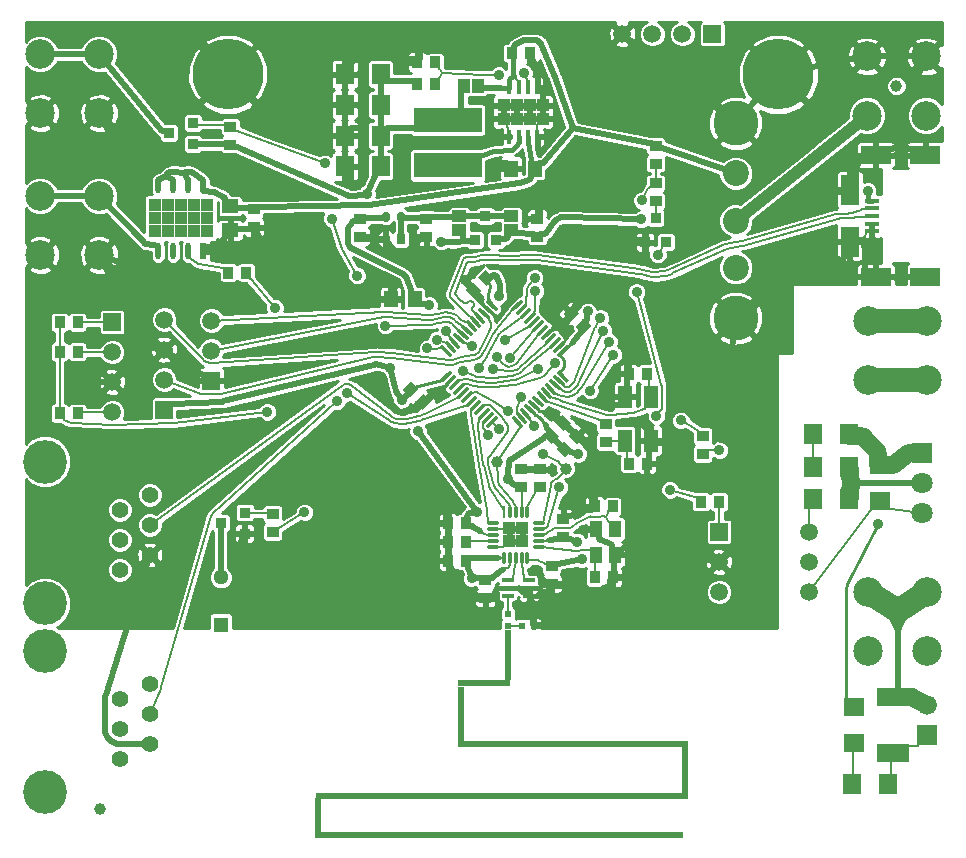
<source format=gbl>
G04 (created by PCBNEW (2013-07-07 BZR 4022)-stable) date 26/11/2014 23:59:09*
%MOIN*%
G04 Gerber Fmt 3.4, Leading zero omitted, Abs format*
%FSLAX34Y34*%
G01*
G70*
G90*
G04 APERTURE LIST*
%ADD10C,0.00590551*%
%ADD11R,0.0984252X0.0590551*%
%ADD12R,0.0590551X0.0984252*%
%ADD13R,0.0492126X0.015748*%
%ADD14R,0.0709X0.0709*%
%ADD15C,0.0709*%
%ADD16C,0.0394*%
%ADD17C,0.0866142*%
%ADD18C,0.149606*%
%ADD19R,0.036X0.036*%
%ADD20O,0.02X0.0551*%
%ADD21R,0.02X0.0551*%
%ADD22R,0.0433071X0.0433071*%
%ADD23R,0.0386X0.045*%
%ADD24R,0.045X0.0386*%
%ADD25R,0.0276X0.0354*%
%ADD26O,0.0276X0.0354*%
%ADD27C,0.1457*%
%ADD28C,0.0551*%
%ADD29R,0.06X0.07*%
%ADD30R,0.07X0.06*%
%ADD31R,0.04X0.035*%
%ADD32R,0.035X0.04*%
%ADD33C,0.0393701*%
%ADD34R,0.0110236X0.0433071*%
%ADD35O,0.0110236X0.0433071*%
%ADD36O,0.0433071X0.0110236*%
%ADD37C,0.0118*%
%ADD38R,0.066X0.066*%
%ADD39C,0.066*%
%ADD40R,0.2283X0.0846*%
%ADD41R,0.023622X0.023622*%
%ADD42C,0.2362*%
%ADD43R,0.1063X0.0591*%
%ADD44R,0.0591X0.0591*%
%ADD45C,0.0591*%
%ADD46R,0.0472X0.0748*%
%ADD47R,0.0393701X0.0551181*%
%ADD48R,0.0590551X0.0590551*%
%ADD49C,0.0590551*%
%ADD50R,0.045X0.055*%
%ADD51R,0.055X0.045*%
%ADD52R,0.0512X0.0512*%
%ADD53C,0.0512*%
%ADD54R,0.0393701X0.0137795*%
%ADD55R,0.015748X0.0472441*%
%ADD56O,0.015748X0.0472441*%
%ADD57C,0.0984252*%
%ADD58R,0.019685X0.170079*%
%ADD59R,0.175591X0.019685*%
%ADD60R,0.019685X0.183465*%
%ADD61R,0.766929X0.019685*%
%ADD62R,0.019685X0.152756*%
%ADD63R,1.24409X0.019685*%
%ADD64R,0.019685X0.112598*%
%ADD65R,1.22598X0.019685*%
%ADD66C,0.0354331*%
%ADD67C,0.019685*%
%ADD68C,0.00984252*%
%ADD69C,0.00787402*%
%ADD70C,0.015748*%
%ADD71C,0.0590551*%
%ADD72C,0.0787402*%
%ADD73C,0.0393701*%
G04 APERTURE END LIST*
G54D10*
G54D11*
X94114Y-27657D03*
X94114Y-31712D03*
X92460Y-27657D03*
X92460Y-31712D03*
G54D12*
X91594Y-28818D03*
X91594Y-30551D03*
G54D13*
X92332Y-29173D03*
X92332Y-29429D03*
X92332Y-29685D03*
X92332Y-29940D03*
X92332Y-30196D03*
G54D14*
X94015Y-37582D03*
G54D15*
X94015Y-38582D03*
X94015Y-39582D03*
G54D16*
X79842Y-37874D03*
X82125Y-38110D03*
G54D17*
X87795Y-28267D03*
X87795Y-29842D03*
X87795Y-31417D03*
G54D18*
X87795Y-26594D03*
X87795Y-33090D03*
G54D19*
X69691Y-27279D03*
X69691Y-26579D03*
X68891Y-26929D03*
X84768Y-30557D03*
X85468Y-30557D03*
X85118Y-29757D03*
X71423Y-40271D03*
X71423Y-39571D03*
X70623Y-39921D03*
X79098Y-30478D03*
X79798Y-30478D03*
X79448Y-29678D03*
G54D20*
X70041Y-28663D03*
G54D21*
X70041Y-30863D03*
G54D20*
X69541Y-28663D03*
X69041Y-28663D03*
X68541Y-28663D03*
X69541Y-30863D03*
X69041Y-30863D03*
X68541Y-30863D03*
G54D22*
X69291Y-29763D03*
X69291Y-29330D03*
X69291Y-30196D03*
X68858Y-29763D03*
X68425Y-29763D03*
X68858Y-29330D03*
X68425Y-29330D03*
X68425Y-30196D03*
X68858Y-30196D03*
X70157Y-29330D03*
X69724Y-29330D03*
X70157Y-29763D03*
X69724Y-29763D03*
X70157Y-30196D03*
X69724Y-30196D03*
G54D23*
X78744Y-25354D03*
X79208Y-25354D03*
G54D24*
X78582Y-30153D03*
X78582Y-29689D03*
G54D25*
X76633Y-30452D03*
G54D26*
X76121Y-30452D03*
X76121Y-29704D03*
X76633Y-29704D03*
G54D27*
X64763Y-44173D03*
X64763Y-48897D03*
G54D28*
X68263Y-46285D03*
X67263Y-46785D03*
X68263Y-47285D03*
X67263Y-45785D03*
X68264Y-45285D03*
X67264Y-47785D03*
G54D27*
X64763Y-37874D03*
X64763Y-42598D03*
G54D28*
X68263Y-39986D03*
X67263Y-40486D03*
X68263Y-40986D03*
X67263Y-39486D03*
X68264Y-38986D03*
X67264Y-41486D03*
G54D29*
X91683Y-48622D03*
X92883Y-48622D03*
G54D30*
X92598Y-39182D03*
X92598Y-37982D03*
X91732Y-46053D03*
X91732Y-47253D03*
G54D29*
X91584Y-38070D03*
X90384Y-38070D03*
X90384Y-39133D03*
X91584Y-39133D03*
G54D31*
X72362Y-40221D03*
X72362Y-39621D03*
G54D32*
X77180Y-25275D03*
X77780Y-25275D03*
G54D31*
X70944Y-27307D03*
X70944Y-26707D03*
G54D32*
X77780Y-24566D03*
X77180Y-24566D03*
X71481Y-31574D03*
X70881Y-31574D03*
X65851Y-33228D03*
X65251Y-33228D03*
X65851Y-34212D03*
X65251Y-34212D03*
X65851Y-36259D03*
X65251Y-36259D03*
X78803Y-40551D03*
X78203Y-40551D03*
X86629Y-39212D03*
X87229Y-39212D03*
G54D31*
X86692Y-37622D03*
X86692Y-37022D03*
X85118Y-28597D03*
X85118Y-29197D03*
X85118Y-27937D03*
X85118Y-27337D03*
X83464Y-36629D03*
X83464Y-37229D03*
G54D33*
X66614Y-49448D03*
X93149Y-25354D03*
G54D34*
X80061Y-39550D03*
G54D35*
X80257Y-39550D03*
X80454Y-39550D03*
X80651Y-39550D03*
X80848Y-39550D03*
G54D36*
X81222Y-39924D03*
X81222Y-40121D03*
X81222Y-40318D03*
X81222Y-40515D03*
X81222Y-40712D03*
G54D35*
X80848Y-41086D03*
X80651Y-41086D03*
X80454Y-41086D03*
X80257Y-41086D03*
X80061Y-41086D03*
G54D36*
X79687Y-40712D03*
X79687Y-40515D03*
X79687Y-40318D03*
X79687Y-40121D03*
X79687Y-39924D03*
G54D22*
X80238Y-40102D03*
X80238Y-40535D03*
X80671Y-40102D03*
X80671Y-40535D03*
G54D10*
G36*
X82248Y-35155D02*
X82165Y-35238D01*
X81831Y-34904D01*
X81915Y-34821D01*
X82248Y-35155D01*
X82248Y-35155D01*
G37*
G54D37*
X82026Y-35293D02*
X81776Y-35043D01*
X81887Y-35433D02*
X81637Y-35182D01*
X81748Y-35572D02*
X81498Y-35322D01*
X81609Y-35711D02*
X81358Y-35461D01*
X81469Y-35850D02*
X81219Y-35600D01*
X81330Y-35990D02*
X81080Y-35739D01*
X81191Y-36129D02*
X80940Y-35879D01*
X81052Y-36268D02*
X80802Y-36017D01*
X80913Y-36407D02*
X80662Y-36157D01*
X80773Y-36546D02*
X80523Y-36296D01*
X80635Y-36686D02*
X80385Y-36436D01*
X79547Y-36685D02*
X79798Y-36435D01*
X79409Y-36546D02*
X79659Y-36296D01*
X79269Y-36407D02*
X79520Y-36157D01*
X79130Y-36268D02*
X79380Y-36017D01*
X78991Y-36128D02*
X79241Y-35878D01*
X78852Y-35989D02*
X79102Y-35739D01*
X78712Y-35850D02*
X78963Y-35599D01*
X78574Y-35711D02*
X78824Y-35461D01*
X78434Y-35572D02*
X78685Y-35322D01*
X78295Y-35433D02*
X78545Y-35182D01*
X78156Y-35294D02*
X78407Y-35044D01*
X78017Y-35155D02*
X78267Y-34904D01*
X78267Y-34320D02*
X78016Y-34069D01*
X78406Y-34180D02*
X78156Y-33930D01*
X78545Y-34041D02*
X78295Y-33791D01*
X78685Y-33902D02*
X78434Y-33651D01*
X78824Y-33762D02*
X78574Y-33512D01*
X78963Y-33623D02*
X78713Y-33373D01*
X79103Y-33484D02*
X78852Y-33233D01*
X79241Y-33345D02*
X78991Y-33095D01*
X79380Y-33206D02*
X79130Y-32956D01*
X79520Y-33067D02*
X79269Y-32816D01*
X79659Y-32927D02*
X79409Y-32677D01*
X79798Y-32788D02*
X79548Y-32538D01*
X80383Y-32789D02*
X80633Y-32538D01*
X80522Y-32928D02*
X80773Y-32678D01*
X80662Y-33067D02*
X80912Y-32817D01*
X80801Y-33207D02*
X81051Y-32956D01*
X80940Y-33346D02*
X81191Y-33096D01*
X81080Y-33485D02*
X81330Y-33235D01*
X81218Y-33624D02*
X81469Y-33373D01*
X81358Y-33763D02*
X81608Y-33513D01*
X81497Y-33902D02*
X81747Y-33652D01*
X81636Y-34042D02*
X81886Y-33791D01*
X81775Y-34181D02*
X82026Y-33931D01*
X81915Y-34320D02*
X82165Y-34070D01*
G54D38*
X94173Y-46996D03*
G54D39*
X94173Y-45996D03*
G54D40*
X78188Y-26486D03*
X78188Y-28002D03*
G54D41*
X80196Y-43346D03*
X80196Y-42952D03*
G54D42*
X89212Y-24960D03*
X70866Y-24960D03*
G54D43*
X93031Y-47598D03*
X93031Y-45708D03*
G54D44*
X87240Y-40220D03*
G54D45*
X87240Y-41220D03*
X87240Y-42220D03*
X90240Y-42220D03*
X90240Y-41220D03*
X90240Y-40220D03*
G54D46*
X84967Y-35715D03*
X84967Y-37171D03*
X84101Y-37171D03*
X84101Y-35715D03*
G54D47*
X83779Y-40118D03*
X83779Y-40984D03*
X83149Y-40984D03*
X83149Y-40118D03*
G54D48*
X68740Y-36145D03*
G54D49*
X68740Y-35145D03*
X68740Y-34145D03*
X68740Y-33145D03*
G54D48*
X87011Y-23622D03*
G54D49*
X86011Y-23622D03*
X85011Y-23622D03*
X84011Y-23622D03*
G54D48*
X70314Y-35173D03*
G54D49*
X70314Y-34173D03*
X70314Y-33173D03*
G54D29*
X90384Y-36968D03*
X91584Y-36968D03*
X75954Y-27007D03*
X74754Y-27007D03*
X75954Y-25984D03*
X74754Y-25984D03*
X75954Y-24960D03*
X74754Y-24960D03*
X75954Y-28031D03*
X74754Y-28031D03*
G54D50*
X77086Y-32453D03*
X76286Y-32453D03*
G54D51*
X70944Y-29363D03*
X70944Y-30163D03*
G54D50*
X81108Y-28110D03*
X80308Y-28110D03*
G54D32*
X84834Y-34947D03*
X84234Y-34947D03*
G54D10*
G36*
X82089Y-37721D02*
X81806Y-37438D01*
X82053Y-37191D01*
X82336Y-37473D01*
X82089Y-37721D01*
X82089Y-37721D01*
G37*
G36*
X82513Y-37297D02*
X82230Y-37014D01*
X82477Y-36766D01*
X82760Y-37049D01*
X82513Y-37297D01*
X82513Y-37297D01*
G37*
G54D32*
X84234Y-37939D03*
X84834Y-37939D03*
G54D10*
G36*
X81639Y-37272D02*
X81356Y-36989D01*
X81604Y-36741D01*
X81887Y-37024D01*
X81639Y-37272D01*
X81639Y-37272D01*
G37*
G36*
X82063Y-36847D02*
X81781Y-36564D01*
X82028Y-36317D01*
X82311Y-36600D01*
X82063Y-36847D01*
X82063Y-36847D01*
G37*
G54D31*
X81181Y-30378D03*
X81181Y-29778D03*
G54D32*
X83685Y-39370D03*
X83085Y-39370D03*
G54D10*
G36*
X82996Y-33344D02*
X82714Y-33626D01*
X82466Y-33379D01*
X82749Y-33096D01*
X82996Y-33344D01*
X82996Y-33344D01*
G37*
G36*
X82572Y-32919D02*
X82289Y-33202D01*
X82042Y-32955D01*
X82325Y-32672D01*
X82572Y-32919D01*
X82572Y-32919D01*
G37*
G36*
X76688Y-35474D02*
X76970Y-35191D01*
X77218Y-35439D01*
X76935Y-35722D01*
X76688Y-35474D01*
X76688Y-35474D01*
G37*
G36*
X77112Y-35899D02*
X77395Y-35616D01*
X77642Y-35863D01*
X77359Y-36146D01*
X77112Y-35899D01*
X77112Y-35899D01*
G37*
G54D32*
X80329Y-24251D03*
X80929Y-24251D03*
X83085Y-41732D03*
X83685Y-41732D03*
G54D31*
X77480Y-29778D03*
X77480Y-30378D03*
X75275Y-29778D03*
X75275Y-30378D03*
X71732Y-29463D03*
X71732Y-30063D03*
X81259Y-38725D03*
X81259Y-38125D03*
G54D32*
X78803Y-41181D03*
X78203Y-41181D03*
G54D31*
X79448Y-41825D03*
X79448Y-42425D03*
X81653Y-41353D03*
X81653Y-41953D03*
X80629Y-38725D03*
X80629Y-38125D03*
X82047Y-40378D03*
X82047Y-39778D03*
G54D32*
X78803Y-39921D03*
X78203Y-39921D03*
G54D10*
G36*
X79452Y-31474D02*
X79735Y-31756D01*
X79488Y-32004D01*
X79205Y-31721D01*
X79452Y-31474D01*
X79452Y-31474D01*
G37*
G36*
X79028Y-31898D02*
X79311Y-32181D01*
X79063Y-32428D01*
X78780Y-32145D01*
X79028Y-31898D01*
X79028Y-31898D01*
G37*
G54D41*
X80669Y-43346D03*
X81062Y-43346D03*
G54D52*
X70629Y-43306D03*
G54D53*
X70629Y-41732D03*
G54D54*
X80196Y-42342D03*
X80196Y-42086D03*
X80196Y-41830D03*
X80905Y-41830D03*
X80905Y-42086D03*
X80905Y-42342D03*
G54D22*
X80492Y-26437D03*
X80925Y-26437D03*
X80492Y-26003D03*
X80925Y-26003D03*
X80059Y-26437D03*
X80059Y-26003D03*
X81358Y-26437D03*
X81358Y-26003D03*
G54D55*
X80236Y-25393D03*
G54D56*
X80551Y-25393D03*
X80866Y-25393D03*
X81181Y-25393D03*
X81181Y-27047D03*
X80866Y-27047D03*
X80551Y-27047D03*
X80236Y-27047D03*
G54D48*
X67007Y-33224D03*
G54D49*
X67007Y-34224D03*
X67007Y-35224D03*
X67007Y-36224D03*
G54D57*
X92165Y-26338D03*
X94133Y-26338D03*
X94133Y-24370D03*
X92165Y-24370D03*
X66574Y-29015D03*
X64606Y-29015D03*
X64606Y-30984D03*
X66574Y-30984D03*
X92204Y-44173D03*
X94173Y-44173D03*
X94173Y-42204D03*
X92204Y-42204D03*
X92204Y-35157D03*
X94173Y-35157D03*
X94173Y-33188D03*
X92204Y-33188D03*
X66574Y-24291D03*
X64606Y-24291D03*
X64606Y-26259D03*
X66574Y-26259D03*
G54D24*
X80314Y-29689D03*
X80314Y-30153D03*
G54D58*
X80196Y-44314D03*
G54D59*
X79417Y-45263D03*
G54D60*
X78637Y-46279D03*
G54D61*
X82374Y-47295D03*
G54D62*
X86110Y-48157D03*
G54D63*
X79988Y-49019D03*
G54D64*
X73866Y-49645D03*
G54D65*
X79897Y-50307D03*
G54D66*
X82503Y-40543D03*
X82674Y-41124D03*
X78992Y-41767D03*
X79169Y-39539D03*
X80187Y-38468D03*
X76284Y-34743D03*
X77570Y-32661D03*
X79887Y-32352D03*
X82860Y-32865D03*
X76669Y-35818D03*
X77209Y-36863D03*
X82543Y-37627D03*
X75495Y-28941D03*
X77975Y-30543D03*
X72430Y-32745D03*
X74826Y-35583D03*
X85602Y-38812D03*
X80190Y-36171D03*
X74086Y-27930D03*
X81115Y-32186D03*
X76110Y-33337D03*
X75171Y-31674D03*
X74329Y-29779D03*
X81088Y-31754D03*
X80261Y-34406D03*
X78985Y-34033D03*
X73415Y-39562D03*
X79230Y-34762D03*
X81915Y-38728D03*
X79534Y-37000D03*
X81367Y-37604D03*
X79904Y-36774D03*
X85960Y-36499D03*
X78147Y-33512D03*
X77512Y-34102D03*
X81762Y-34603D03*
X77833Y-33812D03*
X81200Y-34792D03*
X92518Y-39948D03*
X79697Y-34790D03*
X78699Y-34843D03*
X72179Y-36219D03*
X79825Y-34371D03*
X74498Y-35865D03*
X80112Y-33831D03*
X82698Y-40145D03*
X82495Y-39539D03*
X78082Y-39469D03*
X78997Y-42300D03*
X81481Y-43302D03*
X81033Y-42655D03*
X70397Y-30707D03*
X79832Y-27884D03*
X75355Y-26743D03*
X77258Y-24111D03*
X91044Y-31020D03*
X81278Y-29347D03*
X91043Y-28885D03*
X75728Y-30496D03*
X75005Y-28632D03*
X71113Y-40884D03*
X87608Y-34594D03*
X87832Y-37972D03*
X71918Y-42170D03*
X81674Y-38151D03*
X82580Y-38306D03*
X81098Y-41474D03*
X84505Y-36555D03*
X83608Y-35998D03*
X83006Y-37120D03*
X76461Y-31927D03*
X76918Y-31041D03*
X82057Y-30124D03*
X75838Y-35030D03*
X78757Y-31807D03*
X81807Y-32549D03*
X82677Y-43228D03*
X83858Y-43228D03*
X85039Y-43228D03*
X86220Y-43228D03*
X87401Y-43228D03*
X88503Y-43228D03*
X88503Y-42125D03*
X86220Y-42125D03*
X85039Y-42125D03*
X86220Y-41023D03*
X88503Y-41023D03*
X85039Y-41023D03*
X88503Y-39842D03*
X86220Y-39763D03*
X84173Y-41732D03*
X84960Y-39763D03*
X88503Y-38818D03*
X86929Y-38582D03*
X83543Y-38661D03*
X84409Y-38976D03*
X84330Y-40551D03*
X79685Y-43228D03*
X78346Y-43228D03*
X77086Y-43228D03*
X75118Y-43228D03*
X73622Y-43228D03*
X71968Y-43228D03*
X68818Y-43228D03*
X67086Y-43228D03*
X65826Y-43228D03*
X65826Y-41889D03*
X69055Y-41889D03*
X70078Y-42362D03*
X71889Y-41023D03*
X69370Y-40157D03*
X64724Y-40944D03*
X65984Y-40314D03*
X64881Y-39370D03*
X66299Y-39055D03*
X66062Y-37874D03*
X67559Y-37716D03*
X69212Y-38582D03*
X69055Y-37322D03*
X64409Y-36062D03*
X65826Y-35196D03*
X64409Y-34251D03*
X64409Y-32992D03*
X67559Y-28110D03*
X65590Y-25275D03*
X65669Y-23543D03*
X68188Y-23543D03*
X68425Y-24960D03*
X69763Y-23543D03*
X72519Y-26771D03*
X70787Y-28188D03*
X72204Y-30944D03*
X73385Y-30078D03*
X73149Y-32204D03*
X74566Y-32204D03*
X68503Y-31653D03*
X74251Y-33858D03*
X75511Y-33779D03*
X71732Y-34960D03*
X73385Y-35748D03*
X70393Y-37401D03*
X70708Y-38740D03*
X74015Y-37007D03*
X75511Y-36929D03*
X72834Y-38425D03*
X74566Y-37952D03*
X74881Y-39606D03*
X75984Y-38818D03*
X77165Y-37952D03*
X74173Y-40314D03*
X73622Y-41889D03*
X74960Y-42283D03*
X77086Y-42204D03*
X78346Y-42204D03*
X77007Y-41181D03*
X75984Y-40157D03*
X77401Y-39842D03*
X78740Y-38031D03*
X78110Y-37007D03*
X84566Y-34015D03*
X85433Y-33779D03*
X86535Y-35905D03*
X85590Y-37322D03*
X85748Y-35590D03*
X86535Y-33779D03*
X85433Y-32519D03*
X82125Y-31811D03*
X82598Y-30787D03*
X81968Y-28897D03*
X83307Y-29212D03*
X83385Y-27952D03*
X83700Y-26535D03*
X82283Y-24566D03*
X83307Y-24566D03*
X83307Y-25590D03*
X84251Y-24566D03*
X84251Y-25590D03*
X87007Y-24645D03*
X89842Y-27007D03*
X88976Y-27716D03*
X86614Y-28661D03*
X86692Y-30236D03*
X90000Y-29448D03*
X90078Y-30708D03*
X88818Y-31574D03*
X86850Y-32125D03*
X87244Y-37495D03*
X79896Y-24994D03*
X80738Y-24926D03*
X85194Y-30975D03*
X83714Y-34315D03*
X82938Y-35504D03*
X80630Y-35707D03*
X81063Y-36689D03*
X85147Y-36346D03*
X84485Y-32217D03*
X84662Y-29168D03*
X83280Y-33084D03*
X83381Y-33509D03*
X83583Y-33895D03*
X92185Y-28838D03*
X84642Y-29797D03*
G54D67*
X79596Y-31756D02*
X79470Y-31739D01*
X79665Y-31687D02*
X79596Y-31756D01*
X79667Y-31686D02*
X79665Y-31687D01*
X79696Y-31657D02*
X79667Y-31686D01*
X79777Y-31659D02*
X79696Y-31657D01*
X79806Y-31688D02*
X79777Y-31659D01*
X79807Y-31689D02*
X79806Y-31688D01*
X79818Y-31701D02*
X79807Y-31689D01*
X79837Y-31728D02*
X79818Y-31701D01*
X79844Y-31743D02*
X79837Y-31728D01*
X79880Y-31822D02*
X79844Y-31743D01*
X79905Y-31874D02*
X79880Y-31822D01*
X79924Y-31990D02*
X79905Y-31874D01*
X79918Y-32048D02*
X79924Y-31990D01*
X79887Y-32352D02*
X79918Y-32048D01*
X75174Y-29855D02*
X75275Y-29778D01*
X75075Y-29855D02*
X75174Y-29855D01*
X75001Y-29883D02*
X74988Y-29907D01*
X75048Y-29855D02*
X75001Y-29883D01*
X75075Y-29855D02*
X75048Y-29855D01*
X74884Y-30101D02*
X74988Y-29907D01*
X74859Y-30176D02*
X74859Y-30203D01*
X74872Y-30124D02*
X74859Y-30176D01*
X74884Y-30101D02*
X74872Y-30124D01*
X74859Y-30553D02*
X74859Y-30203D01*
X74923Y-30719D02*
X74978Y-30747D01*
X74859Y-30615D02*
X74923Y-30719D01*
X74859Y-30553D02*
X74859Y-30615D01*
X76637Y-31575D02*
X74978Y-30747D01*
X76706Y-31609D02*
X76637Y-31575D01*
X76808Y-31725D02*
X76706Y-31609D01*
X76833Y-31798D02*
X76808Y-31725D01*
X76954Y-32146D02*
X76833Y-31798D01*
X76956Y-32154D02*
X76954Y-32146D01*
X76959Y-32170D02*
X76956Y-32154D01*
X76959Y-32178D02*
X76959Y-32170D01*
X76959Y-32277D02*
X76959Y-32178D01*
X77086Y-32453D02*
X76959Y-32277D01*
X68937Y-35948D02*
X68740Y-36145D01*
X69035Y-35948D02*
X68937Y-35948D01*
X69035Y-35948D02*
X69039Y-35948D01*
X70627Y-35881D02*
X69039Y-35948D01*
X70687Y-35875D02*
X70707Y-35870D01*
X70647Y-35880D02*
X70687Y-35875D01*
X70627Y-35881D02*
X70647Y-35880D01*
X75745Y-34647D02*
X70707Y-35870D01*
X75793Y-34635D02*
X75745Y-34647D01*
X75893Y-34637D02*
X75793Y-34635D01*
X75941Y-34650D02*
X75893Y-34637D01*
X76284Y-34743D02*
X75941Y-34650D01*
G54D68*
X77113Y-35404D02*
X76953Y-35457D01*
X77148Y-35369D02*
X77113Y-35404D01*
X77149Y-35368D02*
X77148Y-35369D01*
X77159Y-35359D02*
X77149Y-35368D01*
X77183Y-35346D02*
X77159Y-35359D01*
X77196Y-35343D02*
X77183Y-35346D01*
X78017Y-35155D02*
X77196Y-35343D01*
X78142Y-35030D02*
X78017Y-35155D01*
G54D67*
X78880Y-41079D02*
X78803Y-41181D01*
X78978Y-41079D02*
X78880Y-41079D01*
X79828Y-41085D02*
X78978Y-41079D01*
X79030Y-40037D02*
X79260Y-40179D01*
X78992Y-40022D02*
X78978Y-40022D01*
X79019Y-40030D02*
X78992Y-40022D01*
X79030Y-40037D02*
X79019Y-40030D01*
X78880Y-40022D02*
X78978Y-40022D01*
X78803Y-39921D02*
X78880Y-40022D01*
X81496Y-36989D02*
X81622Y-37006D01*
X81426Y-37058D02*
X81496Y-36989D01*
X81425Y-37059D02*
X81426Y-37058D01*
X81421Y-37063D02*
X81425Y-37059D01*
X81414Y-37069D02*
X81421Y-37063D01*
X81410Y-37071D02*
X81414Y-37069D01*
X80321Y-37784D02*
X81410Y-37071D01*
X80237Y-37885D02*
X80233Y-37929D01*
X80284Y-37809D02*
X80237Y-37885D01*
X80321Y-37784D02*
X80284Y-37809D01*
X80223Y-38027D02*
X80233Y-37929D01*
X80223Y-38027D02*
X80223Y-38027D01*
X80214Y-38112D02*
X80223Y-38027D01*
X80214Y-38112D02*
X80214Y-38118D01*
X80187Y-38468D02*
X80214Y-38118D01*
X82281Y-40461D02*
X82503Y-40543D01*
X82255Y-40455D02*
X82247Y-40455D01*
X82273Y-40458D02*
X82255Y-40455D01*
X82281Y-40461D02*
X82273Y-40458D01*
X82148Y-40455D02*
X82247Y-40455D01*
X82047Y-40378D02*
X82148Y-40455D01*
X82197Y-37473D02*
X82071Y-37456D01*
X82266Y-37543D02*
X82197Y-37473D01*
X82268Y-37544D02*
X82266Y-37543D01*
X82300Y-37566D02*
X82312Y-37569D01*
X82277Y-37553D02*
X82300Y-37566D01*
X82268Y-37544D02*
X82277Y-37553D01*
X82543Y-37627D02*
X82312Y-37569D01*
G54D69*
X80061Y-41085D02*
X79828Y-41085D01*
X80061Y-41086D02*
X80061Y-41085D01*
G54D67*
X79169Y-39539D02*
X77209Y-36863D01*
G54D68*
X79522Y-31900D02*
X79470Y-31739D01*
X79557Y-31934D02*
X79522Y-31900D01*
X79558Y-31935D02*
X79557Y-31934D01*
X79574Y-31952D02*
X79558Y-31935D01*
X79588Y-31995D02*
X79574Y-31952D01*
X79585Y-32017D02*
X79588Y-31995D01*
X79546Y-32305D02*
X79585Y-32017D01*
X79575Y-32514D02*
X79620Y-32569D01*
X79536Y-32376D02*
X79575Y-32514D01*
X79546Y-32305D02*
X79536Y-32376D01*
X79548Y-32538D02*
X79620Y-32569D01*
X79673Y-32663D02*
X79548Y-32538D01*
X81333Y-36482D02*
X81454Y-36638D01*
X81271Y-36418D02*
X81246Y-36402D01*
X81315Y-36458D02*
X81271Y-36418D01*
X81333Y-36482D02*
X81315Y-36458D01*
X81119Y-36322D02*
X81246Y-36402D01*
X81102Y-36310D02*
X81119Y-36322D01*
X81069Y-36284D02*
X81102Y-36310D01*
X81054Y-36270D02*
X81069Y-36284D01*
X81053Y-36269D02*
X81054Y-36270D01*
X81053Y-36268D02*
X81053Y-36269D01*
X81052Y-36268D02*
X81053Y-36268D01*
X80927Y-36142D02*
X81052Y-36268D01*
G54D67*
X76512Y-35601D02*
X76669Y-35818D01*
X76500Y-35585D02*
X76512Y-35601D01*
X76482Y-35546D02*
X76500Y-35585D01*
X76477Y-35526D02*
X76482Y-35546D01*
X76284Y-34743D02*
X76477Y-35526D01*
G54D68*
X81915Y-34891D02*
X82040Y-35030D01*
X81950Y-34856D02*
X81915Y-34891D01*
X81950Y-34856D02*
X81950Y-34856D01*
X82033Y-34429D02*
X81984Y-34380D01*
X82081Y-34558D02*
X82033Y-34429D01*
X82071Y-34695D02*
X82081Y-34558D01*
X82005Y-34815D02*
X82071Y-34695D01*
X81950Y-34856D02*
X82005Y-34815D01*
X81919Y-34315D02*
X81984Y-34380D01*
X82040Y-34195D02*
X81919Y-34315D01*
X82165Y-34070D02*
X82370Y-33883D01*
X82040Y-34195D02*
X82165Y-34070D01*
G54D69*
X81412Y-40513D02*
X81614Y-40484D01*
X81405Y-40514D02*
X81412Y-40513D01*
X81391Y-40515D02*
X81405Y-40514D01*
X81383Y-40515D02*
X81391Y-40515D01*
X81222Y-40515D02*
X81383Y-40515D01*
G54D67*
X81999Y-37384D02*
X82071Y-37456D01*
X81929Y-37314D02*
X81999Y-37384D01*
X81763Y-37148D02*
X81929Y-37314D01*
X81693Y-37078D02*
X81763Y-37148D01*
X81622Y-37006D02*
X81693Y-37078D01*
X78839Y-39819D02*
X78803Y-39921D01*
X78839Y-39721D02*
X78839Y-39819D01*
X78839Y-39671D02*
X78839Y-39721D01*
X78902Y-39595D02*
X78839Y-39671D01*
X78950Y-39584D02*
X78902Y-39595D01*
X79169Y-39539D02*
X78950Y-39584D01*
G54D69*
X80131Y-41431D02*
X80016Y-41475D01*
X80257Y-41308D02*
X80257Y-41247D01*
X80188Y-41409D02*
X80257Y-41308D01*
X80131Y-41431D02*
X80188Y-41409D01*
X80257Y-41086D02*
X80257Y-41247D01*
X79415Y-40284D02*
X79260Y-40179D01*
X79496Y-40318D02*
X79525Y-40318D01*
X79439Y-40301D02*
X79496Y-40318D01*
X79415Y-40284D02*
X79439Y-40301D01*
X79687Y-40318D02*
X79525Y-40318D01*
G54D67*
X81513Y-36780D02*
X81454Y-36638D01*
X81527Y-36803D02*
X81533Y-36810D01*
X81517Y-36788D02*
X81527Y-36803D01*
X81513Y-36780D02*
X81517Y-36788D01*
X81534Y-36811D02*
X81533Y-36810D01*
X81604Y-36880D02*
X81534Y-36811D01*
X81622Y-37006D02*
X81604Y-36880D01*
X79550Y-41749D02*
X79448Y-41825D01*
X79648Y-41749D02*
X79550Y-41749D01*
X79698Y-41737D02*
X79711Y-41726D01*
X79665Y-41749D02*
X79698Y-41737D01*
X79648Y-41749D02*
X79665Y-41749D01*
X80016Y-41475D02*
X79711Y-41726D01*
X81871Y-41275D02*
X82674Y-41124D01*
X81867Y-41276D02*
X81871Y-41275D01*
X81858Y-41276D02*
X81867Y-41276D01*
X81853Y-41276D02*
X81858Y-41276D01*
X81755Y-41276D02*
X81853Y-41276D01*
X81653Y-41353D02*
X81755Y-41276D01*
X75377Y-29741D02*
X75275Y-29778D01*
X75475Y-29741D02*
X75377Y-29741D01*
X76121Y-29741D02*
X75475Y-29741D01*
X76121Y-29704D02*
X76121Y-29741D01*
X79248Y-41767D02*
X78992Y-41767D01*
X79347Y-41767D02*
X79248Y-41767D01*
X79448Y-41825D02*
X79347Y-41767D01*
G54D69*
X80651Y-38860D02*
X80629Y-38725D01*
X80651Y-38900D02*
X80651Y-38860D01*
X80651Y-39389D02*
X80651Y-38900D01*
X80651Y-39550D02*
X80651Y-39389D01*
X81492Y-41276D02*
X81653Y-41353D01*
X81453Y-41276D02*
X81492Y-41276D01*
X81442Y-41276D02*
X81453Y-41276D01*
X81421Y-41272D02*
X81442Y-41276D01*
X81412Y-41267D02*
X81421Y-41272D01*
X81233Y-41184D02*
X81412Y-41267D01*
X81133Y-41155D02*
X81098Y-41155D01*
X81201Y-41170D02*
X81133Y-41155D01*
X81233Y-41184D02*
X81201Y-41170D01*
X80848Y-41155D02*
X81098Y-41155D01*
X80848Y-41086D02*
X80848Y-41155D01*
G54D67*
X82847Y-33101D02*
X82860Y-32865D01*
X82846Y-33119D02*
X82847Y-33101D01*
X82832Y-33152D02*
X82846Y-33119D01*
X82820Y-33165D02*
X82832Y-33152D01*
X82819Y-33166D02*
X82820Y-33165D01*
X82749Y-33235D02*
X82819Y-33166D01*
X82731Y-33361D02*
X82749Y-33235D01*
X78880Y-41282D02*
X78803Y-41181D01*
X78880Y-41381D02*
X78880Y-41282D01*
X78882Y-41402D02*
X78884Y-41409D01*
X78880Y-41388D02*
X78882Y-41402D01*
X78880Y-41381D02*
X78880Y-41388D01*
X78992Y-41767D02*
X78884Y-41409D01*
X76850Y-35637D02*
X76669Y-35818D01*
X76920Y-35568D02*
X76850Y-35637D01*
X76953Y-35457D02*
X76920Y-35568D01*
X80365Y-38624D02*
X80187Y-38468D01*
X80412Y-38648D02*
X80429Y-38648D01*
X80378Y-38636D02*
X80412Y-38648D01*
X80365Y-38624D02*
X80378Y-38636D01*
X80528Y-38648D02*
X80429Y-38648D01*
X80629Y-38725D02*
X80528Y-38648D01*
X77212Y-32630D02*
X77086Y-32453D01*
X77311Y-32630D02*
X77212Y-32630D01*
X77314Y-32630D02*
X77311Y-32630D01*
X77320Y-32630D02*
X77314Y-32630D01*
X77322Y-32631D02*
X77320Y-32630D01*
X77570Y-32661D02*
X77322Y-32631D01*
X81945Y-40455D02*
X82047Y-40378D01*
X81847Y-40455D02*
X81945Y-40455D01*
X81837Y-40455D02*
X81834Y-40456D01*
X81844Y-40455D02*
X81837Y-40455D01*
X81847Y-40455D02*
X81844Y-40455D01*
X81614Y-40484D02*
X81834Y-40456D01*
X82638Y-33563D02*
X82370Y-33883D01*
X82639Y-33562D02*
X82638Y-33563D01*
X82642Y-33559D02*
X82639Y-33562D01*
X82643Y-33558D02*
X82642Y-33559D01*
X82644Y-33557D02*
X82643Y-33558D01*
X82714Y-33487D02*
X82644Y-33557D01*
X82731Y-33361D02*
X82714Y-33487D01*
G54D69*
X79970Y-41085D02*
X79853Y-41138D01*
X79970Y-41085D02*
X79853Y-41031D01*
G54D68*
X81382Y-36545D02*
X81477Y-36595D01*
X81382Y-36545D02*
X81406Y-36649D01*
X82282Y-33963D02*
X82325Y-33864D01*
X82282Y-33963D02*
X82385Y-33930D01*
G54D69*
X81473Y-40504D02*
X81582Y-40434D01*
X81473Y-40504D02*
X81597Y-40540D01*
X80131Y-41431D02*
X80061Y-41513D01*
X80131Y-41431D02*
X80024Y-41417D01*
X79377Y-40258D02*
X79250Y-40237D01*
X79377Y-40258D02*
X79310Y-40148D01*
G54D67*
X75743Y-28423D02*
X75495Y-28941D01*
X75752Y-28392D02*
X75752Y-28381D01*
X75747Y-28414D02*
X75752Y-28392D01*
X75743Y-28423D02*
X75747Y-28414D01*
X75752Y-28283D02*
X75752Y-28381D01*
X75954Y-28031D02*
X75752Y-28283D01*
X75954Y-25212D02*
X75954Y-24960D01*
X75954Y-25310D02*
X75954Y-25212D01*
X75954Y-25634D02*
X75954Y-25310D01*
X75954Y-25732D02*
X75954Y-25634D01*
X75954Y-25984D02*
X75954Y-25732D01*
X78709Y-30355D02*
X78723Y-30510D01*
X78709Y-30352D02*
X78709Y-30355D01*
X78709Y-30348D02*
X78709Y-30352D01*
X78709Y-30346D02*
X78709Y-30348D01*
X78709Y-30247D02*
X78709Y-30346D01*
X78582Y-30153D02*
X78709Y-30247D01*
X78649Y-26161D02*
X78188Y-26486D01*
X78649Y-26063D02*
X78649Y-26161D01*
X78649Y-25579D02*
X78649Y-26063D01*
X78649Y-25480D02*
X78649Y-25579D01*
X78744Y-25354D02*
X78649Y-25480D01*
X76155Y-25174D02*
X75954Y-24960D01*
X76254Y-25174D02*
X76155Y-25174D01*
X77005Y-25174D02*
X76254Y-25174D01*
X77103Y-25174D02*
X77005Y-25174D01*
X77180Y-25275D02*
X77103Y-25174D01*
X75954Y-26235D02*
X75954Y-25984D01*
X75954Y-26334D02*
X75954Y-26235D01*
X75954Y-26657D02*
X75954Y-26334D01*
X75954Y-26756D02*
X75954Y-26657D01*
X75954Y-27007D02*
X75954Y-26756D01*
X76155Y-26756D02*
X75954Y-27007D01*
X76254Y-26756D02*
X76155Y-26756D01*
X77047Y-26756D02*
X76254Y-26756D01*
X77145Y-26756D02*
X77047Y-26756D01*
X78188Y-26486D02*
X77145Y-26756D01*
X78500Y-30556D02*
X78723Y-30510D01*
X78490Y-30558D02*
X78500Y-30556D01*
X78469Y-30561D02*
X78490Y-30558D01*
X78459Y-30561D02*
X78469Y-30561D01*
X78360Y-30562D02*
X78459Y-30561D01*
X78346Y-30562D02*
X78360Y-30562D01*
X77975Y-30543D02*
X78346Y-30562D01*
X78803Y-30512D02*
X78723Y-30510D01*
X78803Y-30512D02*
X78807Y-30512D01*
X78918Y-30512D02*
X78807Y-30512D01*
X79017Y-30512D02*
X78918Y-30512D01*
X79098Y-30478D02*
X79017Y-30512D01*
X75954Y-27259D02*
X75954Y-27007D01*
X75954Y-27357D02*
X75954Y-27259D01*
X75954Y-27681D02*
X75954Y-27357D01*
X75954Y-27779D02*
X75954Y-27681D01*
X75954Y-28031D02*
X75954Y-27779D01*
X71046Y-27384D02*
X70944Y-27307D01*
X71144Y-27384D02*
X71046Y-27384D01*
X71155Y-27384D02*
X71144Y-27384D01*
X71174Y-27388D02*
X71155Y-27384D01*
X71184Y-27392D02*
X71174Y-27388D01*
X74847Y-28993D02*
X71184Y-27392D01*
X75019Y-29030D02*
X75077Y-29019D01*
X74902Y-29017D02*
X75019Y-29030D01*
X74847Y-28993D02*
X74902Y-29017D01*
X75495Y-28941D02*
X75077Y-29019D01*
X70843Y-27293D02*
X70944Y-27307D01*
X70744Y-27293D02*
X70843Y-27293D01*
X69871Y-27293D02*
X70744Y-27293D01*
X69772Y-27293D02*
X69871Y-27293D01*
X69691Y-27279D02*
X69772Y-27293D01*
G54D70*
X80157Y-25423D02*
X79980Y-25423D01*
X80236Y-25423D02*
X80157Y-25423D01*
X80236Y-25393D02*
X80236Y-25423D01*
G54D67*
X80406Y-24150D02*
X80329Y-24251D01*
X80406Y-24051D02*
X80406Y-24150D01*
X80406Y-24024D02*
X80406Y-24051D01*
X80434Y-23978D02*
X80406Y-24024D01*
X80458Y-23965D02*
X80434Y-23978D01*
X80652Y-23861D02*
X80458Y-23965D01*
X80676Y-23848D02*
X80652Y-23861D01*
X80728Y-23835D02*
X80676Y-23848D01*
X80754Y-23835D02*
X80728Y-23835D01*
X81104Y-23835D02*
X80754Y-23835D01*
X81170Y-23835D02*
X81104Y-23835D01*
X81278Y-23907D02*
X81170Y-23835D01*
X81304Y-23967D02*
X81278Y-23907D01*
X81742Y-24997D02*
X81304Y-23967D01*
X81747Y-25007D02*
X81742Y-24997D01*
X81754Y-25027D02*
X81747Y-25007D01*
X81758Y-25037D02*
X81754Y-25027D01*
X82351Y-26762D02*
X81758Y-25037D01*
X71833Y-29387D02*
X71732Y-29463D01*
X71932Y-29387D02*
X71833Y-29387D01*
X71933Y-29387D02*
X71932Y-29387D01*
X75501Y-29335D02*
X71933Y-29387D01*
X75539Y-29332D02*
X75552Y-29330D01*
X75514Y-29334D02*
X75539Y-29332D01*
X75501Y-29335D02*
X75514Y-29334D01*
X80564Y-28599D02*
X75552Y-29330D01*
X80596Y-28592D02*
X80606Y-28589D01*
X80575Y-28597D02*
X80596Y-28592D01*
X80564Y-28599D02*
X80575Y-28597D01*
X80916Y-28477D02*
X80606Y-28589D01*
X80982Y-28416D02*
X80982Y-28385D01*
X80946Y-28467D02*
X80982Y-28416D01*
X80916Y-28477D02*
X80946Y-28467D01*
X80982Y-28286D02*
X80982Y-28385D01*
X81108Y-28110D02*
X80982Y-28286D01*
G54D70*
X80272Y-25090D02*
X80388Y-25017D01*
X80236Y-25137D02*
X80236Y-25157D01*
X80255Y-25101D02*
X80236Y-25137D01*
X80272Y-25090D02*
X80255Y-25101D01*
X80236Y-25236D02*
X80236Y-25157D01*
X80236Y-25393D02*
X80236Y-25236D01*
G54D67*
X79302Y-25423D02*
X79208Y-25354D01*
X79401Y-25423D02*
X79302Y-25423D01*
X79980Y-25423D02*
X79401Y-25423D01*
X81235Y-27933D02*
X81108Y-28110D01*
X81333Y-27933D02*
X81235Y-27933D01*
X81395Y-27915D02*
X81409Y-27898D01*
X81355Y-27933D02*
X81395Y-27915D01*
X81333Y-27933D02*
X81355Y-27933D01*
X82351Y-26762D02*
X81409Y-27898D01*
G54D70*
X80982Y-27913D02*
X81108Y-28110D01*
X80982Y-27835D02*
X80982Y-27913D01*
X80981Y-27821D02*
X80980Y-27817D01*
X80982Y-27830D02*
X80981Y-27821D01*
X80982Y-27835D02*
X80982Y-27830D01*
X80866Y-27204D02*
X80980Y-27817D01*
X80866Y-27047D02*
X80866Y-27204D01*
G54D67*
X70041Y-28488D02*
X70041Y-28663D01*
X69694Y-28257D02*
X70041Y-28488D01*
X69475Y-28208D02*
X69407Y-28245D01*
X69630Y-28214D02*
X69475Y-28208D01*
X69694Y-28257D02*
X69630Y-28214D01*
X69405Y-28246D02*
X69407Y-28245D01*
X69041Y-28488D02*
X68791Y-28368D01*
X69041Y-28663D02*
X69041Y-28488D01*
X68541Y-28488D02*
X68791Y-28368D01*
X68541Y-28663D02*
X68541Y-28488D01*
X69541Y-28488D02*
X69541Y-28663D01*
X69405Y-28246D02*
X69541Y-28488D01*
X85219Y-27414D02*
X85118Y-27337D01*
X85318Y-27414D02*
X85219Y-27414D01*
X85326Y-27414D02*
X85318Y-27414D01*
X85342Y-27417D02*
X85326Y-27414D01*
X85350Y-27419D02*
X85342Y-27417D01*
X87795Y-28267D02*
X85350Y-27419D01*
X71121Y-29413D02*
X70944Y-29363D01*
X71219Y-29413D02*
X71121Y-29413D01*
X71532Y-29413D02*
X71219Y-29413D01*
X71630Y-29413D02*
X71532Y-29413D01*
X71732Y-29463D02*
X71630Y-29413D01*
G54D69*
X80416Y-25043D02*
X80388Y-25017D01*
X80426Y-25052D02*
X80416Y-25043D01*
X80442Y-25072D02*
X80426Y-25052D01*
X80449Y-25084D02*
X80442Y-25072D01*
X80448Y-25084D02*
X80449Y-25084D01*
X80461Y-25105D02*
X80466Y-25112D01*
X80452Y-25091D02*
X80461Y-25105D01*
X80448Y-25084D02*
X80452Y-25091D01*
X80551Y-25236D02*
X80466Y-25112D01*
X80551Y-25393D02*
X80551Y-25236D01*
G54D67*
X84899Y-27259D02*
X82351Y-26762D01*
X84913Y-27261D02*
X84918Y-27261D01*
X84903Y-27260D02*
X84913Y-27261D01*
X84899Y-27259D02*
X84903Y-27260D01*
X85016Y-27261D02*
X84918Y-27261D01*
X85118Y-27337D02*
X85016Y-27261D01*
X70768Y-29237D02*
X70944Y-29363D01*
X70768Y-29138D02*
X70768Y-29237D01*
X70740Y-29064D02*
X70716Y-29052D01*
X70768Y-29111D02*
X70740Y-29064D01*
X70768Y-29138D02*
X70768Y-29111D01*
X70476Y-28923D02*
X70716Y-29052D01*
X70426Y-28903D02*
X70409Y-28900D01*
X70460Y-28914D02*
X70426Y-28903D01*
X70476Y-28923D02*
X70460Y-28914D01*
X70041Y-28839D02*
X70409Y-28900D01*
X70041Y-28663D02*
X70041Y-28839D01*
X69069Y-28212D02*
X69405Y-28246D01*
X68810Y-28328D02*
X68792Y-28366D01*
X68869Y-28266D02*
X68810Y-28328D01*
X68943Y-28225D02*
X68869Y-28266D01*
X69027Y-28208D02*
X68943Y-28225D01*
X69069Y-28212D02*
X69027Y-28208D01*
X68791Y-28368D02*
X68792Y-28366D01*
G54D70*
X80376Y-24373D02*
X80329Y-24251D01*
X80376Y-24451D02*
X80376Y-24373D01*
X80376Y-24926D02*
X80376Y-24451D01*
X80381Y-24994D02*
X80387Y-25015D01*
X80376Y-24948D02*
X80381Y-24994D01*
X80376Y-24926D02*
X80376Y-24948D01*
X80388Y-25017D02*
X80387Y-25015D01*
G54D69*
X71626Y-31800D02*
X72430Y-32745D01*
X71621Y-31794D02*
X71626Y-31800D01*
X71616Y-31781D02*
X71621Y-31794D01*
X71616Y-31774D02*
X71616Y-31781D01*
X71616Y-31735D02*
X71616Y-31774D01*
X71481Y-31574D02*
X71616Y-31735D01*
X78852Y-35989D02*
X78977Y-35864D01*
X78770Y-36017D02*
X78852Y-35989D01*
X78768Y-36018D02*
X78770Y-36017D01*
X77308Y-36497D02*
X78768Y-36018D01*
X77290Y-36503D02*
X77308Y-36497D01*
X77252Y-36513D02*
X77290Y-36503D01*
X77232Y-36517D02*
X77252Y-36513D01*
X77145Y-36534D02*
X77232Y-36517D01*
X77145Y-36534D02*
X77130Y-36537D01*
X76859Y-36603D02*
X77130Y-36537D01*
X76779Y-36622D02*
X76859Y-36603D01*
X76614Y-36628D02*
X76779Y-36622D01*
X76452Y-36600D02*
X76614Y-36628D01*
X76298Y-36540D02*
X76452Y-36600D01*
X76229Y-36495D02*
X76298Y-36540D01*
X74826Y-35583D02*
X76229Y-36495D01*
X78963Y-35599D02*
X78837Y-35725D01*
X79044Y-35571D02*
X78963Y-35599D01*
X79080Y-35559D02*
X79044Y-35571D01*
X79156Y-35566D02*
X79080Y-35559D01*
X79189Y-35584D02*
X79156Y-35566D01*
X79685Y-35865D02*
X79189Y-35584D01*
X79693Y-35870D02*
X79685Y-35865D01*
X80190Y-36171D02*
X79693Y-35870D01*
X86443Y-39050D02*
X85602Y-38812D01*
X86451Y-39051D02*
X86454Y-39051D01*
X86446Y-39051D02*
X86451Y-39051D01*
X86443Y-39050D02*
X86446Y-39051D01*
X86493Y-39051D02*
X86454Y-39051D01*
X86629Y-39212D02*
X86493Y-39051D01*
X81089Y-32824D02*
X81115Y-32186D01*
X81089Y-32837D02*
X81089Y-32824D01*
X81084Y-32863D02*
X81089Y-32837D01*
X81080Y-32875D02*
X81084Y-32863D01*
X81051Y-32956D02*
X81080Y-32875D01*
X80926Y-33081D02*
X81051Y-32956D01*
X71158Y-26845D02*
X74086Y-27930D01*
X71148Y-26843D02*
X71144Y-26843D01*
X71155Y-26844D02*
X71148Y-26843D01*
X71158Y-26845D02*
X71155Y-26844D01*
X71105Y-26843D02*
X71144Y-26843D01*
X70944Y-26707D02*
X71105Y-26843D01*
X70784Y-26643D02*
X70944Y-26707D01*
X70744Y-26643D02*
X70784Y-26643D01*
X69871Y-26643D02*
X70744Y-26643D01*
X69831Y-26643D02*
X69871Y-26643D01*
X69691Y-26579D02*
X69831Y-26643D01*
X74625Y-30698D02*
X74329Y-29779D01*
X74653Y-30766D02*
X74665Y-30787D01*
X74633Y-30722D02*
X74653Y-30766D01*
X74625Y-30698D02*
X74633Y-30722D01*
X75171Y-31674D02*
X74665Y-30787D01*
X77582Y-33310D02*
X76110Y-33337D01*
X77665Y-33304D02*
X77693Y-33299D01*
X77610Y-33310D02*
X77665Y-33304D01*
X77582Y-33310D02*
X77610Y-33310D01*
X78091Y-33222D02*
X77693Y-33299D01*
X78173Y-33206D02*
X78091Y-33222D01*
X78329Y-33265D02*
X78173Y-33206D01*
X78380Y-33330D02*
X78329Y-33265D01*
X78382Y-33333D02*
X78380Y-33330D01*
X78472Y-33431D02*
X78507Y-33459D01*
X78410Y-33368D02*
X78472Y-33431D01*
X78382Y-33333D02*
X78410Y-33368D01*
X78574Y-33512D02*
X78507Y-33459D01*
X78699Y-33637D02*
X78574Y-33512D01*
X80887Y-31999D02*
X81088Y-31754D01*
X80821Y-32130D02*
X80820Y-32179D01*
X80856Y-32037D02*
X80821Y-32130D01*
X80887Y-31999D02*
X80856Y-32037D01*
X80811Y-32543D02*
X80820Y-32179D01*
X80810Y-32557D02*
X80811Y-32543D01*
X80805Y-32584D02*
X80810Y-32557D01*
X80801Y-32597D02*
X80805Y-32584D01*
X80773Y-32678D02*
X80801Y-32597D01*
X80648Y-32803D02*
X80773Y-32678D01*
X81080Y-33485D02*
X81205Y-33360D01*
X80261Y-34406D02*
X81080Y-33485D01*
X78685Y-33902D02*
X78559Y-33777D01*
X78985Y-34033D02*
X78685Y-33902D01*
X80662Y-33067D02*
X80787Y-32942D01*
X79938Y-33592D02*
X80662Y-33067D01*
X79866Y-33663D02*
X79851Y-33693D01*
X79911Y-33612D02*
X79866Y-33663D01*
X79938Y-33592D02*
X79911Y-33612D01*
X79564Y-34233D02*
X79851Y-33693D01*
X79554Y-34253D02*
X79551Y-34260D01*
X79560Y-34240D02*
X79554Y-34253D01*
X79564Y-34233D02*
X79560Y-34240D01*
X79550Y-34262D02*
X79551Y-34260D01*
X79538Y-34292D02*
X79550Y-34262D01*
X79509Y-34348D02*
X79538Y-34292D01*
X79491Y-34374D02*
X79509Y-34348D01*
X79230Y-34762D02*
X79491Y-34374D01*
X72582Y-40079D02*
X73415Y-39562D01*
X72578Y-40082D02*
X72582Y-40079D01*
X72567Y-40085D02*
X72578Y-40082D01*
X72562Y-40085D02*
X72567Y-40085D01*
X72522Y-40085D02*
X72562Y-40085D01*
X72362Y-40221D02*
X72522Y-40085D01*
G54D67*
X70629Y-40002D02*
X70623Y-39921D01*
X70629Y-40101D02*
X70629Y-40002D01*
X70629Y-41732D02*
X70629Y-40101D01*
G54D69*
X81550Y-39973D02*
X81915Y-38728D01*
X81540Y-40006D02*
X81550Y-39973D01*
X81496Y-40061D02*
X81540Y-40006D01*
X81466Y-40077D02*
X81496Y-40061D01*
X81383Y-40121D02*
X81466Y-40077D01*
X81222Y-40121D02*
X81383Y-40121D01*
X79409Y-36546D02*
X79534Y-36421D01*
X79380Y-36625D02*
X79409Y-36546D01*
X79375Y-36744D02*
X79397Y-36778D01*
X79367Y-36663D02*
X79375Y-36744D01*
X79380Y-36625D02*
X79367Y-36663D01*
X79534Y-37000D02*
X79397Y-36778D01*
X81834Y-37857D02*
X81367Y-37604D01*
X81852Y-37867D02*
X81834Y-37857D01*
X81885Y-37890D02*
X81852Y-37867D01*
X81900Y-37904D02*
X81885Y-37890D01*
X82125Y-38110D02*
X81900Y-37904D01*
X81934Y-38355D02*
X82125Y-38110D01*
X81908Y-38388D02*
X81934Y-38355D01*
X81840Y-38439D02*
X81908Y-38388D01*
X81801Y-38456D02*
X81840Y-38439D01*
X81801Y-38456D02*
X81801Y-38456D01*
X81639Y-38599D02*
X81625Y-38672D01*
X81733Y-38484D02*
X81639Y-38599D01*
X81801Y-38456D02*
X81733Y-38484D01*
X81383Y-39924D02*
X81625Y-38672D01*
X81222Y-39924D02*
X81383Y-39924D01*
X79681Y-36551D02*
X79672Y-36560D01*
X79904Y-36774D02*
X79681Y-36551D01*
X80635Y-36686D02*
X80510Y-36561D01*
X79842Y-37874D02*
X80635Y-36686D01*
X79852Y-38474D02*
X79842Y-37874D01*
X79893Y-38639D02*
X79930Y-38683D01*
X79853Y-38531D02*
X79893Y-38639D01*
X79852Y-38474D02*
X79853Y-38531D01*
X80327Y-39157D02*
X79930Y-38683D01*
X80337Y-39168D02*
X80327Y-39157D01*
X80354Y-39194D02*
X80337Y-39168D01*
X80361Y-39208D02*
X80354Y-39194D01*
X80454Y-39389D02*
X80361Y-39208D01*
X80454Y-39550D02*
X80454Y-39389D01*
X79380Y-36017D02*
X79255Y-36142D01*
X79462Y-35989D02*
X79380Y-36017D01*
X79510Y-35972D02*
X79462Y-35989D01*
X79609Y-35995D02*
X79510Y-35972D01*
X79645Y-36031D02*
X79609Y-35995D01*
X79923Y-36309D02*
X79645Y-36031D01*
X79929Y-36315D02*
X79923Y-36309D01*
X79940Y-36328D02*
X79929Y-36315D01*
X79945Y-36336D02*
X79940Y-36328D01*
X79945Y-36336D02*
X79954Y-36348D01*
X80140Y-36596D02*
X79954Y-36348D01*
X80169Y-36634D02*
X80140Y-36596D01*
X80199Y-36726D02*
X80169Y-36634D01*
X80199Y-36821D02*
X80199Y-36726D01*
X80169Y-36913D02*
X80199Y-36821D01*
X80140Y-36951D02*
X80169Y-36913D01*
X79590Y-37684D02*
X80140Y-36951D01*
X79519Y-37886D02*
X79538Y-37956D01*
X79546Y-37742D02*
X79519Y-37886D01*
X79590Y-37684D02*
X79546Y-37742D01*
X79712Y-38597D02*
X79538Y-37956D01*
X79775Y-38744D02*
X79810Y-38784D01*
X79726Y-38649D02*
X79775Y-38744D01*
X79712Y-38597D02*
X79726Y-38649D01*
X80206Y-39258D02*
X79810Y-38784D01*
X80214Y-39267D02*
X80206Y-39258D01*
X80225Y-39287D02*
X80214Y-39267D01*
X80228Y-39298D02*
X80225Y-39287D01*
X80257Y-39389D02*
X80228Y-39298D01*
X80257Y-39550D02*
X80257Y-39389D01*
X78991Y-36128D02*
X79116Y-36003D01*
X78963Y-36209D02*
X78991Y-36128D01*
X78952Y-36274D02*
X78955Y-36295D01*
X78955Y-36230D02*
X78952Y-36274D01*
X78963Y-36209D02*
X78955Y-36230D01*
X79219Y-37972D02*
X78955Y-36295D01*
X79219Y-37972D02*
X79222Y-37988D01*
X79498Y-39478D02*
X79222Y-37988D01*
X79500Y-39489D02*
X79498Y-39478D01*
X79503Y-39510D02*
X79500Y-39489D01*
X79503Y-39521D02*
X79503Y-39510D01*
X79525Y-39924D02*
X79503Y-39521D01*
X79687Y-39924D02*
X79525Y-39924D01*
X79269Y-36407D02*
X79395Y-36282D01*
X79241Y-36488D02*
X79269Y-36407D01*
X79235Y-36512D02*
X79233Y-36520D01*
X79239Y-36496D02*
X79235Y-36512D01*
X79241Y-36488D02*
X79239Y-36496D01*
X79216Y-36635D02*
X79233Y-36520D01*
X79212Y-36693D02*
X79214Y-36713D01*
X79213Y-36654D02*
X79212Y-36693D01*
X79216Y-36635D02*
X79213Y-36654D01*
X79240Y-37025D02*
X79214Y-36713D01*
X79240Y-37025D02*
X79242Y-37043D01*
X79374Y-37942D02*
X79242Y-37043D01*
X79382Y-37984D02*
X79386Y-37997D01*
X79376Y-37956D02*
X79382Y-37984D01*
X79374Y-37942D02*
X79376Y-37956D01*
X79560Y-38638D02*
X79386Y-37997D01*
X79610Y-38771D02*
X79635Y-38811D01*
X79572Y-38684D02*
X79610Y-38771D01*
X79560Y-38638D02*
X79572Y-38684D01*
X79972Y-39355D02*
X79635Y-38811D01*
X79995Y-39373D02*
X80006Y-39373D01*
X79977Y-39363D02*
X79995Y-39373D01*
X79972Y-39355D02*
X79977Y-39363D01*
X80045Y-39373D02*
X80006Y-39373D01*
X80061Y-39550D02*
X80045Y-39373D01*
G54D71*
X91588Y-38125D02*
X91584Y-38070D01*
X91588Y-38420D02*
X91588Y-38125D01*
X91659Y-38602D02*
X91588Y-38420D01*
X91588Y-38783D02*
X91659Y-38602D01*
X91588Y-39079D02*
X91588Y-38783D01*
X91584Y-39133D02*
X91588Y-39079D01*
G54D67*
X91884Y-38602D02*
X91659Y-38602D01*
X91884Y-38602D02*
X91891Y-38602D01*
X92237Y-38588D02*
X91891Y-38602D01*
X92239Y-38588D02*
X92237Y-38588D01*
X92278Y-38587D02*
X92239Y-38588D01*
X92286Y-38587D02*
X92278Y-38587D01*
X94015Y-38582D02*
X92286Y-38587D01*
X91884Y-38602D02*
X91769Y-38714D01*
X91884Y-38602D02*
X91769Y-38490D01*
G54D69*
X78295Y-33791D02*
X78420Y-33916D01*
X78147Y-33512D02*
X78295Y-33791D01*
X86512Y-36813D02*
X85960Y-36499D01*
X86521Y-36818D02*
X86512Y-36813D01*
X86532Y-36837D02*
X86521Y-36818D01*
X86532Y-36847D02*
X86532Y-36837D01*
X86532Y-36887D02*
X86532Y-36847D01*
X86692Y-37022D02*
X86532Y-36887D01*
X78016Y-34069D02*
X78142Y-34194D01*
X77907Y-34098D02*
X78016Y-34069D01*
X77888Y-34103D02*
X77907Y-34098D01*
X77848Y-34107D02*
X77888Y-34103D01*
X77828Y-34107D02*
X77848Y-34107D01*
X77512Y-34102D02*
X77828Y-34107D01*
X78685Y-35322D02*
X78560Y-35447D01*
X78766Y-35293D02*
X78685Y-35322D01*
X78793Y-35284D02*
X78766Y-35293D01*
X78850Y-35283D02*
X78793Y-35284D01*
X78877Y-35292D02*
X78850Y-35283D01*
X79046Y-35345D02*
X78877Y-35292D01*
X79157Y-35370D02*
X79194Y-35372D01*
X79082Y-35356D02*
X79157Y-35370D01*
X79046Y-35345D02*
X79082Y-35356D01*
X79661Y-35399D02*
X79194Y-35372D01*
X79741Y-35399D02*
X79767Y-35396D01*
X79687Y-35401D02*
X79741Y-35399D01*
X79661Y-35399D02*
X79687Y-35401D01*
X80369Y-35326D02*
X79767Y-35396D01*
X80481Y-35307D02*
X80518Y-35296D01*
X80406Y-35322D02*
X80481Y-35307D01*
X80369Y-35326D02*
X80406Y-35322D01*
X81282Y-35076D02*
X80518Y-35296D01*
X81393Y-35019D02*
X81421Y-34988D01*
X81322Y-35064D02*
X81393Y-35019D01*
X81282Y-35076D02*
X81322Y-35064D01*
X81762Y-34603D02*
X81421Y-34988D01*
X78156Y-33930D02*
X78281Y-34055D01*
X77833Y-33812D02*
X78156Y-33930D01*
X78545Y-35182D02*
X78420Y-35307D01*
X78627Y-35154D02*
X78545Y-35182D01*
X78635Y-35151D02*
X78627Y-35154D01*
X78653Y-35147D02*
X78635Y-35151D01*
X78662Y-35146D02*
X78653Y-35147D01*
X78737Y-35136D02*
X78662Y-35146D01*
X78737Y-35136D02*
X78756Y-35133D01*
X78759Y-35132D02*
X78756Y-35133D01*
X78800Y-35124D02*
X78759Y-35132D01*
X78884Y-35129D02*
X78800Y-35124D01*
X78924Y-35141D02*
X78884Y-35129D01*
X79094Y-35195D02*
X78924Y-35141D01*
X79175Y-35213D02*
X79203Y-35215D01*
X79120Y-35203D02*
X79175Y-35213D01*
X79094Y-35195D02*
X79120Y-35203D01*
X79670Y-35242D02*
X79203Y-35215D01*
X79729Y-35242D02*
X79749Y-35240D01*
X79690Y-35243D02*
X79729Y-35242D01*
X79670Y-35242D02*
X79690Y-35243D01*
X80351Y-35169D02*
X79749Y-35240D01*
X80548Y-35122D02*
X80609Y-35092D01*
X80418Y-35162D02*
X80548Y-35122D01*
X80351Y-35169D02*
X80418Y-35162D01*
X81200Y-34792D02*
X80609Y-35092D01*
G54D67*
X68541Y-30688D02*
X68541Y-30863D01*
X68173Y-30626D02*
X68541Y-30688D01*
X68138Y-30621D02*
X68173Y-30626D01*
X68076Y-30588D02*
X68138Y-30621D01*
X68052Y-30562D02*
X68076Y-30588D01*
X66574Y-29015D02*
X68052Y-30562D01*
X64606Y-29015D02*
X66574Y-29015D01*
G54D71*
X91588Y-37023D02*
X91584Y-36968D01*
X91884Y-37023D02*
X91588Y-37023D01*
X91942Y-37023D02*
X91884Y-37023D01*
X92051Y-37068D02*
X91942Y-37023D01*
X92093Y-37109D02*
X92051Y-37068D01*
X92457Y-37473D02*
X92093Y-37109D01*
X92498Y-37515D02*
X92457Y-37473D01*
X92543Y-37623D02*
X92498Y-37515D01*
X92543Y-37682D02*
X92543Y-37623D01*
X92543Y-37977D02*
X92543Y-37682D01*
X92598Y-37982D02*
X92543Y-37977D01*
G54D68*
X91545Y-41871D02*
X92518Y-39948D01*
X91466Y-42117D02*
X91466Y-42204D01*
X91506Y-41949D02*
X91466Y-42117D01*
X91545Y-41871D02*
X91506Y-41949D01*
X91466Y-45753D02*
X91466Y-42204D01*
X91466Y-45802D02*
X91466Y-45753D01*
X91732Y-46053D02*
X91466Y-45802D01*
G54D71*
X92653Y-37977D02*
X92598Y-37982D01*
X92948Y-37977D02*
X92653Y-37977D01*
X93086Y-37947D02*
X93124Y-37919D01*
X92996Y-37977D02*
X93086Y-37947D01*
X92948Y-37977D02*
X92996Y-37977D01*
X93461Y-37668D02*
X93124Y-37919D01*
X93504Y-37636D02*
X93461Y-37668D01*
X93607Y-37602D02*
X93504Y-37636D01*
X93661Y-37602D02*
X93607Y-37602D01*
X93956Y-37602D02*
X93661Y-37602D01*
X94015Y-37582D02*
X93956Y-37602D01*
G54D72*
X94173Y-35157D02*
X92204Y-35157D01*
G54D69*
X66026Y-34224D02*
X67007Y-34224D01*
X65986Y-34224D02*
X66026Y-34224D01*
X65851Y-34212D02*
X65986Y-34224D01*
X81497Y-33902D02*
X81622Y-33777D01*
X81496Y-33904D02*
X81497Y-33902D01*
X81489Y-33909D02*
X81496Y-33904D01*
X80565Y-34743D02*
X81489Y-33909D01*
X80491Y-34809D02*
X80565Y-34743D01*
X80302Y-34868D02*
X80491Y-34809D01*
X80203Y-34855D02*
X80302Y-34868D01*
X79697Y-34790D02*
X80203Y-34855D01*
X81636Y-34042D02*
X81761Y-33917D01*
X81010Y-34565D02*
X81636Y-34042D01*
X81010Y-34565D02*
X81007Y-34569D01*
X80661Y-34868D02*
X81007Y-34569D01*
X80592Y-34928D02*
X80661Y-34868D01*
X80424Y-35002D02*
X80592Y-34928D01*
X80332Y-35013D02*
X80424Y-35002D01*
X79731Y-35083D02*
X80332Y-35013D01*
X79718Y-35085D02*
X79731Y-35083D01*
X79692Y-35085D02*
X79718Y-35085D01*
X79679Y-35085D02*
X79692Y-35085D01*
X79212Y-35057D02*
X79679Y-35085D01*
X79185Y-35056D02*
X79212Y-35057D01*
X79131Y-35042D02*
X79185Y-35056D01*
X79106Y-35031D02*
X79131Y-35042D01*
X78699Y-34843D02*
X79106Y-35031D01*
X66026Y-36224D02*
X67007Y-36224D01*
X65986Y-36224D02*
X66026Y-36224D01*
X65851Y-36259D02*
X65986Y-36224D01*
X65251Y-33388D02*
X65251Y-33228D01*
X65251Y-33428D02*
X65251Y-33388D01*
X65251Y-34012D02*
X65251Y-33428D01*
X65251Y-34051D02*
X65251Y-34012D01*
X65251Y-34212D02*
X65251Y-34051D01*
X81218Y-33624D02*
X81343Y-33499D01*
X81217Y-33625D02*
X81218Y-33624D01*
X81204Y-33640D02*
X81200Y-33645D01*
X81212Y-33630D02*
X81204Y-33640D01*
X81217Y-33625D02*
X81212Y-33630D01*
X80498Y-34583D02*
X81200Y-33645D01*
X80459Y-34635D02*
X80498Y-34583D01*
X80343Y-34697D02*
X80459Y-34635D01*
X80212Y-34705D02*
X80343Y-34697D01*
X80090Y-34655D02*
X80212Y-34705D01*
X80045Y-34607D02*
X80090Y-34655D01*
X79825Y-34371D02*
X80045Y-34607D01*
X69054Y-36597D02*
X72179Y-36219D01*
X69050Y-36597D02*
X69054Y-36597D01*
X69042Y-36598D02*
X69050Y-36597D01*
X69038Y-36598D02*
X69042Y-36598D01*
X67015Y-36637D02*
X69038Y-36598D01*
X66989Y-36637D02*
X67015Y-36637D01*
X65670Y-36578D02*
X66989Y-36637D01*
X65662Y-36577D02*
X65670Y-36578D01*
X65646Y-36574D02*
X65662Y-36577D01*
X65638Y-36572D02*
X65646Y-36574D01*
X65413Y-36497D02*
X65638Y-36572D01*
X65401Y-36493D02*
X65413Y-36497D01*
X65386Y-36472D02*
X65401Y-36493D01*
X65386Y-36459D02*
X65386Y-36472D01*
X65386Y-36420D02*
X65386Y-36459D01*
X65251Y-36259D02*
X65386Y-36420D01*
X65251Y-34373D02*
X65251Y-34212D01*
X65251Y-34412D02*
X65251Y-34373D01*
X65251Y-36059D02*
X65251Y-34412D01*
X65251Y-36099D02*
X65251Y-36059D01*
X65251Y-36259D02*
X65251Y-36099D01*
X66751Y-33226D02*
X67007Y-33224D01*
X66712Y-33226D02*
X66751Y-33226D01*
X66026Y-33226D02*
X66712Y-33226D01*
X65986Y-33226D02*
X66026Y-33226D01*
X65851Y-33228D02*
X65986Y-33226D01*
X80748Y-41801D02*
X80905Y-41830D01*
X80748Y-41761D02*
X80748Y-41801D01*
X80747Y-41756D02*
X80747Y-41754D01*
X80748Y-41759D02*
X80747Y-41756D01*
X80748Y-41761D02*
X80748Y-41759D01*
X80655Y-41285D02*
X80747Y-41754D01*
X80653Y-41276D02*
X80655Y-41285D01*
X80651Y-41257D02*
X80653Y-41276D01*
X80651Y-41247D02*
X80651Y-41257D01*
X80651Y-41086D02*
X80651Y-41247D01*
X80354Y-41801D02*
X80196Y-41830D01*
X80354Y-41761D02*
X80354Y-41801D01*
X80354Y-41759D02*
X80354Y-41761D01*
X80354Y-41755D02*
X80354Y-41759D01*
X80355Y-41753D02*
X80354Y-41755D01*
X80446Y-41330D02*
X80355Y-41753D01*
X80454Y-41268D02*
X80454Y-41247D01*
X80450Y-41310D02*
X80454Y-41268D01*
X80446Y-41330D02*
X80450Y-41310D01*
X80454Y-41086D02*
X80454Y-41247D01*
X78574Y-35711D02*
X78699Y-35586D01*
X77430Y-36287D02*
X78574Y-35711D01*
X77426Y-36289D02*
X77430Y-36287D01*
X77416Y-36293D02*
X77426Y-36289D01*
X77411Y-36295D02*
X77416Y-36293D01*
X77267Y-36345D02*
X77411Y-36295D01*
X77251Y-36350D02*
X77267Y-36345D01*
X77218Y-36359D02*
X77251Y-36350D01*
X77202Y-36362D02*
X77218Y-36359D01*
X77115Y-36379D02*
X77202Y-36362D01*
X77115Y-36379D02*
X77093Y-36384D01*
X76822Y-36450D02*
X77093Y-36384D01*
X76751Y-36467D02*
X76822Y-36450D01*
X76605Y-36469D02*
X76751Y-36467D01*
X76462Y-36438D02*
X76605Y-36469D01*
X76328Y-36376D02*
X76462Y-36438D01*
X76271Y-36331D02*
X76328Y-36376D01*
X75007Y-35349D02*
X76271Y-36331D01*
X74691Y-35315D02*
X74652Y-35344D01*
X74783Y-35286D02*
X74691Y-35315D01*
X74879Y-35288D02*
X74783Y-35286D01*
X74970Y-35320D02*
X74879Y-35288D01*
X75007Y-35349D02*
X74970Y-35320D01*
X68263Y-39986D02*
X74652Y-35344D01*
X80940Y-33346D02*
X81065Y-33221D01*
X80112Y-33831D02*
X80940Y-33346D01*
X70338Y-39624D02*
X74498Y-35865D01*
X70298Y-39676D02*
X70292Y-39697D01*
X70321Y-39639D02*
X70298Y-39676D01*
X70338Y-39624D02*
X70321Y-39639D01*
X68643Y-45394D02*
X70292Y-39697D01*
X68639Y-45406D02*
X68643Y-45394D01*
X68631Y-45429D02*
X68639Y-45406D01*
X68626Y-45440D02*
X68631Y-45429D01*
X68263Y-46285D02*
X68626Y-45440D01*
X80383Y-32789D02*
X80508Y-32664D01*
X79774Y-33529D02*
X80383Y-32789D01*
X79767Y-33537D02*
X79774Y-33529D01*
X79767Y-33537D02*
X79767Y-33537D01*
X79723Y-33597D02*
X79712Y-33619D01*
X79751Y-33555D02*
X79723Y-33597D01*
X79767Y-33537D02*
X79751Y-33555D01*
X79425Y-34159D02*
X79712Y-33619D01*
X79410Y-34190D02*
X79405Y-34201D01*
X79419Y-34169D02*
X79410Y-34190D01*
X79425Y-34159D02*
X79419Y-34169D01*
X79404Y-34203D02*
X79405Y-34201D01*
X79383Y-34257D02*
X79404Y-34203D01*
X79314Y-34349D02*
X79383Y-34257D01*
X79225Y-34422D02*
X79314Y-34349D01*
X79120Y-34469D02*
X79225Y-34422D01*
X79063Y-34479D02*
X79120Y-34469D01*
X78648Y-34552D02*
X79063Y-34479D01*
X78618Y-34559D02*
X78608Y-34562D01*
X78638Y-34554D02*
X78618Y-34559D01*
X78648Y-34552D02*
X78638Y-34554D01*
X78369Y-34638D02*
X78608Y-34562D01*
X78334Y-34650D02*
X78369Y-34638D01*
X78261Y-34656D02*
X78334Y-34650D01*
X78225Y-34652D02*
X78261Y-34656D01*
X76327Y-34411D02*
X78225Y-34652D01*
X76327Y-34411D02*
X76306Y-34409D01*
X75880Y-34381D02*
X76306Y-34409D01*
X75732Y-34387D02*
X75685Y-34398D01*
X75831Y-34378D02*
X75732Y-34387D01*
X75880Y-34381D02*
X75831Y-34378D01*
X70647Y-35621D02*
X75685Y-34398D01*
X70638Y-35623D02*
X70647Y-35621D01*
X70619Y-35625D02*
X70638Y-35623D01*
X70610Y-35625D02*
X70619Y-35625D01*
X70019Y-35625D02*
X70610Y-35625D01*
X70005Y-35625D02*
X70019Y-35625D01*
X69976Y-35620D02*
X70005Y-35625D01*
X69963Y-35615D02*
X69976Y-35620D01*
X68740Y-35145D02*
X69963Y-35615D01*
X79520Y-33067D02*
X79395Y-32941D01*
X79522Y-33069D02*
X79520Y-33067D01*
X79531Y-33078D02*
X79522Y-33069D01*
X79546Y-33099D02*
X79531Y-33078D01*
X79553Y-33110D02*
X79546Y-33099D01*
X79579Y-33158D02*
X79553Y-33110D01*
X79602Y-33200D02*
X79579Y-33158D01*
X79627Y-33294D02*
X79602Y-33200D01*
X79628Y-33392D02*
X79627Y-33294D01*
X79604Y-33486D02*
X79628Y-33392D01*
X79581Y-33529D02*
X79604Y-33486D01*
X79575Y-33541D02*
X79581Y-33529D01*
X79575Y-33541D02*
X79572Y-33545D01*
X79286Y-34085D02*
X79572Y-33545D01*
X79265Y-34127D02*
X79259Y-34142D01*
X79278Y-34099D02*
X79265Y-34127D01*
X79286Y-34085D02*
X79278Y-34099D01*
X79258Y-34144D02*
X79259Y-34142D01*
X79230Y-34215D02*
X79258Y-34144D01*
X79111Y-34311D02*
X79230Y-34215D01*
X79035Y-34324D02*
X79111Y-34311D01*
X78621Y-34397D02*
X79035Y-34324D01*
X78575Y-34407D02*
X78560Y-34412D01*
X78605Y-34399D02*
X78575Y-34407D01*
X78621Y-34397D02*
X78605Y-34399D01*
X78321Y-34488D02*
X78560Y-34412D01*
X78302Y-34494D02*
X78321Y-34488D01*
X78264Y-34498D02*
X78302Y-34494D01*
X78244Y-34495D02*
X78264Y-34498D01*
X76346Y-34254D02*
X78244Y-34495D01*
X76346Y-34254D02*
X76316Y-34251D01*
X75890Y-34224D02*
X76316Y-34251D01*
X75811Y-34222D02*
X75784Y-34224D01*
X75863Y-34222D02*
X75811Y-34222D01*
X75890Y-34224D02*
X75863Y-34222D01*
X70342Y-34585D02*
X75784Y-34224D01*
X70251Y-34591D02*
X70342Y-34585D01*
X70081Y-34526D02*
X70251Y-34591D01*
X70018Y-34461D02*
X70081Y-34526D01*
X68740Y-33145D02*
X70018Y-34461D01*
X76068Y-32886D02*
X70314Y-33173D01*
X76072Y-32885D02*
X76068Y-32886D01*
X76079Y-32885D02*
X76072Y-32885D01*
X76096Y-32884D02*
X76079Y-32885D01*
X76130Y-32884D02*
X76096Y-32884D01*
X76146Y-32885D02*
X76130Y-32884D01*
X76147Y-32885D02*
X76146Y-32885D01*
X77544Y-32994D02*
X76147Y-32885D01*
X77611Y-32993D02*
X77633Y-32989D01*
X77566Y-32996D02*
X77611Y-32993D01*
X77544Y-32994D02*
X77566Y-32996D01*
X78032Y-32912D02*
X77633Y-32989D01*
X78105Y-32898D02*
X78032Y-32912D01*
X78254Y-32906D02*
X78105Y-32898D01*
X78398Y-32950D02*
X78254Y-32906D01*
X78525Y-33027D02*
X78398Y-32950D01*
X78579Y-33080D02*
X78525Y-33027D01*
X78612Y-33113D02*
X78579Y-33080D01*
X78715Y-33188D02*
X78756Y-33201D01*
X78642Y-33143D02*
X78715Y-33188D01*
X78612Y-33113D02*
X78642Y-33143D01*
X78767Y-33204D02*
X78756Y-33201D01*
X78775Y-33207D02*
X78767Y-33204D01*
X78775Y-33207D02*
X78788Y-33211D01*
X78852Y-33233D02*
X78788Y-33211D01*
X78977Y-33359D02*
X78852Y-33233D01*
X78713Y-33373D02*
X78838Y-33498D01*
X78713Y-33373D02*
X78713Y-33373D01*
X78703Y-33367D02*
X78713Y-33373D01*
X78682Y-33356D02*
X78703Y-33367D01*
X78672Y-33349D02*
X78682Y-33356D01*
X78589Y-33296D02*
X78672Y-33349D01*
X78559Y-33278D02*
X78589Y-33296D01*
X78506Y-33233D02*
X78559Y-33278D01*
X78483Y-33207D02*
X78506Y-33233D01*
X78483Y-33207D02*
X78483Y-33207D01*
X78119Y-33056D02*
X78061Y-33067D01*
X78235Y-33064D02*
X78119Y-33056D01*
X78346Y-33101D02*
X78235Y-33064D01*
X78444Y-33164D02*
X78346Y-33101D01*
X78483Y-33207D02*
X78444Y-33164D01*
X77663Y-33144D02*
X78061Y-33067D01*
X77630Y-33150D02*
X77663Y-33144D01*
X77564Y-33154D02*
X77630Y-33150D01*
X77532Y-33151D02*
X77564Y-33154D01*
X76135Y-33042D02*
X77532Y-33151D01*
X76134Y-33042D02*
X76135Y-33042D01*
X76073Y-33043D02*
X76053Y-33047D01*
X76114Y-33041D02*
X76073Y-33043D01*
X76134Y-33042D02*
X76114Y-33041D01*
X70314Y-34173D02*
X76053Y-33047D01*
X78305Y-32404D02*
X78482Y-32589D01*
X78305Y-32404D02*
X78305Y-32404D01*
X78274Y-32371D02*
X78305Y-32404D01*
X78274Y-32371D02*
X78274Y-32371D01*
X78256Y-32280D02*
X78274Y-32371D01*
X78256Y-32280D02*
X78256Y-32280D01*
X78273Y-32238D02*
X78256Y-32280D01*
X78273Y-32238D02*
X78273Y-32238D01*
X78694Y-31168D02*
X78273Y-32238D01*
X78694Y-31168D02*
X78694Y-31168D01*
X78713Y-31120D02*
X78694Y-31168D01*
X78713Y-31120D02*
X78713Y-31120D01*
X78798Y-31066D02*
X78713Y-31120D01*
X78798Y-31066D02*
X78798Y-31066D01*
X78849Y-31068D02*
X78798Y-31066D01*
X78849Y-31068D02*
X78849Y-31068D01*
X78895Y-31070D02*
X78849Y-31068D01*
X78895Y-31070D02*
X78895Y-31070D01*
X78975Y-31067D02*
X78895Y-31070D01*
X78975Y-31067D02*
X78975Y-31067D01*
X79066Y-31055D02*
X78975Y-31067D01*
X79066Y-31055D02*
X79066Y-31055D01*
X79113Y-31047D02*
X79066Y-31055D01*
X79113Y-31047D02*
X79113Y-31047D01*
X79331Y-30994D02*
X79113Y-31047D01*
X79331Y-30994D02*
X79331Y-30994D01*
X79336Y-30993D02*
X79331Y-30994D01*
X79336Y-30993D02*
X79336Y-30993D01*
X79346Y-30991D02*
X79336Y-30993D01*
X79346Y-30991D02*
X79346Y-30991D01*
X79352Y-30990D02*
X79346Y-30991D01*
X79352Y-30990D02*
X79352Y-30990D01*
X79455Y-30980D02*
X79352Y-30990D01*
X79455Y-30980D02*
X79455Y-30980D01*
X79460Y-30979D02*
X79455Y-30980D01*
X79460Y-30979D02*
X79460Y-30979D01*
X79471Y-30979D02*
X79460Y-30979D01*
X79471Y-30979D02*
X79471Y-30979D01*
X79476Y-30979D02*
X79471Y-30979D01*
X79476Y-30979D02*
X79476Y-30979D01*
X79602Y-30984D02*
X79476Y-30979D01*
X79602Y-30984D02*
X79602Y-30984D01*
X79617Y-30984D02*
X79602Y-30984D01*
X79617Y-30984D02*
X79617Y-30984D01*
X79655Y-30982D02*
X79617Y-30984D01*
X79655Y-30982D02*
X79655Y-30982D01*
X79664Y-30982D02*
X79655Y-30982D01*
X79664Y-30982D02*
X79664Y-30982D01*
X79813Y-30983D02*
X79664Y-30982D01*
X79813Y-30983D02*
X79813Y-30983D01*
X79817Y-30983D02*
X79813Y-30983D01*
X79817Y-30983D02*
X79817Y-30983D01*
X79826Y-30983D02*
X79817Y-30983D01*
X79826Y-30983D02*
X79826Y-30983D01*
X79830Y-30984D02*
X79826Y-30983D01*
X79830Y-30984D02*
X79830Y-30984D01*
X80009Y-31005D02*
X79830Y-30984D01*
X80009Y-31005D02*
X80009Y-31005D01*
X80108Y-31010D02*
X80009Y-31005D01*
X80108Y-31010D02*
X80108Y-31010D01*
X81067Y-30987D02*
X80108Y-31010D01*
X81067Y-30987D02*
X81067Y-30987D01*
X81070Y-30987D02*
X81067Y-30987D01*
X81070Y-30987D02*
X81070Y-30987D01*
X81076Y-30987D02*
X81070Y-30987D01*
X81076Y-30987D02*
X81076Y-30987D01*
X81079Y-30987D02*
X81076Y-30987D01*
X81079Y-30987D02*
X81079Y-30987D01*
X81183Y-30993D02*
X81079Y-30987D01*
X81183Y-30993D02*
X81183Y-30993D01*
X81186Y-30993D02*
X81183Y-30993D01*
X81186Y-30993D02*
X81186Y-30993D01*
X81192Y-30993D02*
X81186Y-30993D01*
X81192Y-30993D02*
X81192Y-30993D01*
X81195Y-30994D02*
X81192Y-30993D01*
X81195Y-30994D02*
X81195Y-30994D01*
X84586Y-31456D02*
X81195Y-30994D01*
X84586Y-31456D02*
X84586Y-31456D01*
X84595Y-31457D02*
X84586Y-31456D01*
X84595Y-31457D02*
X84595Y-31457D01*
X84668Y-31471D02*
X84595Y-31457D01*
X84668Y-31471D02*
X84668Y-31471D01*
X84676Y-31473D02*
X84668Y-31471D01*
X84676Y-31473D02*
X84676Y-31473D01*
X85032Y-31564D02*
X84676Y-31473D01*
X85032Y-31564D02*
X85032Y-31564D01*
X85445Y-31532D02*
X85032Y-31564D01*
X85445Y-31532D02*
X85445Y-31532D01*
X85597Y-31467D02*
X85445Y-31532D01*
X85597Y-31467D02*
X85597Y-31467D01*
X85617Y-31458D02*
X85597Y-31467D01*
X85617Y-31458D02*
X85617Y-31458D01*
X87428Y-30632D02*
X85617Y-31458D01*
X87428Y-30632D02*
X87428Y-30632D01*
X87435Y-30629D02*
X87428Y-30632D01*
X87435Y-30629D02*
X87435Y-30629D01*
X87451Y-30624D02*
X87435Y-30629D01*
X87451Y-30624D02*
X87451Y-30624D01*
X87460Y-30622D02*
X87451Y-30624D01*
X87460Y-30622D02*
X87460Y-30622D01*
X87775Y-30553D02*
X87460Y-30622D01*
X87775Y-30553D02*
X87775Y-30553D01*
X87778Y-30552D02*
X87775Y-30553D01*
X87778Y-30552D02*
X87778Y-30552D01*
X87784Y-30551D02*
X87778Y-30552D01*
X87784Y-30551D02*
X87784Y-30551D01*
X87787Y-30551D02*
X87784Y-30551D01*
X87787Y-30551D02*
X87787Y-30551D01*
X87994Y-30522D02*
X87787Y-30551D01*
X87994Y-30522D02*
X87994Y-30522D01*
X91143Y-29628D02*
X87994Y-30522D01*
X91143Y-29628D02*
X91143Y-29628D01*
X91148Y-29627D02*
X91143Y-29628D01*
X91148Y-29627D02*
X91148Y-29627D01*
X91159Y-29625D02*
X91148Y-29627D01*
X91159Y-29625D02*
X91159Y-29625D01*
X91164Y-29624D02*
X91159Y-29625D01*
X91164Y-29624D02*
X91164Y-29624D01*
X91282Y-29607D02*
X91164Y-29624D01*
X91282Y-29607D02*
X91282Y-29607D01*
X91288Y-29607D02*
X91282Y-29607D01*
X91288Y-29607D02*
X91288Y-29607D01*
X91299Y-29606D02*
X91288Y-29607D01*
X91299Y-29606D02*
X91299Y-29606D01*
X91304Y-29606D02*
X91299Y-29606D01*
X91304Y-29606D02*
X91304Y-29606D01*
X91395Y-29606D02*
X91304Y-29606D01*
X91395Y-29606D02*
X91395Y-29606D01*
X91423Y-29605D02*
X91395Y-29606D01*
X91423Y-29605D02*
X91423Y-29605D01*
X91676Y-29584D02*
X91423Y-29605D01*
X91857Y-29528D02*
X91676Y-29584D01*
X91884Y-29518D02*
X91892Y-29514D01*
X91867Y-29525D02*
X91884Y-29518D01*
X91857Y-29528D02*
X91867Y-29525D01*
X91892Y-29514D02*
X91892Y-29514D01*
X91938Y-29491D02*
X91892Y-29514D01*
X92036Y-29468D02*
X91938Y-29491D01*
X92086Y-29468D02*
X92036Y-29468D01*
X92125Y-29468D02*
X92086Y-29468D01*
X92332Y-29429D02*
X92125Y-29468D01*
X78991Y-33095D02*
X79116Y-33220D01*
X78963Y-33067D02*
X78991Y-33095D01*
X78906Y-33012D02*
X78963Y-33067D01*
X78482Y-32589D02*
X78906Y-33012D01*
X78419Y-32295D02*
X78596Y-32480D01*
X78419Y-32295D02*
X78419Y-32295D01*
X78841Y-31225D02*
X78419Y-32295D01*
X78841Y-31225D02*
X78841Y-31225D01*
X78888Y-31228D02*
X78841Y-31225D01*
X78888Y-31228D02*
X78888Y-31228D01*
X78891Y-31228D02*
X78888Y-31228D01*
X78891Y-31228D02*
X78891Y-31228D01*
X78898Y-31228D02*
X78891Y-31228D01*
X78898Y-31228D02*
X78898Y-31228D01*
X78902Y-31228D02*
X78898Y-31228D01*
X78902Y-31228D02*
X78902Y-31228D01*
X78981Y-31224D02*
X78902Y-31228D01*
X78981Y-31224D02*
X78981Y-31224D01*
X78984Y-31224D02*
X78981Y-31224D01*
X78984Y-31224D02*
X78984Y-31224D01*
X78991Y-31224D02*
X78984Y-31224D01*
X78991Y-31224D02*
X78991Y-31224D01*
X78995Y-31223D02*
X78991Y-31224D01*
X78995Y-31223D02*
X78995Y-31223D01*
X79086Y-31211D02*
X78995Y-31223D01*
X79086Y-31211D02*
X79086Y-31211D01*
X79095Y-31210D02*
X79086Y-31211D01*
X79095Y-31210D02*
X79095Y-31210D01*
X79142Y-31201D02*
X79095Y-31210D01*
X79142Y-31201D02*
X79142Y-31201D01*
X79150Y-31200D02*
X79142Y-31201D01*
X79150Y-31200D02*
X79150Y-31200D01*
X79368Y-31147D02*
X79150Y-31200D01*
X79368Y-31147D02*
X79368Y-31147D01*
X79470Y-31137D02*
X79368Y-31147D01*
X79470Y-31137D02*
X79470Y-31137D01*
X79596Y-31141D02*
X79470Y-31137D01*
X79596Y-31141D02*
X79596Y-31141D01*
X79599Y-31142D02*
X79596Y-31141D01*
X79599Y-31142D02*
X79599Y-31142D01*
X79614Y-31142D02*
X79599Y-31142D01*
X79614Y-31142D02*
X79614Y-31142D01*
X79617Y-31142D02*
X79614Y-31142D01*
X79617Y-31142D02*
X79617Y-31142D01*
X79623Y-31142D02*
X79617Y-31142D01*
X79623Y-31142D02*
X79623Y-31142D01*
X79625Y-31142D02*
X79623Y-31142D01*
X79625Y-31142D02*
X79625Y-31142D01*
X79663Y-31140D02*
X79625Y-31142D01*
X79663Y-31140D02*
X79663Y-31140D01*
X79812Y-31140D02*
X79663Y-31140D01*
X79812Y-31140D02*
X79812Y-31140D01*
X79991Y-31161D02*
X79812Y-31140D01*
X79991Y-31161D02*
X79991Y-31161D01*
X79994Y-31162D02*
X79991Y-31161D01*
X79994Y-31162D02*
X79994Y-31162D01*
X79999Y-31162D02*
X79994Y-31162D01*
X79999Y-31162D02*
X79999Y-31162D01*
X80002Y-31162D02*
X79999Y-31162D01*
X80002Y-31162D02*
X80002Y-31162D01*
X80101Y-31167D02*
X80002Y-31162D01*
X80101Y-31167D02*
X80101Y-31167D01*
X80104Y-31167D02*
X80101Y-31167D01*
X80104Y-31167D02*
X80104Y-31167D01*
X80109Y-31167D02*
X80104Y-31167D01*
X80109Y-31167D02*
X80109Y-31167D01*
X80112Y-31167D02*
X80109Y-31167D01*
X80112Y-31167D02*
X80112Y-31167D01*
X81071Y-31144D02*
X80112Y-31167D01*
X81071Y-31144D02*
X81071Y-31144D01*
X81174Y-31150D02*
X81071Y-31144D01*
X81174Y-31150D02*
X81174Y-31150D01*
X84565Y-31612D02*
X81174Y-31150D01*
X84565Y-31612D02*
X84565Y-31612D01*
X84637Y-31626D02*
X84565Y-31612D01*
X84637Y-31626D02*
X84637Y-31626D01*
X84993Y-31716D02*
X84637Y-31626D01*
X84993Y-31716D02*
X84993Y-31716D01*
X85005Y-31719D02*
X84993Y-31716D01*
X85005Y-31719D02*
X85005Y-31719D01*
X85031Y-31722D02*
X85005Y-31719D01*
X85031Y-31722D02*
X85031Y-31722D01*
X85044Y-31721D02*
X85031Y-31722D01*
X85044Y-31721D02*
X85044Y-31721D01*
X85457Y-31689D02*
X85044Y-31721D01*
X85457Y-31689D02*
X85457Y-31689D01*
X85470Y-31688D02*
X85457Y-31689D01*
X85470Y-31688D02*
X85470Y-31688D01*
X85495Y-31682D02*
X85470Y-31688D01*
X85495Y-31682D02*
X85495Y-31682D01*
X85507Y-31677D02*
X85495Y-31682D01*
X85507Y-31677D02*
X85507Y-31677D01*
X85659Y-31612D02*
X85507Y-31677D01*
X85659Y-31612D02*
X85659Y-31612D01*
X85661Y-31611D02*
X85659Y-31612D01*
X85661Y-31611D02*
X85661Y-31611D01*
X85681Y-31602D02*
X85661Y-31611D01*
X85681Y-31602D02*
X85681Y-31602D01*
X85683Y-31602D02*
X85681Y-31602D01*
X85683Y-31602D02*
X85683Y-31602D01*
X87493Y-30776D02*
X85683Y-31602D01*
X87493Y-30776D02*
X87493Y-30776D01*
X87809Y-30707D02*
X87493Y-30776D01*
X87809Y-30707D02*
X87809Y-30707D01*
X88015Y-30678D02*
X87809Y-30707D01*
X88015Y-30678D02*
X88015Y-30678D01*
X88021Y-30677D02*
X88015Y-30678D01*
X88021Y-30677D02*
X88021Y-30677D01*
X88031Y-30675D02*
X88021Y-30677D01*
X88031Y-30675D02*
X88031Y-30675D01*
X88037Y-30674D02*
X88031Y-30675D01*
X88037Y-30674D02*
X88037Y-30674D01*
X91186Y-29780D02*
X88037Y-30674D01*
X91186Y-29780D02*
X91186Y-29780D01*
X91304Y-29763D02*
X91186Y-29780D01*
X91304Y-29763D02*
X91304Y-29763D01*
X91395Y-29763D02*
X91304Y-29763D01*
X91395Y-29763D02*
X91395Y-29763D01*
X91402Y-29763D02*
X91395Y-29763D01*
X91402Y-29763D02*
X91402Y-29763D01*
X91430Y-29762D02*
X91402Y-29763D01*
X91430Y-29762D02*
X91430Y-29762D01*
X91437Y-29762D02*
X91430Y-29762D01*
X91437Y-29762D02*
X91437Y-29762D01*
X91689Y-29740D02*
X91437Y-29762D01*
X79130Y-32956D02*
X79255Y-33081D01*
X79127Y-32952D02*
X79130Y-32956D01*
X79108Y-32933D02*
X79127Y-32952D01*
X79042Y-32867D02*
X79108Y-32933D01*
X78999Y-32826D02*
X79042Y-32867D01*
X78998Y-32742D02*
X78999Y-32826D01*
X79060Y-32678D02*
X78998Y-32742D01*
X79059Y-32594D02*
X79060Y-32678D01*
X78974Y-32512D02*
X79059Y-32594D01*
X78890Y-32514D02*
X78974Y-32512D01*
X78828Y-32578D02*
X78890Y-32514D01*
X78745Y-32579D02*
X78828Y-32578D01*
X78702Y-32538D02*
X78745Y-32579D01*
X78596Y-32480D02*
X78702Y-32538D01*
X91699Y-29739D02*
X91702Y-29738D01*
X91692Y-29740D02*
X91699Y-29739D01*
X91689Y-29740D02*
X91692Y-29740D01*
X91706Y-29737D02*
X91702Y-29738D01*
X91722Y-29737D02*
X91706Y-29737D01*
X91748Y-29734D02*
X91722Y-29737D01*
X91764Y-29732D02*
X91748Y-29734D01*
X91861Y-29719D02*
X91764Y-29732D01*
X91868Y-29719D02*
X91861Y-29719D01*
X91882Y-29718D02*
X91868Y-29719D01*
X91889Y-29718D02*
X91882Y-29718D01*
X92086Y-29718D02*
X91889Y-29718D01*
X92125Y-29718D02*
X92086Y-29718D01*
X92332Y-29685D02*
X92125Y-29718D01*
G54D67*
X86220Y-42125D02*
X86220Y-41023D01*
X86220Y-42125D02*
X86220Y-43228D01*
X86220Y-41023D02*
X87240Y-41220D01*
X83762Y-41732D02*
X83685Y-41732D01*
X83860Y-41732D02*
X83762Y-41732D01*
X84173Y-41732D02*
X83860Y-41732D01*
X85039Y-42125D02*
X84173Y-41732D01*
X84960Y-39763D02*
X86220Y-39763D01*
X84330Y-40551D02*
X85039Y-41023D01*
X83877Y-40807D02*
X83779Y-40984D01*
X83976Y-40807D02*
X83877Y-40807D01*
X84330Y-40551D02*
X83976Y-40807D01*
X84409Y-38976D02*
X84960Y-39763D01*
X83543Y-38661D02*
X84409Y-38976D01*
X82844Y-38824D02*
X83543Y-38661D01*
X83009Y-39268D02*
X83085Y-39370D01*
X83009Y-39170D02*
X83009Y-39268D01*
X83003Y-39135D02*
X82998Y-39125D01*
X83009Y-39158D02*
X83003Y-39135D01*
X83009Y-39170D02*
X83009Y-39158D01*
X82844Y-38824D02*
X82998Y-39125D01*
X84967Y-37171D02*
X85590Y-37322D01*
X86692Y-30236D02*
X86614Y-28661D01*
X86850Y-32125D02*
X87795Y-33090D01*
X84106Y-34272D02*
X84566Y-34015D01*
X82683Y-32513D02*
X82491Y-32609D01*
X82768Y-32470D02*
X82683Y-32513D01*
X82958Y-32472D02*
X82768Y-32470D01*
X83042Y-32516D02*
X82958Y-32472D01*
X83462Y-32735D02*
X83042Y-32516D01*
X83527Y-32769D02*
X83462Y-32735D01*
X83623Y-32878D02*
X83527Y-32769D01*
X83649Y-32946D02*
X83623Y-32878D01*
X83952Y-33757D02*
X83649Y-32946D01*
X83959Y-33777D02*
X83952Y-33757D01*
X84090Y-34197D02*
X83959Y-33777D01*
X84096Y-34215D02*
X84090Y-34197D01*
X84104Y-34253D02*
X84096Y-34215D01*
X84106Y-34272D02*
X84104Y-34253D01*
X72519Y-26771D02*
X70866Y-24960D01*
X69763Y-23543D02*
X70866Y-24960D01*
X68188Y-23543D02*
X69763Y-23543D01*
X68188Y-23543D02*
X68425Y-24960D01*
X65669Y-23543D02*
X68188Y-23543D01*
X66574Y-26259D02*
X65590Y-25275D01*
X67559Y-28110D02*
X66574Y-26259D01*
X72204Y-30944D02*
X73149Y-32204D01*
X72204Y-30944D02*
X73385Y-30078D01*
X71732Y-30063D02*
X72204Y-30944D01*
X68503Y-31653D02*
X66574Y-30984D01*
X67007Y-35224D02*
X65826Y-35196D01*
X74566Y-37952D02*
X75511Y-36929D01*
X74566Y-37952D02*
X74015Y-37007D01*
X78740Y-38031D02*
X78110Y-37007D01*
X77401Y-39842D02*
X77165Y-37952D01*
X77007Y-41181D02*
X77401Y-39842D01*
X77007Y-41181D02*
X75984Y-40157D01*
X77007Y-41181D02*
X77086Y-42204D01*
X77086Y-42204D02*
X78346Y-42204D01*
X77086Y-42204D02*
X77086Y-43228D01*
X74960Y-42283D02*
X75118Y-43228D01*
X73622Y-41889D02*
X73622Y-43228D01*
X74881Y-39606D02*
X75984Y-38818D01*
X74881Y-39606D02*
X75984Y-40157D01*
X74881Y-39606D02*
X74173Y-40314D01*
X74566Y-37952D02*
X74881Y-39606D01*
X72834Y-38425D02*
X74566Y-37952D01*
X70708Y-38740D02*
X69370Y-40157D01*
X71968Y-43228D02*
X71918Y-42170D01*
X69055Y-41889D02*
X69370Y-40157D01*
X71496Y-42362D02*
X71918Y-42170D01*
X70078Y-42362D02*
X71496Y-42362D01*
X68818Y-43228D02*
X69055Y-41889D01*
X68818Y-43228D02*
X67541Y-43273D01*
X67541Y-43273D02*
X68263Y-40986D01*
X67086Y-43228D02*
X67541Y-43273D01*
X65826Y-43228D02*
X67086Y-43228D01*
X65826Y-41889D02*
X65826Y-43228D01*
X69055Y-37322D02*
X70393Y-37401D01*
X69055Y-37322D02*
X69212Y-38582D01*
X67559Y-37716D02*
X69055Y-37322D01*
X66062Y-37874D02*
X67559Y-37716D01*
X66299Y-39055D02*
X64881Y-39370D01*
X66299Y-39055D02*
X66062Y-37874D01*
X65984Y-40314D02*
X66299Y-39055D01*
X64724Y-40944D02*
X65984Y-40314D01*
X64724Y-40944D02*
X65826Y-41889D01*
X81006Y-24353D02*
X80929Y-24251D01*
X81006Y-24451D02*
X81006Y-24353D01*
X81015Y-24496D02*
X81024Y-24509D01*
X81006Y-24467D02*
X81015Y-24496D01*
X81006Y-24451D02*
X81006Y-24467D01*
X81421Y-25064D02*
X81024Y-24509D01*
X81461Y-25121D02*
X81421Y-25064D01*
X81483Y-25259D02*
X81461Y-25121D01*
X81462Y-25325D02*
X81483Y-25259D01*
X81378Y-25589D02*
X81462Y-25325D01*
X76317Y-35993D02*
X75838Y-35030D01*
X76800Y-36199D02*
X76871Y-36157D01*
X76637Y-36219D02*
X76800Y-36199D01*
X76480Y-36173D02*
X76637Y-36219D01*
X76354Y-36067D02*
X76480Y-36173D01*
X76317Y-35993D02*
X76354Y-36067D01*
X77162Y-35983D02*
X76871Y-36157D01*
X77176Y-35973D02*
X77180Y-35969D01*
X77167Y-35980D02*
X77176Y-35973D01*
X77162Y-35983D02*
X77167Y-35980D01*
X77181Y-35968D02*
X77180Y-35969D01*
X77251Y-35899D02*
X77181Y-35968D01*
X77377Y-35881D02*
X77251Y-35899D01*
G54D68*
X82069Y-33718D02*
X81994Y-33530D01*
X82091Y-33772D02*
X82069Y-33718D01*
X82068Y-33887D02*
X82091Y-33772D01*
X82028Y-33929D02*
X82068Y-33887D01*
X82026Y-33931D02*
X82028Y-33929D01*
X81901Y-34056D02*
X82026Y-33931D01*
G54D67*
X66794Y-45637D02*
X67541Y-43273D01*
X66771Y-45747D02*
X66771Y-45785D01*
X66783Y-45673D02*
X66771Y-45747D01*
X66794Y-45637D02*
X66783Y-45673D01*
X66771Y-46785D02*
X66771Y-45785D01*
X67162Y-47276D02*
X67259Y-47277D01*
X66983Y-47201D02*
X67162Y-47276D01*
X66846Y-47062D02*
X66983Y-47201D01*
X66771Y-46882D02*
X66846Y-47062D01*
X66771Y-46785D02*
X66771Y-46882D01*
X68263Y-47285D02*
X67259Y-47277D01*
X83248Y-40295D02*
X83149Y-40118D01*
X83248Y-40393D02*
X83248Y-40295D01*
X83280Y-40472D02*
X83307Y-40484D01*
X83248Y-40423D02*
X83280Y-40472D01*
X83248Y-40393D02*
X83248Y-40423D01*
X83621Y-40618D02*
X83307Y-40484D01*
X83648Y-40629D02*
X83621Y-40618D01*
X83681Y-40679D02*
X83648Y-40629D01*
X83681Y-40708D02*
X83681Y-40679D01*
X83681Y-40807D02*
X83681Y-40708D01*
X83779Y-40984D02*
X83681Y-40807D01*
X83609Y-41833D02*
X83685Y-41732D01*
X83609Y-41932D02*
X83609Y-41833D01*
X83609Y-41959D02*
X83609Y-41932D01*
X83581Y-42006D02*
X83609Y-41959D01*
X83557Y-42019D02*
X83581Y-42006D01*
X83363Y-42123D02*
X83557Y-42019D01*
X83339Y-42135D02*
X83363Y-42123D01*
X83287Y-42148D02*
X83339Y-42135D01*
X83260Y-42148D02*
X83287Y-42148D01*
X82910Y-42148D02*
X83260Y-42148D01*
X82904Y-42148D02*
X82910Y-42148D01*
X82892Y-42148D02*
X82904Y-42148D01*
X82886Y-42147D02*
X82892Y-42148D01*
X81864Y-42030D02*
X82886Y-42147D01*
X81856Y-42030D02*
X81853Y-42030D01*
X81862Y-42030D02*
X81856Y-42030D01*
X81864Y-42030D02*
X81862Y-42030D01*
X81755Y-42030D02*
X81853Y-42030D01*
X81653Y-41953D02*
X81755Y-42030D01*
X84156Y-34737D02*
X84106Y-34272D01*
X84157Y-34739D02*
X84156Y-34737D01*
X84157Y-34745D02*
X84157Y-34739D01*
X84157Y-34747D02*
X84157Y-34745D01*
X84157Y-34846D02*
X84157Y-34747D01*
X84234Y-34947D02*
X84157Y-34846D01*
X82621Y-37049D02*
X82495Y-37031D01*
X82691Y-37119D02*
X82621Y-37049D01*
X82692Y-37120D02*
X82691Y-37119D01*
X82750Y-37150D02*
X82772Y-37147D01*
X82708Y-37135D02*
X82750Y-37150D01*
X82692Y-37120D02*
X82708Y-37135D01*
X83006Y-37120D02*
X82772Y-37147D01*
X74955Y-24709D02*
X74754Y-24960D01*
X74955Y-24610D02*
X74955Y-24709D01*
X74955Y-24575D02*
X74955Y-24610D01*
X75000Y-24521D02*
X74955Y-24575D01*
X75034Y-24514D02*
X75000Y-24521D01*
X75611Y-24398D02*
X75034Y-24514D01*
X75622Y-24396D02*
X75611Y-24398D01*
X75643Y-24394D02*
X75622Y-24396D01*
X75654Y-24394D02*
X75643Y-24394D01*
X76254Y-24394D02*
X75654Y-24394D01*
X76259Y-24394D02*
X76254Y-24394D01*
X76269Y-24394D02*
X76259Y-24394D01*
X76275Y-24395D02*
X76269Y-24394D01*
X76995Y-24464D02*
X76275Y-24395D01*
X77002Y-24465D02*
X77005Y-24465D01*
X76998Y-24465D02*
X77002Y-24465D01*
X76995Y-24464D02*
X76998Y-24465D01*
X77103Y-24465D02*
X77005Y-24465D01*
X77180Y-24566D02*
X77103Y-24465D01*
X87795Y-26594D02*
X84011Y-23622D01*
X81378Y-25787D02*
X81378Y-25589D01*
X81378Y-25885D02*
X81378Y-25787D01*
X81358Y-26003D02*
X81378Y-25885D01*
X71630Y-30113D02*
X71732Y-30063D01*
X71532Y-30113D02*
X71630Y-30113D01*
X71219Y-30113D02*
X71532Y-30113D01*
X71121Y-30113D02*
X71219Y-30113D01*
X70944Y-30163D02*
X71121Y-30113D01*
X91196Y-31113D02*
X91044Y-31020D01*
X91272Y-31141D02*
X91299Y-31141D01*
X91219Y-31127D02*
X91272Y-31141D01*
X91196Y-31113D02*
X91219Y-31127D01*
X91397Y-31084D02*
X91397Y-31043D01*
X91340Y-31141D02*
X91397Y-31084D01*
X91299Y-31141D02*
X91340Y-31141D01*
X91397Y-30944D02*
X91397Y-31043D01*
X91594Y-30551D02*
X91397Y-30944D01*
X70768Y-30290D02*
X70944Y-30163D01*
X70768Y-30388D02*
X70768Y-30290D01*
X70768Y-30412D02*
X70768Y-30388D01*
X70746Y-30454D02*
X70768Y-30412D01*
X70727Y-30468D02*
X70746Y-30454D01*
X70397Y-30707D02*
X70727Y-30468D01*
X79347Y-42349D02*
X79448Y-42425D01*
X79248Y-42349D02*
X79347Y-42349D01*
X79243Y-42349D02*
X79248Y-42349D01*
X79234Y-42348D02*
X79243Y-42349D01*
X79229Y-42347D02*
X79234Y-42348D01*
X78997Y-42300D02*
X79229Y-42347D01*
X82876Y-37837D02*
X82580Y-38306D01*
X82928Y-37720D02*
X82934Y-37678D01*
X82899Y-37801D02*
X82928Y-37720D01*
X82876Y-37837D02*
X82899Y-37801D01*
X83006Y-37120D02*
X82934Y-37678D01*
X84900Y-37838D02*
X84834Y-37939D01*
X84900Y-37739D02*
X84900Y-37838D01*
X84900Y-37545D02*
X84900Y-37739D01*
X84900Y-37447D02*
X84900Y-37545D01*
X84967Y-37171D02*
X84900Y-37447D01*
X76412Y-30829D02*
X76918Y-31041D01*
X76385Y-30818D02*
X76412Y-30829D01*
X76340Y-30782D02*
X76385Y-30818D01*
X76322Y-30759D02*
X76340Y-30782D01*
X76121Y-30491D02*
X76322Y-30759D01*
X76121Y-30452D02*
X76121Y-30491D01*
X82490Y-32608D02*
X82491Y-32609D01*
X82366Y-32489D02*
X82306Y-32496D01*
X82468Y-32552D02*
X82366Y-32489D01*
X82490Y-32608D02*
X82468Y-32552D01*
X81807Y-32549D02*
X82306Y-32496D01*
X82423Y-36960D02*
X82495Y-37031D01*
X82354Y-36890D02*
X82423Y-36960D01*
X82187Y-36724D02*
X82354Y-36890D01*
X82118Y-36654D02*
X82187Y-36724D01*
X82046Y-36582D02*
X82118Y-36654D01*
X82203Y-33154D02*
X81994Y-33530D01*
X82207Y-33149D02*
X82203Y-33154D01*
X82214Y-33138D02*
X82207Y-33149D01*
X82219Y-33134D02*
X82214Y-33138D01*
X82220Y-33133D02*
X82219Y-33134D01*
X82289Y-33063D02*
X82220Y-33133D01*
X82307Y-32937D02*
X82289Y-33063D01*
X92854Y-31712D02*
X92460Y-31712D01*
X92952Y-31712D02*
X92854Y-31712D01*
X93622Y-31712D02*
X92952Y-31712D01*
X93720Y-31712D02*
X93622Y-31712D01*
X94114Y-31712D02*
X93720Y-31712D01*
X81278Y-29603D02*
X81278Y-29347D01*
X81278Y-29702D02*
X81278Y-29603D01*
X81181Y-29778D02*
X81278Y-29702D01*
X91791Y-28425D02*
X91594Y-28818D01*
X91791Y-28326D02*
X91791Y-28425D01*
X91791Y-28321D02*
X91791Y-28326D01*
X91792Y-28311D02*
X91791Y-28321D01*
X91793Y-28306D02*
X91792Y-28311D01*
X91872Y-27932D02*
X91793Y-28306D01*
X91879Y-27898D02*
X91872Y-27932D01*
X91933Y-27854D02*
X91879Y-27898D01*
X91968Y-27854D02*
X91933Y-27854D01*
X92066Y-27854D02*
X91968Y-27854D01*
X92460Y-27657D02*
X92066Y-27854D01*
X82325Y-32811D02*
X82307Y-32937D01*
X82394Y-32741D02*
X82325Y-32811D01*
X82395Y-32740D02*
X82394Y-32741D01*
X82403Y-32732D02*
X82405Y-32729D01*
X82398Y-32738D02*
X82403Y-32732D01*
X82395Y-32740D02*
X82398Y-32738D01*
X82491Y-32609D02*
X82405Y-32729D01*
G54D69*
X80177Y-26614D02*
X80059Y-26437D01*
X80177Y-26653D02*
X80177Y-26614D01*
X80179Y-26674D02*
X80180Y-26681D01*
X80177Y-26660D02*
X80179Y-26674D01*
X80177Y-26653D02*
X80177Y-26660D01*
X80236Y-26889D02*
X80180Y-26681D01*
X80236Y-27047D02*
X80236Y-26889D01*
G54D67*
X83009Y-39471D02*
X83085Y-39370D01*
X82910Y-39471D02*
X83009Y-39471D01*
X82898Y-39472D02*
X82894Y-39472D01*
X82906Y-39471D02*
X82898Y-39472D01*
X82910Y-39471D02*
X82906Y-39471D01*
X82495Y-39539D02*
X82894Y-39472D01*
X78203Y-40652D02*
X78203Y-40551D01*
X78203Y-40751D02*
X78203Y-40652D01*
X78203Y-40981D02*
X78203Y-40751D01*
X78203Y-41079D02*
X78203Y-40981D01*
X78203Y-41181D02*
X78203Y-41079D01*
X81225Y-41620D02*
X81098Y-41474D01*
X81229Y-41625D02*
X81225Y-41620D01*
X81237Y-41635D02*
X81229Y-41625D01*
X81240Y-41640D02*
X81237Y-41635D01*
X81372Y-41833D02*
X81240Y-41640D01*
X81429Y-41877D02*
X81453Y-41876D01*
X81385Y-41854D02*
X81429Y-41877D01*
X81372Y-41833D02*
X81385Y-41854D01*
X81551Y-41876D02*
X81453Y-41876D01*
X81653Y-41953D02*
X81551Y-41876D01*
X80765Y-42223D02*
X80756Y-42222D01*
X80780Y-42231D02*
X80765Y-42223D01*
X80786Y-42237D02*
X80780Y-42231D01*
X80718Y-42215D02*
X80756Y-42222D01*
X80711Y-42214D02*
X80708Y-42214D01*
X80716Y-42215D02*
X80711Y-42214D01*
X80718Y-42215D02*
X80716Y-42215D01*
X80697Y-42214D02*
X80708Y-42214D01*
X80677Y-42207D02*
X80697Y-42214D01*
X80669Y-42200D02*
X80677Y-42207D01*
X80551Y-42097D02*
X80669Y-42200D01*
G54D68*
X81273Y-36178D02*
X81457Y-36234D01*
X81250Y-36171D02*
X81273Y-36178D01*
X81209Y-36147D02*
X81250Y-36171D01*
X81192Y-36130D02*
X81209Y-36147D01*
X81191Y-36129D02*
X81192Y-36130D01*
X81065Y-36004D02*
X81191Y-36129D01*
G54D67*
X81043Y-43226D02*
X81033Y-42655D01*
X81043Y-43228D02*
X81043Y-43226D01*
X81043Y-43326D02*
X81043Y-43228D01*
X81062Y-43346D02*
X81043Y-43326D01*
X81920Y-36565D02*
X82046Y-36582D01*
X81850Y-36495D02*
X81920Y-36565D01*
X81849Y-36494D02*
X81850Y-36495D01*
X81839Y-36485D02*
X81835Y-36482D01*
X81846Y-36491D02*
X81839Y-36485D01*
X81849Y-36494D02*
X81846Y-36491D01*
X81457Y-36234D02*
X81835Y-36482D01*
X69965Y-34959D02*
X68740Y-34145D01*
X70005Y-34976D02*
X70019Y-34976D01*
X69977Y-34967D02*
X70005Y-34976D01*
X69965Y-34959D02*
X69977Y-34967D01*
X70118Y-34976D02*
X70019Y-34976D01*
X70314Y-35173D02*
X70118Y-34976D01*
X87608Y-34594D02*
X87832Y-37972D01*
X80064Y-27931D02*
X79832Y-27884D01*
X80078Y-27933D02*
X80083Y-27933D01*
X80068Y-27932D02*
X80078Y-27933D01*
X80064Y-27931D02*
X80068Y-27932D01*
X80182Y-27933D02*
X80083Y-27933D01*
X80308Y-28110D02*
X80182Y-27933D01*
X81551Y-42030D02*
X81653Y-41953D01*
X81551Y-42128D02*
X81551Y-42030D01*
X81551Y-42163D02*
X81551Y-42128D01*
X81508Y-42217D02*
X81551Y-42163D01*
X81474Y-42224D02*
X81508Y-42217D01*
X81279Y-42268D02*
X81474Y-42224D01*
X92854Y-27460D02*
X92460Y-27657D01*
X92952Y-27460D02*
X92854Y-27460D01*
X92986Y-27455D02*
X92997Y-27450D01*
X92964Y-27460D02*
X92986Y-27455D01*
X92952Y-27460D02*
X92964Y-27460D01*
X93348Y-27272D02*
X92997Y-27450D01*
X84574Y-30474D02*
X82057Y-30124D01*
X84584Y-30475D02*
X84588Y-30475D01*
X84577Y-30475D02*
X84584Y-30475D01*
X84574Y-30474D02*
X84577Y-30475D01*
X84686Y-30475D02*
X84588Y-30475D01*
X84768Y-30557D02*
X84686Y-30475D01*
X79007Y-32058D02*
X79046Y-32163D01*
X78938Y-31988D02*
X79007Y-32058D01*
X78757Y-31807D02*
X78938Y-31988D01*
X81158Y-38125D02*
X81259Y-38125D01*
X81059Y-38125D02*
X81158Y-38125D01*
X80829Y-38125D02*
X81059Y-38125D01*
X80731Y-38125D02*
X80829Y-38125D01*
X80629Y-38125D02*
X80731Y-38125D01*
G54D69*
X81033Y-42372D02*
X80905Y-42342D01*
X81033Y-42411D02*
X81033Y-42372D01*
X81033Y-42655D02*
X81033Y-42411D01*
G54D67*
X74754Y-26756D02*
X74754Y-27007D01*
X74754Y-26657D02*
X74754Y-26756D01*
X74754Y-26334D02*
X74754Y-26657D01*
X74754Y-26235D02*
X74754Y-26334D01*
X74754Y-25984D02*
X74754Y-26235D01*
G54D69*
X81146Y-42306D02*
X81279Y-42268D01*
X81135Y-42309D02*
X81146Y-42306D01*
X81113Y-42312D02*
X81135Y-42309D01*
X81102Y-42312D02*
X81113Y-42312D01*
X81062Y-42312D02*
X81102Y-42312D01*
X80905Y-42342D02*
X81062Y-42312D01*
G54D67*
X87752Y-40522D02*
X87832Y-37972D01*
X87751Y-40558D02*
X87752Y-40522D01*
X87726Y-40625D02*
X87751Y-40558D01*
X87703Y-40652D02*
X87726Y-40625D01*
X87240Y-41220D02*
X87703Y-40652D01*
X78125Y-39703D02*
X78082Y-39469D01*
X78126Y-39707D02*
X78125Y-39703D01*
X78127Y-39716D02*
X78126Y-39707D01*
X78127Y-39721D02*
X78127Y-39716D01*
X78127Y-39819D02*
X78127Y-39721D01*
X78203Y-39921D02*
X78127Y-39819D01*
X82148Y-39702D02*
X82047Y-39778D01*
X82247Y-39702D02*
X82148Y-39702D01*
X82293Y-39691D02*
X82306Y-39682D01*
X82263Y-39702D02*
X82293Y-39691D01*
X82247Y-39702D02*
X82263Y-39702D01*
X82495Y-39539D02*
X82306Y-39682D01*
X78730Y-42060D02*
X78997Y-42300D01*
X78711Y-42043D02*
X78730Y-42060D01*
X78679Y-42006D02*
X78711Y-42043D01*
X78665Y-41986D02*
X78679Y-42006D01*
X78297Y-41435D02*
X78665Y-41986D01*
X78289Y-41423D02*
X78297Y-41435D01*
X78280Y-41395D02*
X78289Y-41423D01*
X78280Y-41381D02*
X78280Y-41395D01*
X78280Y-41282D02*
X78280Y-41381D01*
X78203Y-41181D02*
X78280Y-41282D01*
X78203Y-40022D02*
X78203Y-39921D01*
X78203Y-40121D02*
X78203Y-40022D01*
X78203Y-40351D02*
X78203Y-40121D01*
X78203Y-40449D02*
X78203Y-40351D01*
X78203Y-40551D02*
X78203Y-40449D01*
X82952Y-40145D02*
X82698Y-40145D01*
X83051Y-40145D02*
X82952Y-40145D01*
X83149Y-40118D02*
X83051Y-40145D01*
X84779Y-36712D02*
X84505Y-36555D01*
X84802Y-36725D02*
X84779Y-36712D01*
X84829Y-36771D02*
X84802Y-36725D01*
X84829Y-36797D02*
X84829Y-36771D01*
X84829Y-36896D02*
X84829Y-36797D01*
X84967Y-37171D02*
X84829Y-36896D01*
X68740Y-34145D02*
X67965Y-34027D01*
X87795Y-33090D02*
X91044Y-31020D01*
X83732Y-41161D02*
X83779Y-40984D01*
X83732Y-41259D02*
X83732Y-41161D01*
X83732Y-41532D02*
X83732Y-41259D01*
X83732Y-41630D02*
X83732Y-41532D01*
X83685Y-41732D02*
X83732Y-41630D01*
X87795Y-26594D02*
X89212Y-24960D01*
G54D69*
X92332Y-30157D02*
X92332Y-30196D01*
X92332Y-30118D02*
X92332Y-30157D01*
X92332Y-30019D02*
X92332Y-30118D01*
X92332Y-29980D02*
X92332Y-30019D01*
X92332Y-29940D02*
X92332Y-29980D01*
G54D67*
X74955Y-28283D02*
X74754Y-28031D01*
X74955Y-28381D02*
X74955Y-28283D01*
X74956Y-28396D02*
X74957Y-28401D01*
X74955Y-28386D02*
X74956Y-28396D01*
X74955Y-28381D02*
X74955Y-28386D01*
X75005Y-28632D02*
X74957Y-28401D01*
X91889Y-30499D02*
X92027Y-30499D01*
X91791Y-30499D02*
X91889Y-30499D01*
X91594Y-30551D02*
X91791Y-30499D01*
X74754Y-25732D02*
X74754Y-25984D01*
X74754Y-25634D02*
X74754Y-25732D01*
X74754Y-25310D02*
X74754Y-25634D01*
X74754Y-25212D02*
X74754Y-25310D01*
X74754Y-24960D02*
X74754Y-25212D01*
X79550Y-42349D02*
X79448Y-42425D01*
X79648Y-42349D02*
X79550Y-42349D01*
X79720Y-42323D02*
X79733Y-42300D01*
X79675Y-42349D02*
X79720Y-42323D01*
X79648Y-42349D02*
X79675Y-42349D01*
X79808Y-42173D02*
X79733Y-42300D01*
X70141Y-30707D02*
X70397Y-30707D01*
X70042Y-30707D02*
X70141Y-30707D01*
X70041Y-30863D02*
X70042Y-30707D01*
X92165Y-24370D02*
X94133Y-24370D01*
X93561Y-27439D02*
X93348Y-27272D01*
X93605Y-27460D02*
X93622Y-27460D01*
X93574Y-27449D02*
X93605Y-27460D01*
X93561Y-27439D02*
X93574Y-27449D01*
X93720Y-27460D02*
X93622Y-27460D01*
X94114Y-27657D02*
X93720Y-27460D01*
G54D68*
X78145Y-35305D02*
X77977Y-35447D01*
X78145Y-35305D02*
X78154Y-35296D01*
X78156Y-35294D02*
X78154Y-35296D01*
X78282Y-35169D02*
X78156Y-35294D01*
G54D67*
X75377Y-30455D02*
X75275Y-30378D01*
X75475Y-30455D02*
X75377Y-30455D01*
X75479Y-30455D02*
X75475Y-30455D01*
X75488Y-30455D02*
X75479Y-30455D01*
X75492Y-30456D02*
X75488Y-30455D01*
X75728Y-30496D02*
X75492Y-30456D01*
G54D68*
X81608Y-33513D02*
X81483Y-33638D01*
X81609Y-33512D02*
X81608Y-33513D01*
X81649Y-33472D02*
X81609Y-33512D01*
X81759Y-33448D02*
X81649Y-33472D01*
X81812Y-33466D02*
X81759Y-33448D01*
X81994Y-33530D02*
X81812Y-33466D01*
G54D67*
X92165Y-24370D02*
X89212Y-24960D01*
X92100Y-30816D02*
X92027Y-30499D01*
X92103Y-30828D02*
X92100Y-30816D01*
X92106Y-30852D02*
X92103Y-30828D01*
X92106Y-30864D02*
X92106Y-30852D01*
X92106Y-31417D02*
X92106Y-30864D01*
X92106Y-31515D02*
X92106Y-31417D01*
X92460Y-31712D02*
X92106Y-31515D01*
X77192Y-30508D02*
X76918Y-31041D01*
X77205Y-30484D02*
X77192Y-30508D01*
X77252Y-30455D02*
X77205Y-30484D01*
X77280Y-30455D02*
X77252Y-30455D01*
X77378Y-30455D02*
X77280Y-30455D01*
X77480Y-30378D02*
X77378Y-30455D01*
X67496Y-32832D02*
X66574Y-30984D01*
X67499Y-32836D02*
X67496Y-32832D01*
X67503Y-32845D02*
X67499Y-32836D01*
X67504Y-32850D02*
X67503Y-32845D01*
X67965Y-34027D02*
X67504Y-32850D01*
G54D69*
X92122Y-30291D02*
X92027Y-30499D01*
X92125Y-30279D02*
X92125Y-30275D01*
X92124Y-30288D02*
X92125Y-30279D01*
X92122Y-30291D02*
X92124Y-30288D01*
X92125Y-30236D02*
X92125Y-30275D01*
X92332Y-30196D02*
X92125Y-30236D01*
G54D67*
X77256Y-24366D02*
X77258Y-24111D01*
X77256Y-24366D02*
X77256Y-24366D01*
X77256Y-24465D02*
X77256Y-24366D01*
X77180Y-24566D02*
X77256Y-24465D01*
X79072Y-32280D02*
X79046Y-32163D01*
X79142Y-32350D02*
X79072Y-32280D01*
X79268Y-32477D02*
X79142Y-32350D01*
X79274Y-32483D02*
X79268Y-32477D01*
X74754Y-27779D02*
X74754Y-28031D01*
X74754Y-27681D02*
X74754Y-27779D01*
X74754Y-27357D02*
X74754Y-27681D01*
X74754Y-27259D02*
X74754Y-27357D01*
X74754Y-27007D02*
X74754Y-27259D01*
X76414Y-32159D02*
X76461Y-31927D01*
X76412Y-32173D02*
X76412Y-32178D01*
X76413Y-32163D02*
X76412Y-32173D01*
X76414Y-32159D02*
X76413Y-32163D01*
X76412Y-32277D02*
X76412Y-32178D01*
X76286Y-32453D02*
X76412Y-32277D01*
X71329Y-40499D02*
X71113Y-40884D01*
X71342Y-40463D02*
X71342Y-40451D01*
X71335Y-40488D02*
X71342Y-40463D01*
X71329Y-40499D02*
X71335Y-40488D01*
X71342Y-40352D02*
X71342Y-40451D01*
X71423Y-40271D02*
X71342Y-40352D01*
X71113Y-40884D02*
X71918Y-42170D01*
X77503Y-35863D02*
X77377Y-35881D01*
X77573Y-35794D02*
X77503Y-35863D01*
X77574Y-35793D02*
X77573Y-35794D01*
X77578Y-35788D02*
X77574Y-35793D01*
X77977Y-35447D02*
X77578Y-35788D01*
X93472Y-26083D02*
X94133Y-24370D01*
X93431Y-26231D02*
X93427Y-26282D01*
X93454Y-26130D02*
X93431Y-26231D01*
X93472Y-26083D02*
X93454Y-26130D01*
X93348Y-27272D02*
X93427Y-26282D01*
G54D69*
X81181Y-26653D02*
X81358Y-26437D01*
X81181Y-26889D02*
X81181Y-26653D01*
X81181Y-27047D02*
X81181Y-26889D01*
G54D67*
X83963Y-35991D02*
X84101Y-35715D01*
X83865Y-35991D02*
X83963Y-35991D01*
X83862Y-35991D02*
X83865Y-35991D01*
X83608Y-35998D02*
X83862Y-35991D01*
G54D69*
X79948Y-42124D02*
X79808Y-42173D01*
X79960Y-42120D02*
X79948Y-42124D01*
X79986Y-42116D02*
X79960Y-42120D01*
X80000Y-42116D02*
X79986Y-42116D01*
X80039Y-42116D02*
X80000Y-42116D01*
X80196Y-42086D02*
X80039Y-42116D01*
G54D67*
X76121Y-30491D02*
X75728Y-30496D01*
X76121Y-30452D02*
X76121Y-30491D01*
X84167Y-35049D02*
X84234Y-34947D01*
X84167Y-35147D02*
X84167Y-35049D01*
X84167Y-35341D02*
X84167Y-35147D01*
X84167Y-35440D02*
X84167Y-35341D01*
X84101Y-35715D02*
X84167Y-35440D01*
X82580Y-38306D02*
X82844Y-38824D01*
X91397Y-28885D02*
X91594Y-28818D01*
X91299Y-28885D02*
X91397Y-28885D01*
X91043Y-28885D02*
X91299Y-28885D01*
X81459Y-38151D02*
X81674Y-38151D01*
X81361Y-38151D02*
X81459Y-38151D01*
X81259Y-38125D02*
X81361Y-38151D01*
G54D69*
X81181Y-25551D02*
X81181Y-25393D01*
X81378Y-25589D02*
X81181Y-25551D01*
G54D67*
X74955Y-26756D02*
X74754Y-27007D01*
X75054Y-26756D02*
X74955Y-26756D01*
X75054Y-26756D02*
X75058Y-26756D01*
X75355Y-26743D02*
X75058Y-26756D01*
X87608Y-34594D02*
X87795Y-33090D01*
G54D69*
X80708Y-42097D02*
X80551Y-42097D01*
X80748Y-42097D02*
X80708Y-42097D01*
X80905Y-42086D02*
X80748Y-42097D01*
G54D67*
X67965Y-34027D02*
X67007Y-35224D01*
G54D68*
X79290Y-32500D02*
X79274Y-32483D01*
X79318Y-32536D02*
X79290Y-32500D01*
X79330Y-32556D02*
X79318Y-32536D01*
X79379Y-32638D02*
X79330Y-32556D01*
X79399Y-32667D02*
X79407Y-32675D01*
X79385Y-32648D02*
X79399Y-32667D01*
X79379Y-32638D02*
X79385Y-32648D01*
X79409Y-32677D02*
X79407Y-32675D01*
X79534Y-32802D02*
X79409Y-32677D01*
G54D69*
X80393Y-42097D02*
X80551Y-42097D01*
X80354Y-42097D02*
X80393Y-42097D01*
X80196Y-42086D02*
X80354Y-42097D01*
G54D67*
X81189Y-43326D02*
X81481Y-43302D01*
X81187Y-43326D02*
X81189Y-43326D01*
X81183Y-43326D02*
X81187Y-43326D01*
X81181Y-43326D02*
X81183Y-43326D01*
X81082Y-43326D02*
X81181Y-43326D01*
X81062Y-43346D02*
X81082Y-43326D01*
G54D69*
X80786Y-42273D02*
X80786Y-42237D01*
X80786Y-42312D02*
X80786Y-42273D01*
X80905Y-42342D02*
X80786Y-42312D01*
X80021Y-40712D02*
X80238Y-40535D01*
X79848Y-40712D02*
X80021Y-40712D01*
X79687Y-40712D02*
X79848Y-40712D01*
X80061Y-40121D02*
X80238Y-40102D01*
X80021Y-40121D02*
X80061Y-40121D01*
X79848Y-40121D02*
X80021Y-40121D01*
X79687Y-40121D02*
X79848Y-40121D01*
G54D68*
X82038Y-33640D02*
X81960Y-33566D01*
X82038Y-33640D02*
X82043Y-33533D01*
X81344Y-36200D02*
X81451Y-36185D01*
X81344Y-36200D02*
X81425Y-36271D01*
G54D69*
X81146Y-42306D02*
X81240Y-42223D01*
X81146Y-42306D02*
X81270Y-42326D01*
G54D68*
X78067Y-35371D02*
X78022Y-35468D01*
X78067Y-35371D02*
X77964Y-35400D01*
X81883Y-33491D02*
X81990Y-33481D01*
X81883Y-33491D02*
X81960Y-33565D01*
G54D69*
X92086Y-30370D02*
X92086Y-30499D01*
X92086Y-30370D02*
X91989Y-30455D01*
X79942Y-42127D02*
X79848Y-42216D01*
X79942Y-42127D02*
X79813Y-42114D01*
X81239Y-25562D02*
X81364Y-25532D01*
X81239Y-25562D02*
X81344Y-25637D01*
X80692Y-42097D02*
X80575Y-42150D01*
X80692Y-42097D02*
X80575Y-42043D01*
X80409Y-42097D02*
X80526Y-42043D01*
X80409Y-42097D02*
X80526Y-42150D01*
G54D71*
X93702Y-45743D02*
X94173Y-45996D01*
X93599Y-45708D02*
X93562Y-45708D01*
X93670Y-45726D02*
X93599Y-45708D01*
X93702Y-45743D02*
X93670Y-45726D01*
X93267Y-45708D02*
X93562Y-45708D01*
X93031Y-45708D02*
X93267Y-45708D01*
G54D72*
X94173Y-33188D02*
X92204Y-33188D01*
X94173Y-42204D02*
X93188Y-42845D01*
G54D67*
X93188Y-45413D02*
X93188Y-42845D01*
X93188Y-45511D02*
X93188Y-45413D01*
X93031Y-45708D02*
X93188Y-45511D01*
G54D72*
X92204Y-42204D02*
X93188Y-42845D01*
G54D67*
X93188Y-43475D02*
X92928Y-42983D01*
X93188Y-43475D02*
X93449Y-42983D01*
G54D69*
X70745Y-31414D02*
X70881Y-31574D01*
X70706Y-31414D02*
X70745Y-31414D01*
X70704Y-31414D02*
X70706Y-31414D01*
X70701Y-31413D02*
X70704Y-31414D01*
X70700Y-31413D02*
X70701Y-31413D01*
X69917Y-31295D02*
X70700Y-31413D01*
X69898Y-31292D02*
X69917Y-31295D01*
X69863Y-31277D02*
X69898Y-31292D01*
X69847Y-31265D02*
X69863Y-31277D01*
X69541Y-31039D02*
X69847Y-31265D01*
X69541Y-30863D02*
X69541Y-31039D01*
X86853Y-37495D02*
X86692Y-37622D01*
X86892Y-37495D02*
X86853Y-37495D01*
X87244Y-37495D02*
X86892Y-37495D01*
X87234Y-39373D02*
X87229Y-39212D01*
X87234Y-39412D02*
X87234Y-39373D01*
X87234Y-39924D02*
X87234Y-39412D01*
X87234Y-39964D02*
X87234Y-39924D01*
X87240Y-40220D02*
X87234Y-39964D01*
X92957Y-47854D02*
X93031Y-47598D01*
X92957Y-47894D02*
X92957Y-47854D01*
X92957Y-48272D02*
X92957Y-47894D01*
X92957Y-48311D02*
X92957Y-48272D01*
X92883Y-48622D02*
X92957Y-48311D01*
X93523Y-47365D02*
X93031Y-47598D01*
X93562Y-47365D02*
X93523Y-47365D01*
X93843Y-47365D02*
X93562Y-47365D01*
X93882Y-47342D02*
X93882Y-47326D01*
X93859Y-47365D02*
X93882Y-47342D01*
X93843Y-47365D02*
X93859Y-47365D01*
X93882Y-47286D02*
X93882Y-47326D01*
X94173Y-46996D02*
X93882Y-47286D01*
X91707Y-47514D02*
X91732Y-47253D01*
X91707Y-47553D02*
X91707Y-47514D01*
X91707Y-48272D02*
X91707Y-47553D01*
X91707Y-48311D02*
X91707Y-48272D01*
X91683Y-48622D02*
X91707Y-48311D01*
X72201Y-39596D02*
X72362Y-39621D01*
X72162Y-39596D02*
X72201Y-39596D01*
X71603Y-39596D02*
X72162Y-39596D01*
X71564Y-39596D02*
X71603Y-39596D01*
X71423Y-39571D02*
X71564Y-39596D01*
X90240Y-39483D02*
X90240Y-40220D01*
X90240Y-39444D02*
X90240Y-39483D01*
X90384Y-39133D02*
X90240Y-39444D01*
X80196Y-42372D02*
X80196Y-42342D01*
X80196Y-42411D02*
X80196Y-42372D01*
X80196Y-42834D02*
X80196Y-42411D01*
X80196Y-42874D02*
X80196Y-42834D01*
X80196Y-42952D02*
X80196Y-42874D01*
G54D70*
X79251Y-27657D02*
X78188Y-28002D01*
X79330Y-27657D02*
X79251Y-27657D01*
X79350Y-27655D02*
X79356Y-27653D01*
X79337Y-27657D02*
X79350Y-27655D01*
X79330Y-27657D02*
X79337Y-27657D01*
X79710Y-27531D02*
X79356Y-27653D01*
X79733Y-27523D02*
X79710Y-27531D01*
X79781Y-27513D02*
X79733Y-27523D01*
X79806Y-27511D02*
X79781Y-27513D01*
X80255Y-27479D02*
X79806Y-27511D01*
X80443Y-27399D02*
X80477Y-27338D01*
X80325Y-27474D02*
X80443Y-27399D01*
X80255Y-27479D02*
X80325Y-27474D01*
X80551Y-27204D02*
X80477Y-27338D01*
X80551Y-27047D02*
X80551Y-27204D01*
G54D69*
X77922Y-25053D02*
X78004Y-24931D01*
X77915Y-25069D02*
X77915Y-25075D01*
X77919Y-25058D02*
X77915Y-25069D01*
X77922Y-25053D02*
X77919Y-25058D01*
X77915Y-25114D02*
X77915Y-25075D01*
X77780Y-25275D02*
X77915Y-25114D01*
X79405Y-24971D02*
X78004Y-24931D01*
X79408Y-24972D02*
X79405Y-24971D01*
X79896Y-24994D02*
X79408Y-24972D01*
X80866Y-25236D02*
X80866Y-25393D01*
X80738Y-24926D02*
X80866Y-25236D01*
X77915Y-24727D02*
X77780Y-24566D01*
X77915Y-24766D02*
X77915Y-24727D01*
X77918Y-24782D02*
X77921Y-24786D01*
X77915Y-24772D02*
X77918Y-24782D01*
X77915Y-24766D02*
X77915Y-24772D01*
X78004Y-24931D02*
X77921Y-24786D01*
G54D73*
X87795Y-29842D02*
X92165Y-26338D01*
G54D69*
X92287Y-39443D02*
X92598Y-39182D01*
X92287Y-39482D02*
X92287Y-39443D01*
X92287Y-39489D02*
X92287Y-39482D01*
X92283Y-39501D02*
X92287Y-39489D01*
X92279Y-39506D02*
X92283Y-39501D01*
X90240Y-42220D02*
X92279Y-39506D01*
X92953Y-39443D02*
X94015Y-39582D01*
X92949Y-39443D02*
X92948Y-39443D01*
X92952Y-39443D02*
X92949Y-39443D01*
X92953Y-39443D02*
X92952Y-39443D01*
X92909Y-39443D02*
X92948Y-39443D01*
X92598Y-39182D02*
X92909Y-39443D01*
X90384Y-37279D02*
X90384Y-36968D01*
X90384Y-37318D02*
X90384Y-37279D01*
X90384Y-37720D02*
X90384Y-37318D01*
X90384Y-37760D02*
X90384Y-37720D01*
X90384Y-38070D02*
X90384Y-37760D01*
G54D67*
X78709Y-29683D02*
X78582Y-29689D01*
X78807Y-29683D02*
X78709Y-29683D01*
X79268Y-29683D02*
X78807Y-29683D01*
X79367Y-29683D02*
X79268Y-29683D01*
X79448Y-29678D02*
X79367Y-29683D01*
X80188Y-29683D02*
X80314Y-29689D01*
X80089Y-29683D02*
X80188Y-29683D01*
X79628Y-29683D02*
X80089Y-29683D01*
X79530Y-29683D02*
X79628Y-29683D01*
X79448Y-29678D02*
X79530Y-29683D01*
X76633Y-29741D02*
X76633Y-29704D01*
X77280Y-29741D02*
X76633Y-29741D01*
X77378Y-29741D02*
X77280Y-29741D01*
X77480Y-29778D02*
X77378Y-29741D01*
X77581Y-29733D02*
X77480Y-29778D01*
X77680Y-29733D02*
X77581Y-29733D01*
X78357Y-29733D02*
X77680Y-29733D01*
X78456Y-29733D02*
X78357Y-29733D01*
X78582Y-29689D02*
X78456Y-29733D01*
X76633Y-29743D02*
X76633Y-29704D01*
X76633Y-30275D02*
X76633Y-29743D01*
X76633Y-30374D02*
X76633Y-30275D01*
X76633Y-30452D02*
X76633Y-30374D01*
G54D69*
X85322Y-30757D02*
X85194Y-30975D01*
X85327Y-30742D02*
X85327Y-30737D01*
X85324Y-30752D02*
X85327Y-30742D01*
X85322Y-30757D02*
X85324Y-30752D01*
X85327Y-30698D02*
X85327Y-30737D01*
X85468Y-30557D02*
X85327Y-30698D01*
X83714Y-34315D02*
X82938Y-35504D01*
X80523Y-36296D02*
X80648Y-36421D01*
X80495Y-36215D02*
X80523Y-36296D01*
X80485Y-36187D02*
X80495Y-36215D01*
X80485Y-36127D02*
X80485Y-36187D01*
X80495Y-36099D02*
X80485Y-36127D01*
X80630Y-35707D02*
X80495Y-36099D01*
X85118Y-29616D02*
X85118Y-29757D01*
X85118Y-29577D02*
X85118Y-29616D01*
X85118Y-29372D02*
X85118Y-29577D01*
X85118Y-29333D02*
X85118Y-29372D01*
X85118Y-29197D02*
X85118Y-29333D01*
X80913Y-36407D02*
X81063Y-36689D01*
X80788Y-36282D02*
X80913Y-36407D01*
X84957Y-28733D02*
X85118Y-28597D01*
X84918Y-28733D02*
X84957Y-28733D01*
X84888Y-28744D02*
X84883Y-28754D01*
X84907Y-28733D02*
X84888Y-28744D01*
X84918Y-28733D02*
X84907Y-28733D01*
X84662Y-29168D02*
X84883Y-28754D01*
X85317Y-35311D02*
X84485Y-32217D01*
X85319Y-35318D02*
X85317Y-35311D01*
X85321Y-35333D02*
X85319Y-35318D01*
X85321Y-35341D02*
X85321Y-35333D01*
X85321Y-36089D02*
X85321Y-35341D01*
X85321Y-36110D02*
X85321Y-36089D01*
X85307Y-36148D02*
X85321Y-36110D01*
X85294Y-36164D02*
X85307Y-36148D01*
X85147Y-36346D02*
X85294Y-36164D01*
X85118Y-28073D02*
X85118Y-27937D01*
X85118Y-28112D02*
X85118Y-28073D01*
X85118Y-28422D02*
X85118Y-28112D01*
X85118Y-28462D02*
X85118Y-28422D01*
X85118Y-28597D02*
X85118Y-28462D01*
G54D67*
X64606Y-24291D02*
X66574Y-24291D01*
X68809Y-26847D02*
X68891Y-26929D01*
X68711Y-26847D02*
X68809Y-26847D01*
X68689Y-26847D02*
X68711Y-26847D01*
X68649Y-26828D02*
X68689Y-26847D01*
X68635Y-26811D02*
X68649Y-26828D01*
X66574Y-24291D02*
X68635Y-26811D01*
G54D69*
X82026Y-35293D02*
X81901Y-35168D01*
X82026Y-35293D02*
X82026Y-35293D01*
X82223Y-35380D02*
X82251Y-35360D01*
X82155Y-35391D02*
X82223Y-35380D01*
X82090Y-35371D02*
X82155Y-35391D01*
X82039Y-35325D02*
X82090Y-35371D01*
X82026Y-35293D02*
X82039Y-35325D01*
X82291Y-35332D02*
X82251Y-35360D01*
X82306Y-35319D02*
X82311Y-35315D01*
X82296Y-35328D02*
X82306Y-35319D01*
X82291Y-35332D02*
X82296Y-35328D01*
X82360Y-35266D02*
X82311Y-35315D01*
X82389Y-35227D02*
X82395Y-35212D01*
X82371Y-35254D02*
X82389Y-35227D01*
X82360Y-35266D02*
X82371Y-35254D01*
X83106Y-33401D02*
X82395Y-35212D01*
X83110Y-33392D02*
X83106Y-33401D01*
X83118Y-33374D02*
X83110Y-33392D01*
X83123Y-33366D02*
X83118Y-33374D01*
X83280Y-33084D02*
X83123Y-33366D01*
X81887Y-35433D02*
X81762Y-35307D01*
X81992Y-35501D02*
X81887Y-35433D01*
X82350Y-35499D02*
X82388Y-35461D01*
X82251Y-35546D02*
X82350Y-35499D01*
X82143Y-35557D02*
X82251Y-35546D01*
X82037Y-35531D02*
X82143Y-35557D01*
X81992Y-35501D02*
X82037Y-35531D01*
X82471Y-35377D02*
X82388Y-35461D01*
X82521Y-35315D02*
X82533Y-35290D01*
X82490Y-35358D02*
X82521Y-35315D01*
X82471Y-35377D02*
X82490Y-35358D01*
X83381Y-33509D02*
X82533Y-35290D01*
X81748Y-35572D02*
X81623Y-35447D01*
X81976Y-35671D02*
X81748Y-35572D01*
X82449Y-35623D02*
X82499Y-35572D01*
X82323Y-35689D02*
X82449Y-35623D01*
X82182Y-35716D02*
X82323Y-35689D01*
X82041Y-35700D02*
X82182Y-35716D01*
X81976Y-35671D02*
X82041Y-35700D01*
X82583Y-35489D02*
X82499Y-35572D01*
X82636Y-35426D02*
X82651Y-35403D01*
X82602Y-35470D02*
X82636Y-35426D01*
X82583Y-35489D02*
X82602Y-35470D01*
X83583Y-33895D02*
X82651Y-35403D01*
X84900Y-35108D02*
X84834Y-34947D01*
X84900Y-35147D02*
X84900Y-35108D01*
X84900Y-35341D02*
X84900Y-35147D01*
X84900Y-35381D02*
X84900Y-35341D01*
X84967Y-35715D02*
X84900Y-35381D01*
X84770Y-36050D02*
X84967Y-35715D01*
X84770Y-36089D02*
X84770Y-36050D01*
X84770Y-36102D02*
X84770Y-36089D01*
X84755Y-36123D02*
X84770Y-36102D01*
X84742Y-36127D02*
X84755Y-36123D01*
X84384Y-36240D02*
X84742Y-36127D01*
X84377Y-36242D02*
X84384Y-36240D01*
X84363Y-36245D02*
X84377Y-36242D01*
X84355Y-36246D02*
X84363Y-36245D01*
X83648Y-36330D02*
X84355Y-36246D01*
X83613Y-36334D02*
X83648Y-36330D01*
X83542Y-36328D02*
X83613Y-36334D01*
X83509Y-36317D02*
X83542Y-36328D01*
X81977Y-35840D02*
X83509Y-36317D01*
X81956Y-35833D02*
X81977Y-35840D01*
X81609Y-35711D02*
X81956Y-35833D01*
X81483Y-35586D02*
X81609Y-35711D01*
X83625Y-37200D02*
X83464Y-37229D01*
X83664Y-37200D02*
X83625Y-37200D01*
X83865Y-37200D02*
X83664Y-37200D01*
X83904Y-37200D02*
X83865Y-37200D01*
X84101Y-37171D02*
X83904Y-37200D01*
X84167Y-37779D02*
X84234Y-37939D01*
X84167Y-37739D02*
X84167Y-37779D01*
X84167Y-37545D02*
X84167Y-37739D01*
X84167Y-37506D02*
X84167Y-37545D01*
X84101Y-37171D02*
X84167Y-37506D01*
X83303Y-36493D02*
X83464Y-36629D01*
X83264Y-36493D02*
X83303Y-36493D01*
X83261Y-36493D02*
X83264Y-36493D01*
X83254Y-36492D02*
X83261Y-36493D01*
X83251Y-36491D02*
X83254Y-36492D01*
X81469Y-35850D02*
X83251Y-36491D01*
X81344Y-35725D02*
X81469Y-35850D01*
X79525Y-40515D02*
X79687Y-40515D01*
X78978Y-40515D02*
X79525Y-40515D01*
X78939Y-40515D02*
X78978Y-40515D01*
X78803Y-40551D02*
X78939Y-40515D01*
X80590Y-43346D02*
X80669Y-43346D01*
X80551Y-43346D02*
X80590Y-43346D01*
X80314Y-43346D02*
X80551Y-43346D01*
X80275Y-43346D02*
X80314Y-43346D01*
X80196Y-43346D02*
X80275Y-43346D01*
X83352Y-39699D02*
X83465Y-39704D01*
X83337Y-39699D02*
X83333Y-39700D01*
X83347Y-39699D02*
X83337Y-39699D01*
X83352Y-39699D02*
X83347Y-39699D01*
X83273Y-39705D02*
X83333Y-39700D01*
X83268Y-39706D02*
X83273Y-39705D01*
X83258Y-39706D02*
X83268Y-39706D01*
X83253Y-39706D02*
X83258Y-39706D01*
X83219Y-39704D02*
X83253Y-39706D01*
X83208Y-39704D02*
X83204Y-39704D01*
X83215Y-39704D02*
X83208Y-39704D01*
X83219Y-39704D02*
X83215Y-39704D01*
X83169Y-39706D02*
X83204Y-39704D01*
X83162Y-39706D02*
X83169Y-39706D01*
X83051Y-39706D02*
X83162Y-39706D01*
X83051Y-39706D02*
X83045Y-39706D01*
X83015Y-39707D02*
X83045Y-39706D01*
X83011Y-39707D02*
X83015Y-39707D01*
X83003Y-39707D02*
X83011Y-39707D01*
X82999Y-39707D02*
X83003Y-39707D01*
X82962Y-39705D02*
X82999Y-39707D01*
X82909Y-39710D02*
X82893Y-39718D01*
X82944Y-39703D02*
X82909Y-39710D01*
X82962Y-39705D02*
X82944Y-39703D01*
X82568Y-39874D02*
X82893Y-39718D01*
X82520Y-39902D02*
X82506Y-39914D01*
X82551Y-39882D02*
X82520Y-39902D01*
X82568Y-39874D02*
X82551Y-39882D01*
X82506Y-39914D02*
X82506Y-39914D01*
X82490Y-39926D02*
X82506Y-39914D01*
X82322Y-40053D02*
X82490Y-39926D01*
X82306Y-40065D02*
X82322Y-40053D01*
X82267Y-40078D02*
X82306Y-40065D01*
X82247Y-40078D02*
X82267Y-40078D01*
X81847Y-40078D02*
X82247Y-40078D01*
X81812Y-40083D02*
X81800Y-40087D01*
X81835Y-40078D02*
X81812Y-40083D01*
X81847Y-40078D02*
X81835Y-40078D01*
X81680Y-40135D02*
X81800Y-40087D01*
X81601Y-40175D02*
X81577Y-40193D01*
X81652Y-40146D02*
X81601Y-40175D01*
X81680Y-40135D02*
X81652Y-40146D01*
X81487Y-40260D02*
X81577Y-40193D01*
X81482Y-40264D02*
X81487Y-40260D01*
X81471Y-40271D02*
X81482Y-40264D01*
X81466Y-40274D02*
X81471Y-40271D01*
X81383Y-40318D02*
X81466Y-40274D01*
X81222Y-40318D02*
X81383Y-40318D01*
X83550Y-39530D02*
X83685Y-39370D01*
X83550Y-39570D02*
X83550Y-39530D01*
X83550Y-39576D02*
X83550Y-39570D01*
X83546Y-39587D02*
X83550Y-39576D01*
X83543Y-39592D02*
X83546Y-39587D01*
X83465Y-39704D02*
X83543Y-39592D01*
X83547Y-39860D02*
X83465Y-39704D01*
X83571Y-39881D02*
X83582Y-39881D01*
X83552Y-39870D02*
X83571Y-39881D01*
X83547Y-39860D02*
X83552Y-39870D01*
X83622Y-39881D02*
X83582Y-39881D01*
X83779Y-40118D02*
X83622Y-39881D01*
X82992Y-40821D02*
X83149Y-40984D01*
X82952Y-40821D02*
X82992Y-40821D01*
X82674Y-40821D02*
X82952Y-40821D01*
X82610Y-40827D02*
X82590Y-40833D01*
X82652Y-40821D02*
X82610Y-40827D01*
X82674Y-40821D02*
X82652Y-40821D01*
X82587Y-40834D02*
X82590Y-40833D01*
X82558Y-40842D02*
X82587Y-40834D01*
X82497Y-40847D02*
X82558Y-40842D01*
X82467Y-40844D02*
X82497Y-40847D01*
X81583Y-40738D02*
X82467Y-40844D01*
X81581Y-40737D02*
X81583Y-40738D01*
X81383Y-40712D02*
X81581Y-40737D01*
X81222Y-40712D02*
X81383Y-40712D01*
X83117Y-41220D02*
X83149Y-40984D01*
X83117Y-41259D02*
X83117Y-41220D01*
X83117Y-41532D02*
X83117Y-41259D01*
X83117Y-41571D02*
X83117Y-41532D01*
X83085Y-41732D02*
X83117Y-41571D01*
X81099Y-38860D02*
X81259Y-38725D01*
X81099Y-38900D02*
X81099Y-38860D01*
X81099Y-38904D02*
X81099Y-38900D01*
X81096Y-38914D02*
X81099Y-38904D01*
X81094Y-38918D02*
X81096Y-38914D01*
X80848Y-39389D02*
X81094Y-38918D01*
X80848Y-39550D02*
X80848Y-39389D01*
G54D70*
X92185Y-29094D02*
X92185Y-28838D01*
X92185Y-29173D02*
X92185Y-29094D01*
X92332Y-29173D02*
X92185Y-29173D01*
G54D67*
X80441Y-30247D02*
X80314Y-30153D01*
X80539Y-30247D02*
X80441Y-30247D01*
X80543Y-30247D02*
X80539Y-30247D01*
X80549Y-30248D02*
X80543Y-30247D01*
X80552Y-30248D02*
X80549Y-30248D01*
X80968Y-30301D02*
X80552Y-30248D01*
X80977Y-30302D02*
X80981Y-30302D01*
X80971Y-30301D02*
X80977Y-30302D01*
X80968Y-30301D02*
X80971Y-30301D01*
X81079Y-30302D02*
X80981Y-30302D01*
X81181Y-30378D02*
X81079Y-30302D01*
X79880Y-30444D02*
X79798Y-30478D01*
X79978Y-30444D02*
X79880Y-30444D01*
X80089Y-30444D02*
X79978Y-30444D01*
X80188Y-30387D02*
X80188Y-30346D01*
X80130Y-30444D02*
X80188Y-30387D01*
X80089Y-30444D02*
X80130Y-30444D01*
X80188Y-30247D02*
X80188Y-30346D01*
X80314Y-30153D02*
X80188Y-30247D01*
X81282Y-30302D02*
X81181Y-30378D01*
X81381Y-30302D02*
X81282Y-30302D01*
X81445Y-30281D02*
X81459Y-30263D01*
X81404Y-30302D02*
X81445Y-30281D01*
X81381Y-30302D02*
X81404Y-30302D01*
X81743Y-29887D02*
X81459Y-30263D01*
X81801Y-29810D02*
X81743Y-29887D01*
X81972Y-29728D02*
X81801Y-29810D01*
X82068Y-29730D02*
X81972Y-29728D01*
X84642Y-29797D02*
X82068Y-29730D01*
G54D10*
G36*
X74590Y-33143D02*
X70679Y-33911D01*
X70566Y-33797D01*
X70403Y-33730D01*
X70227Y-33730D01*
X70064Y-33797D01*
X69939Y-33922D01*
X69884Y-34054D01*
X69154Y-33303D01*
X69182Y-33234D01*
X69183Y-33057D01*
X69115Y-32895D01*
X68991Y-32770D01*
X68828Y-32702D01*
X68652Y-32702D01*
X68489Y-32769D01*
X68364Y-32894D01*
X68297Y-33057D01*
X68297Y-33233D01*
X68364Y-33396D01*
X68488Y-33520D01*
X68651Y-33588D01*
X68827Y-33588D01*
X68886Y-33564D01*
X69881Y-34587D01*
X69884Y-34591D01*
X69947Y-34656D01*
X69950Y-34659D01*
X69952Y-34662D01*
X69982Y-34680D01*
X70007Y-34698D01*
X70011Y-34699D01*
X70014Y-34701D01*
X70039Y-34710D01*
X69986Y-34710D01*
X69924Y-34736D01*
X69877Y-34783D01*
X69852Y-34844D01*
X69852Y-35080D01*
X69894Y-35122D01*
X70264Y-35122D01*
X70264Y-35114D01*
X70365Y-35114D01*
X70365Y-35122D01*
X70735Y-35122D01*
X70777Y-35080D01*
X70777Y-34844D01*
X70752Y-34783D01*
X70717Y-34748D01*
X74499Y-34497D01*
X70777Y-35397D01*
X70777Y-35265D01*
X70735Y-35224D01*
X70365Y-35224D01*
X70365Y-35231D01*
X70264Y-35231D01*
X70264Y-35224D01*
X69894Y-35224D01*
X69852Y-35265D01*
X69852Y-35372D01*
X69207Y-35124D01*
X69207Y-34205D01*
X69195Y-34022D01*
X69149Y-33911D01*
X69077Y-33879D01*
X69006Y-33951D01*
X69006Y-33807D01*
X68974Y-33736D01*
X68800Y-33677D01*
X68616Y-33690D01*
X68505Y-33736D01*
X68474Y-33807D01*
X68740Y-34073D01*
X69006Y-33807D01*
X69006Y-33951D01*
X68811Y-34145D01*
X69077Y-34411D01*
X69149Y-34380D01*
X69207Y-34205D01*
X69207Y-35124D01*
X69183Y-35115D01*
X69183Y-35057D01*
X69115Y-34895D01*
X69006Y-34785D01*
X69006Y-34483D01*
X68740Y-34217D01*
X68668Y-34289D01*
X68668Y-34145D01*
X68402Y-33879D01*
X68330Y-33911D01*
X68272Y-34085D01*
X68284Y-34269D01*
X68330Y-34380D01*
X68402Y-34411D01*
X68668Y-34145D01*
X68668Y-34289D01*
X68474Y-34483D01*
X68505Y-34554D01*
X68680Y-34613D01*
X68863Y-34600D01*
X68974Y-34554D01*
X69006Y-34483D01*
X69006Y-34785D01*
X68991Y-34770D01*
X68828Y-34702D01*
X68652Y-34702D01*
X68489Y-34769D01*
X68364Y-34894D01*
X68297Y-35057D01*
X68297Y-35233D01*
X68364Y-35396D01*
X68488Y-35520D01*
X68651Y-35588D01*
X68827Y-35588D01*
X68990Y-35521D01*
X69048Y-35464D01*
X69606Y-35678D01*
X69032Y-35702D01*
X69006Y-35702D01*
X68415Y-35702D01*
X68361Y-35725D01*
X68319Y-35766D01*
X68297Y-35820D01*
X68297Y-35879D01*
X68297Y-36426D01*
X67475Y-36442D01*
X67475Y-35284D01*
X67463Y-35100D01*
X67417Y-34989D01*
X67345Y-34958D01*
X67273Y-35030D01*
X67273Y-34886D01*
X67242Y-34815D01*
X67067Y-34756D01*
X66884Y-34769D01*
X66773Y-34815D01*
X66741Y-34886D01*
X67007Y-35152D01*
X67273Y-34886D01*
X67273Y-35030D01*
X67079Y-35224D01*
X67345Y-35490D01*
X67417Y-35458D01*
X67475Y-35284D01*
X67475Y-36442D01*
X67396Y-36443D01*
X67450Y-36312D01*
X67450Y-36136D01*
X67383Y-35973D01*
X67273Y-35863D01*
X67273Y-35562D01*
X67007Y-35296D01*
X66936Y-35368D01*
X66936Y-35224D01*
X66670Y-34958D01*
X66598Y-34989D01*
X66540Y-35164D01*
X66552Y-35347D01*
X66598Y-35458D01*
X66670Y-35490D01*
X66936Y-35224D01*
X66936Y-35368D01*
X66741Y-35562D01*
X66773Y-35633D01*
X66947Y-35692D01*
X67131Y-35679D01*
X67242Y-35633D01*
X67273Y-35562D01*
X67273Y-35863D01*
X67259Y-35849D01*
X67096Y-35781D01*
X66920Y-35781D01*
X66757Y-35848D01*
X66632Y-35973D01*
X66605Y-36037D01*
X66173Y-36037D01*
X66173Y-36030D01*
X66151Y-35976D01*
X66109Y-35934D01*
X66055Y-35912D01*
X65996Y-35912D01*
X65646Y-35912D01*
X65592Y-35934D01*
X65551Y-35976D01*
X65509Y-35934D01*
X65455Y-35912D01*
X65438Y-35912D01*
X65438Y-34560D01*
X65455Y-34560D01*
X65509Y-34537D01*
X65551Y-34496D01*
X65592Y-34537D01*
X65646Y-34560D01*
X65705Y-34560D01*
X66055Y-34560D01*
X66109Y-34537D01*
X66151Y-34496D01*
X66173Y-34442D01*
X66173Y-34411D01*
X66605Y-34411D01*
X66632Y-34474D01*
X66756Y-34599D01*
X66919Y-34667D01*
X67095Y-34667D01*
X67258Y-34600D01*
X67383Y-34475D01*
X67450Y-34312D01*
X67450Y-34136D01*
X67383Y-33973D01*
X67259Y-33849D01*
X67096Y-33781D01*
X66920Y-33781D01*
X66757Y-33848D01*
X66632Y-33973D01*
X66605Y-34037D01*
X66173Y-34037D01*
X66173Y-33983D01*
X66151Y-33929D01*
X66109Y-33887D01*
X66055Y-33864D01*
X65996Y-33864D01*
X65646Y-33864D01*
X65592Y-33887D01*
X65551Y-33928D01*
X65509Y-33887D01*
X65455Y-33864D01*
X65438Y-33864D01*
X65438Y-33576D01*
X65455Y-33576D01*
X65509Y-33553D01*
X65551Y-33512D01*
X65592Y-33553D01*
X65646Y-33575D01*
X65705Y-33576D01*
X66055Y-33576D01*
X66109Y-33553D01*
X66151Y-33512D01*
X66173Y-33457D01*
X66173Y-33413D01*
X66564Y-33413D01*
X66564Y-33548D01*
X66587Y-33603D01*
X66628Y-33644D01*
X66683Y-33667D01*
X66741Y-33667D01*
X67332Y-33667D01*
X67386Y-33644D01*
X67428Y-33603D01*
X67450Y-33549D01*
X67450Y-33490D01*
X67450Y-32899D01*
X67428Y-32845D01*
X67386Y-32804D01*
X67332Y-32781D01*
X67273Y-32781D01*
X67238Y-32781D01*
X67238Y-31091D01*
X67229Y-30829D01*
X67147Y-30631D01*
X67055Y-30575D01*
X66983Y-30647D01*
X66983Y-30503D01*
X66927Y-30411D01*
X66681Y-30320D01*
X66419Y-30330D01*
X66221Y-30411D01*
X66166Y-30503D01*
X66574Y-30912D01*
X66983Y-30503D01*
X66983Y-30647D01*
X66646Y-30984D01*
X67055Y-31392D01*
X67147Y-31337D01*
X67238Y-31091D01*
X67238Y-32781D01*
X66983Y-32781D01*
X66983Y-31464D01*
X66574Y-31056D01*
X66502Y-31127D01*
X66502Y-30984D01*
X66094Y-30575D01*
X66002Y-30631D01*
X65911Y-30877D01*
X65920Y-31139D01*
X66002Y-31337D01*
X66094Y-31392D01*
X66502Y-30984D01*
X66502Y-31127D01*
X66166Y-31464D01*
X66221Y-31556D01*
X66467Y-31648D01*
X66729Y-31638D01*
X66927Y-31556D01*
X66983Y-31464D01*
X66983Y-32781D01*
X66683Y-32781D01*
X66629Y-32803D01*
X66587Y-32845D01*
X66564Y-32899D01*
X66564Y-32958D01*
X66564Y-33039D01*
X66173Y-33039D01*
X66173Y-32999D01*
X66151Y-32944D01*
X66109Y-32903D01*
X66055Y-32880D01*
X65996Y-32880D01*
X65646Y-32880D01*
X65592Y-32903D01*
X65551Y-32944D01*
X65509Y-32903D01*
X65455Y-32880D01*
X65396Y-32880D01*
X65270Y-32880D01*
X65270Y-31091D01*
X65260Y-30829D01*
X65178Y-30631D01*
X65086Y-30575D01*
X65014Y-30647D01*
X65014Y-30503D01*
X64959Y-30411D01*
X64713Y-30320D01*
X64451Y-30330D01*
X64253Y-30411D01*
X64197Y-30503D01*
X64606Y-30912D01*
X65014Y-30503D01*
X65014Y-30647D01*
X64678Y-30984D01*
X65086Y-31392D01*
X65178Y-31337D01*
X65270Y-31091D01*
X65270Y-32880D01*
X65046Y-32880D01*
X65014Y-32893D01*
X65014Y-31464D01*
X64606Y-31056D01*
X64197Y-31464D01*
X64253Y-31556D01*
X64499Y-31648D01*
X64761Y-31638D01*
X64959Y-31556D01*
X65014Y-31464D01*
X65014Y-32893D01*
X64992Y-32903D01*
X64951Y-32944D01*
X64928Y-32998D01*
X64928Y-33057D01*
X64928Y-33457D01*
X64950Y-33511D01*
X64992Y-33553D01*
X65046Y-33575D01*
X65064Y-33575D01*
X65064Y-33864D01*
X65046Y-33864D01*
X64992Y-33887D01*
X64951Y-33928D01*
X64928Y-33983D01*
X64928Y-34041D01*
X64928Y-34441D01*
X64950Y-34496D01*
X64992Y-34537D01*
X65046Y-34560D01*
X65064Y-34560D01*
X65064Y-35912D01*
X65046Y-35912D01*
X64992Y-35934D01*
X64951Y-35976D01*
X64928Y-36030D01*
X64928Y-36089D01*
X64928Y-36489D01*
X64950Y-36543D01*
X64992Y-36584D01*
X65046Y-36607D01*
X65105Y-36607D01*
X65255Y-36607D01*
X65265Y-36617D01*
X65279Y-36634D01*
X65292Y-36642D01*
X65303Y-36652D01*
X65323Y-36659D01*
X65342Y-36670D01*
X65354Y-36674D01*
X65354Y-36674D01*
X65579Y-36749D01*
X65579Y-36749D01*
X65580Y-36749D01*
X65587Y-36752D01*
X65600Y-36753D01*
X65612Y-36758D01*
X65628Y-36761D01*
X65641Y-36761D01*
X65654Y-36764D01*
X65662Y-36764D01*
X65662Y-36764D01*
X66980Y-36824D01*
X66984Y-36824D01*
X66986Y-36824D01*
X67013Y-36824D01*
X67016Y-36824D01*
X67019Y-36824D01*
X69042Y-36786D01*
X69045Y-36785D01*
X69046Y-36785D01*
X69050Y-36784D01*
X69055Y-36784D01*
X69063Y-36784D01*
X69067Y-36783D01*
X69072Y-36783D01*
X69076Y-36783D01*
X69076Y-36782D01*
X69076Y-36782D01*
X71937Y-36436D01*
X71995Y-36494D01*
X72114Y-36544D01*
X72244Y-36544D01*
X72363Y-36494D01*
X72455Y-36403D01*
X72504Y-36284D01*
X72504Y-36155D01*
X72455Y-36035D01*
X72364Y-35944D01*
X72244Y-35894D01*
X72115Y-35894D01*
X71996Y-35943D01*
X71904Y-36035D01*
X71892Y-36065D01*
X69183Y-36393D01*
X69183Y-36189D01*
X70638Y-36128D01*
X70641Y-36127D01*
X70658Y-36126D01*
X70670Y-36123D01*
X70682Y-36124D01*
X70722Y-36118D01*
X70733Y-36114D01*
X70746Y-36114D01*
X70765Y-36109D01*
X70765Y-36109D01*
X74537Y-35196D01*
X68687Y-39446D01*
X68687Y-38902D01*
X68623Y-38746D01*
X68504Y-38627D01*
X68349Y-38563D01*
X68180Y-38563D01*
X68025Y-38627D01*
X67906Y-38746D01*
X67841Y-38901D01*
X67841Y-39070D01*
X67905Y-39225D01*
X68024Y-39344D01*
X68180Y-39409D01*
X68348Y-39409D01*
X68504Y-39345D01*
X68623Y-39226D01*
X68687Y-39070D01*
X68687Y-38902D01*
X68687Y-39446D01*
X68462Y-39610D01*
X68348Y-39563D01*
X68179Y-39563D01*
X68024Y-39627D01*
X67905Y-39746D01*
X67840Y-39901D01*
X67840Y-40070D01*
X67904Y-40225D01*
X68023Y-40344D01*
X68179Y-40409D01*
X68347Y-40409D01*
X68503Y-40345D01*
X68622Y-40226D01*
X68686Y-40070D01*
X68686Y-39909D01*
X74077Y-35993D01*
X70212Y-39485D01*
X70212Y-39485D01*
X70196Y-39500D01*
X70180Y-39521D01*
X70163Y-39539D01*
X70140Y-39576D01*
X70131Y-39599D01*
X70108Y-39644D01*
X69019Y-43415D01*
X68711Y-43415D01*
X68711Y-41041D01*
X68698Y-40865D01*
X68656Y-40763D01*
X68587Y-40734D01*
X68515Y-40806D01*
X68515Y-40662D01*
X68486Y-40593D01*
X68319Y-40538D01*
X68143Y-40551D01*
X68041Y-40593D01*
X68012Y-40662D01*
X68263Y-40914D01*
X68515Y-40662D01*
X68515Y-40806D01*
X68335Y-40986D01*
X68587Y-41237D01*
X68656Y-41208D01*
X68711Y-41041D01*
X68711Y-43415D01*
X68515Y-43415D01*
X68515Y-41309D01*
X68263Y-41058D01*
X68191Y-41129D01*
X68191Y-40986D01*
X67940Y-40734D01*
X67870Y-40763D01*
X67815Y-40930D01*
X67828Y-41106D01*
X67870Y-41208D01*
X67940Y-41237D01*
X68191Y-40986D01*
X68191Y-41129D01*
X68012Y-41309D01*
X68041Y-41379D01*
X68208Y-41434D01*
X68384Y-41421D01*
X68486Y-41379D01*
X68515Y-41309D01*
X68515Y-43415D01*
X67687Y-43415D01*
X67687Y-41402D01*
X67686Y-41400D01*
X67686Y-40402D01*
X67686Y-39402D01*
X67622Y-39246D01*
X67503Y-39127D01*
X67348Y-39063D01*
X67179Y-39063D01*
X67024Y-39127D01*
X66905Y-39246D01*
X66840Y-39401D01*
X66840Y-39570D01*
X66904Y-39725D01*
X67023Y-39844D01*
X67179Y-39909D01*
X67347Y-39909D01*
X67503Y-39845D01*
X67622Y-39726D01*
X67686Y-39570D01*
X67686Y-39402D01*
X67686Y-40402D01*
X67622Y-40246D01*
X67503Y-40127D01*
X67348Y-40063D01*
X67179Y-40063D01*
X67024Y-40127D01*
X66905Y-40246D01*
X66840Y-40401D01*
X66840Y-40570D01*
X66904Y-40725D01*
X67023Y-40844D01*
X67179Y-40909D01*
X67347Y-40909D01*
X67503Y-40845D01*
X67622Y-40726D01*
X67686Y-40570D01*
X67686Y-40402D01*
X67686Y-41400D01*
X67623Y-41246D01*
X67504Y-41127D01*
X67349Y-41063D01*
X67180Y-41063D01*
X67025Y-41127D01*
X66906Y-41246D01*
X66841Y-41401D01*
X66841Y-41570D01*
X66905Y-41725D01*
X67024Y-41844D01*
X67180Y-41909D01*
X67348Y-41909D01*
X67504Y-41845D01*
X67623Y-41726D01*
X67687Y-41570D01*
X67687Y-41402D01*
X67687Y-43415D01*
X65222Y-43415D01*
X65151Y-43385D01*
X65259Y-43341D01*
X65506Y-43095D01*
X65639Y-42773D01*
X65640Y-42424D01*
X65506Y-42102D01*
X65260Y-41855D01*
X64938Y-41722D01*
X64590Y-41721D01*
X64268Y-41855D01*
X64120Y-42002D01*
X64120Y-38469D01*
X64266Y-38616D01*
X64588Y-38750D01*
X64937Y-38750D01*
X65259Y-38617D01*
X65506Y-38371D01*
X65639Y-38049D01*
X65640Y-37700D01*
X65506Y-37378D01*
X65260Y-37131D01*
X64938Y-36998D01*
X64590Y-36997D01*
X64268Y-37131D01*
X64120Y-37278D01*
X64120Y-31389D01*
X64125Y-31392D01*
X64534Y-30984D01*
X64125Y-30575D01*
X64120Y-30579D01*
X64120Y-29434D01*
X64243Y-29557D01*
X64478Y-29655D01*
X64732Y-29655D01*
X64968Y-29558D01*
X65148Y-29378D01*
X65196Y-29261D01*
X65984Y-29261D01*
X66032Y-29377D01*
X66211Y-29557D01*
X66446Y-29655D01*
X66701Y-29655D01*
X66805Y-29612D01*
X67871Y-30728D01*
X67873Y-30732D01*
X67898Y-30758D01*
X67930Y-30780D01*
X67961Y-30805D01*
X68023Y-30838D01*
X68061Y-30850D01*
X68098Y-30864D01*
X68132Y-30869D01*
X68132Y-30869D01*
X68293Y-30896D01*
X68293Y-31047D01*
X68312Y-31142D01*
X68366Y-31222D01*
X68446Y-31276D01*
X68541Y-31295D01*
X68636Y-31276D01*
X68716Y-31222D01*
X68770Y-31142D01*
X68788Y-31047D01*
X68788Y-30679D01*
X68781Y-30641D01*
X68781Y-30633D01*
X68778Y-30627D01*
X68770Y-30585D01*
X68753Y-30561D01*
X68828Y-30561D01*
X68812Y-30585D01*
X68793Y-30679D01*
X68793Y-31047D01*
X68812Y-31142D01*
X68866Y-31222D01*
X68946Y-31276D01*
X69041Y-31295D01*
X69136Y-31276D01*
X69216Y-31222D01*
X69270Y-31142D01*
X69288Y-31047D01*
X69288Y-30679D01*
X69270Y-30585D01*
X69253Y-30561D01*
X69328Y-30561D01*
X69312Y-30585D01*
X69293Y-30679D01*
X69293Y-31047D01*
X69312Y-31142D01*
X69366Y-31222D01*
X69446Y-31276D01*
X69541Y-31295D01*
X69566Y-31290D01*
X69736Y-31416D01*
X69736Y-31416D01*
X69751Y-31427D01*
X69772Y-31437D01*
X69791Y-31450D01*
X69827Y-31464D01*
X69849Y-31469D01*
X69870Y-31477D01*
X69889Y-31479D01*
X69889Y-31479D01*
X70558Y-31581D01*
X70558Y-31804D01*
X70580Y-31858D01*
X70622Y-31899D01*
X70676Y-31922D01*
X70735Y-31922D01*
X71085Y-31922D01*
X71139Y-31900D01*
X71181Y-31858D01*
X71222Y-31899D01*
X71276Y-31922D01*
X71335Y-31922D01*
X71484Y-31922D01*
X72113Y-32661D01*
X72106Y-32680D01*
X72105Y-32809D01*
X72140Y-32893D01*
X70708Y-32966D01*
X70690Y-32922D01*
X70566Y-32797D01*
X70403Y-32730D01*
X70227Y-32730D01*
X70064Y-32797D01*
X69939Y-32922D01*
X69872Y-33084D01*
X69871Y-33260D01*
X69939Y-33423D01*
X70063Y-33548D01*
X70226Y-33616D01*
X70402Y-33616D01*
X70565Y-33548D01*
X70690Y-33424D01*
X70725Y-33339D01*
X74590Y-33143D01*
X74590Y-33143D01*
G37*
G54D68*
X74590Y-33143D02*
X70679Y-33911D01*
X70566Y-33797D01*
X70403Y-33730D01*
X70227Y-33730D01*
X70064Y-33797D01*
X69939Y-33922D01*
X69884Y-34054D01*
X69154Y-33303D01*
X69182Y-33234D01*
X69183Y-33057D01*
X69115Y-32895D01*
X68991Y-32770D01*
X68828Y-32702D01*
X68652Y-32702D01*
X68489Y-32769D01*
X68364Y-32894D01*
X68297Y-33057D01*
X68297Y-33233D01*
X68364Y-33396D01*
X68488Y-33520D01*
X68651Y-33588D01*
X68827Y-33588D01*
X68886Y-33564D01*
X69881Y-34587D01*
X69884Y-34591D01*
X69947Y-34656D01*
X69950Y-34659D01*
X69952Y-34662D01*
X69982Y-34680D01*
X70007Y-34698D01*
X70011Y-34699D01*
X70014Y-34701D01*
X70039Y-34710D01*
X69986Y-34710D01*
X69924Y-34736D01*
X69877Y-34783D01*
X69852Y-34844D01*
X69852Y-35080D01*
X69894Y-35122D01*
X70264Y-35122D01*
X70264Y-35114D01*
X70365Y-35114D01*
X70365Y-35122D01*
X70735Y-35122D01*
X70777Y-35080D01*
X70777Y-34844D01*
X70752Y-34783D01*
X70717Y-34748D01*
X74499Y-34497D01*
X70777Y-35397D01*
X70777Y-35265D01*
X70735Y-35224D01*
X70365Y-35224D01*
X70365Y-35231D01*
X70264Y-35231D01*
X70264Y-35224D01*
X69894Y-35224D01*
X69852Y-35265D01*
X69852Y-35372D01*
X69207Y-35124D01*
X69207Y-34205D01*
X69195Y-34022D01*
X69149Y-33911D01*
X69077Y-33879D01*
X69006Y-33951D01*
X69006Y-33807D01*
X68974Y-33736D01*
X68800Y-33677D01*
X68616Y-33690D01*
X68505Y-33736D01*
X68474Y-33807D01*
X68740Y-34073D01*
X69006Y-33807D01*
X69006Y-33951D01*
X68811Y-34145D01*
X69077Y-34411D01*
X69149Y-34380D01*
X69207Y-34205D01*
X69207Y-35124D01*
X69183Y-35115D01*
X69183Y-35057D01*
X69115Y-34895D01*
X69006Y-34785D01*
X69006Y-34483D01*
X68740Y-34217D01*
X68668Y-34289D01*
X68668Y-34145D01*
X68402Y-33879D01*
X68330Y-33911D01*
X68272Y-34085D01*
X68284Y-34269D01*
X68330Y-34380D01*
X68402Y-34411D01*
X68668Y-34145D01*
X68668Y-34289D01*
X68474Y-34483D01*
X68505Y-34554D01*
X68680Y-34613D01*
X68863Y-34600D01*
X68974Y-34554D01*
X69006Y-34483D01*
X69006Y-34785D01*
X68991Y-34770D01*
X68828Y-34702D01*
X68652Y-34702D01*
X68489Y-34769D01*
X68364Y-34894D01*
X68297Y-35057D01*
X68297Y-35233D01*
X68364Y-35396D01*
X68488Y-35520D01*
X68651Y-35588D01*
X68827Y-35588D01*
X68990Y-35521D01*
X69048Y-35464D01*
X69606Y-35678D01*
X69032Y-35702D01*
X69006Y-35702D01*
X68415Y-35702D01*
X68361Y-35725D01*
X68319Y-35766D01*
X68297Y-35820D01*
X68297Y-35879D01*
X68297Y-36426D01*
X67475Y-36442D01*
X67475Y-35284D01*
X67463Y-35100D01*
X67417Y-34989D01*
X67345Y-34958D01*
X67273Y-35030D01*
X67273Y-34886D01*
X67242Y-34815D01*
X67067Y-34756D01*
X66884Y-34769D01*
X66773Y-34815D01*
X66741Y-34886D01*
X67007Y-35152D01*
X67273Y-34886D01*
X67273Y-35030D01*
X67079Y-35224D01*
X67345Y-35490D01*
X67417Y-35458D01*
X67475Y-35284D01*
X67475Y-36442D01*
X67396Y-36443D01*
X67450Y-36312D01*
X67450Y-36136D01*
X67383Y-35973D01*
X67273Y-35863D01*
X67273Y-35562D01*
X67007Y-35296D01*
X66936Y-35368D01*
X66936Y-35224D01*
X66670Y-34958D01*
X66598Y-34989D01*
X66540Y-35164D01*
X66552Y-35347D01*
X66598Y-35458D01*
X66670Y-35490D01*
X66936Y-35224D01*
X66936Y-35368D01*
X66741Y-35562D01*
X66773Y-35633D01*
X66947Y-35692D01*
X67131Y-35679D01*
X67242Y-35633D01*
X67273Y-35562D01*
X67273Y-35863D01*
X67259Y-35849D01*
X67096Y-35781D01*
X66920Y-35781D01*
X66757Y-35848D01*
X66632Y-35973D01*
X66605Y-36037D01*
X66173Y-36037D01*
X66173Y-36030D01*
X66151Y-35976D01*
X66109Y-35934D01*
X66055Y-35912D01*
X65996Y-35912D01*
X65646Y-35912D01*
X65592Y-35934D01*
X65551Y-35976D01*
X65509Y-35934D01*
X65455Y-35912D01*
X65438Y-35912D01*
X65438Y-34560D01*
X65455Y-34560D01*
X65509Y-34537D01*
X65551Y-34496D01*
X65592Y-34537D01*
X65646Y-34560D01*
X65705Y-34560D01*
X66055Y-34560D01*
X66109Y-34537D01*
X66151Y-34496D01*
X66173Y-34442D01*
X66173Y-34411D01*
X66605Y-34411D01*
X66632Y-34474D01*
X66756Y-34599D01*
X66919Y-34667D01*
X67095Y-34667D01*
X67258Y-34600D01*
X67383Y-34475D01*
X67450Y-34312D01*
X67450Y-34136D01*
X67383Y-33973D01*
X67259Y-33849D01*
X67096Y-33781D01*
X66920Y-33781D01*
X66757Y-33848D01*
X66632Y-33973D01*
X66605Y-34037D01*
X66173Y-34037D01*
X66173Y-33983D01*
X66151Y-33929D01*
X66109Y-33887D01*
X66055Y-33864D01*
X65996Y-33864D01*
X65646Y-33864D01*
X65592Y-33887D01*
X65551Y-33928D01*
X65509Y-33887D01*
X65455Y-33864D01*
X65438Y-33864D01*
X65438Y-33576D01*
X65455Y-33576D01*
X65509Y-33553D01*
X65551Y-33512D01*
X65592Y-33553D01*
X65646Y-33575D01*
X65705Y-33576D01*
X66055Y-33576D01*
X66109Y-33553D01*
X66151Y-33512D01*
X66173Y-33457D01*
X66173Y-33413D01*
X66564Y-33413D01*
X66564Y-33548D01*
X66587Y-33603D01*
X66628Y-33644D01*
X66683Y-33667D01*
X66741Y-33667D01*
X67332Y-33667D01*
X67386Y-33644D01*
X67428Y-33603D01*
X67450Y-33549D01*
X67450Y-33490D01*
X67450Y-32899D01*
X67428Y-32845D01*
X67386Y-32804D01*
X67332Y-32781D01*
X67273Y-32781D01*
X67238Y-32781D01*
X67238Y-31091D01*
X67229Y-30829D01*
X67147Y-30631D01*
X67055Y-30575D01*
X66983Y-30647D01*
X66983Y-30503D01*
X66927Y-30411D01*
X66681Y-30320D01*
X66419Y-30330D01*
X66221Y-30411D01*
X66166Y-30503D01*
X66574Y-30912D01*
X66983Y-30503D01*
X66983Y-30647D01*
X66646Y-30984D01*
X67055Y-31392D01*
X67147Y-31337D01*
X67238Y-31091D01*
X67238Y-32781D01*
X66983Y-32781D01*
X66983Y-31464D01*
X66574Y-31056D01*
X66502Y-31127D01*
X66502Y-30984D01*
X66094Y-30575D01*
X66002Y-30631D01*
X65911Y-30877D01*
X65920Y-31139D01*
X66002Y-31337D01*
X66094Y-31392D01*
X66502Y-30984D01*
X66502Y-31127D01*
X66166Y-31464D01*
X66221Y-31556D01*
X66467Y-31648D01*
X66729Y-31638D01*
X66927Y-31556D01*
X66983Y-31464D01*
X66983Y-32781D01*
X66683Y-32781D01*
X66629Y-32803D01*
X66587Y-32845D01*
X66564Y-32899D01*
X66564Y-32958D01*
X66564Y-33039D01*
X66173Y-33039D01*
X66173Y-32999D01*
X66151Y-32944D01*
X66109Y-32903D01*
X66055Y-32880D01*
X65996Y-32880D01*
X65646Y-32880D01*
X65592Y-32903D01*
X65551Y-32944D01*
X65509Y-32903D01*
X65455Y-32880D01*
X65396Y-32880D01*
X65270Y-32880D01*
X65270Y-31091D01*
X65260Y-30829D01*
X65178Y-30631D01*
X65086Y-30575D01*
X65014Y-30647D01*
X65014Y-30503D01*
X64959Y-30411D01*
X64713Y-30320D01*
X64451Y-30330D01*
X64253Y-30411D01*
X64197Y-30503D01*
X64606Y-30912D01*
X65014Y-30503D01*
X65014Y-30647D01*
X64678Y-30984D01*
X65086Y-31392D01*
X65178Y-31337D01*
X65270Y-31091D01*
X65270Y-32880D01*
X65046Y-32880D01*
X65014Y-32893D01*
X65014Y-31464D01*
X64606Y-31056D01*
X64197Y-31464D01*
X64253Y-31556D01*
X64499Y-31648D01*
X64761Y-31638D01*
X64959Y-31556D01*
X65014Y-31464D01*
X65014Y-32893D01*
X64992Y-32903D01*
X64951Y-32944D01*
X64928Y-32998D01*
X64928Y-33057D01*
X64928Y-33457D01*
X64950Y-33511D01*
X64992Y-33553D01*
X65046Y-33575D01*
X65064Y-33575D01*
X65064Y-33864D01*
X65046Y-33864D01*
X64992Y-33887D01*
X64951Y-33928D01*
X64928Y-33983D01*
X64928Y-34041D01*
X64928Y-34441D01*
X64950Y-34496D01*
X64992Y-34537D01*
X65046Y-34560D01*
X65064Y-34560D01*
X65064Y-35912D01*
X65046Y-35912D01*
X64992Y-35934D01*
X64951Y-35976D01*
X64928Y-36030D01*
X64928Y-36089D01*
X64928Y-36489D01*
X64950Y-36543D01*
X64992Y-36584D01*
X65046Y-36607D01*
X65105Y-36607D01*
X65255Y-36607D01*
X65265Y-36617D01*
X65279Y-36634D01*
X65292Y-36642D01*
X65303Y-36652D01*
X65323Y-36659D01*
X65342Y-36670D01*
X65354Y-36674D01*
X65354Y-36674D01*
X65579Y-36749D01*
X65579Y-36749D01*
X65580Y-36749D01*
X65587Y-36752D01*
X65600Y-36753D01*
X65612Y-36758D01*
X65628Y-36761D01*
X65641Y-36761D01*
X65654Y-36764D01*
X65662Y-36764D01*
X65662Y-36764D01*
X66980Y-36824D01*
X66984Y-36824D01*
X66986Y-36824D01*
X67013Y-36824D01*
X67016Y-36824D01*
X67019Y-36824D01*
X69042Y-36786D01*
X69045Y-36785D01*
X69046Y-36785D01*
X69050Y-36784D01*
X69055Y-36784D01*
X69063Y-36784D01*
X69067Y-36783D01*
X69072Y-36783D01*
X69076Y-36783D01*
X69076Y-36782D01*
X69076Y-36782D01*
X71937Y-36436D01*
X71995Y-36494D01*
X72114Y-36544D01*
X72244Y-36544D01*
X72363Y-36494D01*
X72455Y-36403D01*
X72504Y-36284D01*
X72504Y-36155D01*
X72455Y-36035D01*
X72364Y-35944D01*
X72244Y-35894D01*
X72115Y-35894D01*
X71996Y-35943D01*
X71904Y-36035D01*
X71892Y-36065D01*
X69183Y-36393D01*
X69183Y-36189D01*
X70638Y-36128D01*
X70641Y-36127D01*
X70658Y-36126D01*
X70670Y-36123D01*
X70682Y-36124D01*
X70722Y-36118D01*
X70733Y-36114D01*
X70746Y-36114D01*
X70765Y-36109D01*
X70765Y-36109D01*
X74537Y-35196D01*
X68687Y-39446D01*
X68687Y-38902D01*
X68623Y-38746D01*
X68504Y-38627D01*
X68349Y-38563D01*
X68180Y-38563D01*
X68025Y-38627D01*
X67906Y-38746D01*
X67841Y-38901D01*
X67841Y-39070D01*
X67905Y-39225D01*
X68024Y-39344D01*
X68180Y-39409D01*
X68348Y-39409D01*
X68504Y-39345D01*
X68623Y-39226D01*
X68687Y-39070D01*
X68687Y-38902D01*
X68687Y-39446D01*
X68462Y-39610D01*
X68348Y-39563D01*
X68179Y-39563D01*
X68024Y-39627D01*
X67905Y-39746D01*
X67840Y-39901D01*
X67840Y-40070D01*
X67904Y-40225D01*
X68023Y-40344D01*
X68179Y-40409D01*
X68347Y-40409D01*
X68503Y-40345D01*
X68622Y-40226D01*
X68686Y-40070D01*
X68686Y-39909D01*
X74077Y-35993D01*
X70212Y-39485D01*
X70212Y-39485D01*
X70196Y-39500D01*
X70180Y-39521D01*
X70163Y-39539D01*
X70140Y-39576D01*
X70131Y-39599D01*
X70108Y-39644D01*
X69019Y-43415D01*
X68711Y-43415D01*
X68711Y-41041D01*
X68698Y-40865D01*
X68656Y-40763D01*
X68587Y-40734D01*
X68515Y-40806D01*
X68515Y-40662D01*
X68486Y-40593D01*
X68319Y-40538D01*
X68143Y-40551D01*
X68041Y-40593D01*
X68012Y-40662D01*
X68263Y-40914D01*
X68515Y-40662D01*
X68515Y-40806D01*
X68335Y-40986D01*
X68587Y-41237D01*
X68656Y-41208D01*
X68711Y-41041D01*
X68711Y-43415D01*
X68515Y-43415D01*
X68515Y-41309D01*
X68263Y-41058D01*
X68191Y-41129D01*
X68191Y-40986D01*
X67940Y-40734D01*
X67870Y-40763D01*
X67815Y-40930D01*
X67828Y-41106D01*
X67870Y-41208D01*
X67940Y-41237D01*
X68191Y-40986D01*
X68191Y-41129D01*
X68012Y-41309D01*
X68041Y-41379D01*
X68208Y-41434D01*
X68384Y-41421D01*
X68486Y-41379D01*
X68515Y-41309D01*
X68515Y-43415D01*
X67687Y-43415D01*
X67687Y-41402D01*
X67686Y-41400D01*
X67686Y-40402D01*
X67686Y-39402D01*
X67622Y-39246D01*
X67503Y-39127D01*
X67348Y-39063D01*
X67179Y-39063D01*
X67024Y-39127D01*
X66905Y-39246D01*
X66840Y-39401D01*
X66840Y-39570D01*
X66904Y-39725D01*
X67023Y-39844D01*
X67179Y-39909D01*
X67347Y-39909D01*
X67503Y-39845D01*
X67622Y-39726D01*
X67686Y-39570D01*
X67686Y-39402D01*
X67686Y-40402D01*
X67622Y-40246D01*
X67503Y-40127D01*
X67348Y-40063D01*
X67179Y-40063D01*
X67024Y-40127D01*
X66905Y-40246D01*
X66840Y-40401D01*
X66840Y-40570D01*
X66904Y-40725D01*
X67023Y-40844D01*
X67179Y-40909D01*
X67347Y-40909D01*
X67503Y-40845D01*
X67622Y-40726D01*
X67686Y-40570D01*
X67686Y-40402D01*
X67686Y-41400D01*
X67623Y-41246D01*
X67504Y-41127D01*
X67349Y-41063D01*
X67180Y-41063D01*
X67025Y-41127D01*
X66906Y-41246D01*
X66841Y-41401D01*
X66841Y-41570D01*
X66905Y-41725D01*
X67024Y-41844D01*
X67180Y-41909D01*
X67348Y-41909D01*
X67504Y-41845D01*
X67623Y-41726D01*
X67687Y-41570D01*
X67687Y-41402D01*
X67687Y-43415D01*
X65222Y-43415D01*
X65151Y-43385D01*
X65259Y-43341D01*
X65506Y-43095D01*
X65639Y-42773D01*
X65640Y-42424D01*
X65506Y-42102D01*
X65260Y-41855D01*
X64938Y-41722D01*
X64590Y-41721D01*
X64268Y-41855D01*
X64120Y-42002D01*
X64120Y-38469D01*
X64266Y-38616D01*
X64588Y-38750D01*
X64937Y-38750D01*
X65259Y-38617D01*
X65506Y-38371D01*
X65639Y-38049D01*
X65640Y-37700D01*
X65506Y-37378D01*
X65260Y-37131D01*
X64938Y-36998D01*
X64590Y-36997D01*
X64268Y-37131D01*
X64120Y-37278D01*
X64120Y-31389D01*
X64125Y-31392D01*
X64534Y-30984D01*
X64125Y-30575D01*
X64120Y-30579D01*
X64120Y-29434D01*
X64243Y-29557D01*
X64478Y-29655D01*
X64732Y-29655D01*
X64968Y-29558D01*
X65148Y-29378D01*
X65196Y-29261D01*
X65984Y-29261D01*
X66032Y-29377D01*
X66211Y-29557D01*
X66446Y-29655D01*
X66701Y-29655D01*
X66805Y-29612D01*
X67871Y-30728D01*
X67873Y-30732D01*
X67898Y-30758D01*
X67930Y-30780D01*
X67961Y-30805D01*
X68023Y-30838D01*
X68061Y-30850D01*
X68098Y-30864D01*
X68132Y-30869D01*
X68132Y-30869D01*
X68293Y-30896D01*
X68293Y-31047D01*
X68312Y-31142D01*
X68366Y-31222D01*
X68446Y-31276D01*
X68541Y-31295D01*
X68636Y-31276D01*
X68716Y-31222D01*
X68770Y-31142D01*
X68788Y-31047D01*
X68788Y-30679D01*
X68781Y-30641D01*
X68781Y-30633D01*
X68778Y-30627D01*
X68770Y-30585D01*
X68753Y-30561D01*
X68828Y-30561D01*
X68812Y-30585D01*
X68793Y-30679D01*
X68793Y-31047D01*
X68812Y-31142D01*
X68866Y-31222D01*
X68946Y-31276D01*
X69041Y-31295D01*
X69136Y-31276D01*
X69216Y-31222D01*
X69270Y-31142D01*
X69288Y-31047D01*
X69288Y-30679D01*
X69270Y-30585D01*
X69253Y-30561D01*
X69328Y-30561D01*
X69312Y-30585D01*
X69293Y-30679D01*
X69293Y-31047D01*
X69312Y-31142D01*
X69366Y-31222D01*
X69446Y-31276D01*
X69541Y-31295D01*
X69566Y-31290D01*
X69736Y-31416D01*
X69736Y-31416D01*
X69751Y-31427D01*
X69772Y-31437D01*
X69791Y-31450D01*
X69827Y-31464D01*
X69849Y-31469D01*
X69870Y-31477D01*
X69889Y-31479D01*
X69889Y-31479D01*
X70558Y-31581D01*
X70558Y-31804D01*
X70580Y-31858D01*
X70622Y-31899D01*
X70676Y-31922D01*
X70735Y-31922D01*
X71085Y-31922D01*
X71139Y-31900D01*
X71181Y-31858D01*
X71222Y-31899D01*
X71276Y-31922D01*
X71335Y-31922D01*
X71484Y-31922D01*
X72113Y-32661D01*
X72106Y-32680D01*
X72105Y-32809D01*
X72140Y-32893D01*
X70708Y-32966D01*
X70690Y-32922D01*
X70566Y-32797D01*
X70403Y-32730D01*
X70227Y-32730D01*
X70064Y-32797D01*
X69939Y-32922D01*
X69872Y-33084D01*
X69871Y-33260D01*
X69939Y-33423D01*
X70063Y-33548D01*
X70226Y-33616D01*
X70402Y-33616D01*
X70565Y-33548D01*
X70690Y-33424D01*
X70725Y-33339D01*
X74590Y-33143D01*
G54D10*
G36*
X76713Y-32202D02*
X76713Y-32207D01*
X76713Y-32742D01*
X76678Y-32739D01*
X76678Y-32695D01*
X76678Y-32211D01*
X76678Y-32145D01*
X76652Y-32083D01*
X76605Y-32036D01*
X76544Y-32011D01*
X76378Y-32011D01*
X76336Y-32053D01*
X76336Y-32402D01*
X76636Y-32402D01*
X76678Y-32361D01*
X76678Y-32211D01*
X76678Y-32695D01*
X76678Y-32546D01*
X76636Y-32504D01*
X76336Y-32504D01*
X76336Y-32512D01*
X76235Y-32512D01*
X76235Y-32504D01*
X76235Y-32402D01*
X76235Y-32053D01*
X76193Y-32011D01*
X76027Y-32011D01*
X75966Y-32036D01*
X75919Y-32083D01*
X75893Y-32145D01*
X75893Y-32211D01*
X75893Y-32361D01*
X75935Y-32402D01*
X76235Y-32402D01*
X76235Y-32504D01*
X75935Y-32504D01*
X75893Y-32546D01*
X75893Y-32695D01*
X75893Y-32703D01*
X72733Y-32863D01*
X72755Y-32810D01*
X72755Y-32681D01*
X72706Y-32561D01*
X72615Y-32470D01*
X72495Y-32420D01*
X72399Y-32420D01*
X72099Y-32068D01*
X72099Y-30271D01*
X72099Y-30156D01*
X72057Y-30114D01*
X71783Y-30114D01*
X71783Y-30364D01*
X71824Y-30406D01*
X71899Y-30406D01*
X71965Y-30406D01*
X72027Y-30380D01*
X72074Y-30333D01*
X72099Y-30271D01*
X72099Y-32068D01*
X71803Y-31720D01*
X71803Y-31345D01*
X71781Y-31291D01*
X71739Y-31249D01*
X71685Y-31227D01*
X71681Y-31227D01*
X71626Y-31227D01*
X71276Y-31227D01*
X71222Y-31249D01*
X71181Y-31291D01*
X71139Y-31249D01*
X71085Y-31227D01*
X71026Y-31227D01*
X70719Y-31227D01*
X70308Y-31164D01*
X70308Y-31106D01*
X70308Y-30956D01*
X70266Y-30914D01*
X70091Y-30914D01*
X70091Y-30922D01*
X69991Y-30922D01*
X69991Y-30914D01*
X69982Y-30914D01*
X69982Y-30812D01*
X69991Y-30812D01*
X69991Y-30805D01*
X70091Y-30805D01*
X70091Y-30812D01*
X70266Y-30812D01*
X70308Y-30771D01*
X70308Y-30621D01*
X70308Y-30561D01*
X70403Y-30561D01*
X70457Y-30538D01*
X70499Y-30497D01*
X70516Y-30455D01*
X70527Y-30483D01*
X70574Y-30530D01*
X70636Y-30556D01*
X70703Y-30556D01*
X70852Y-30556D01*
X70894Y-30514D01*
X70894Y-30214D01*
X70886Y-30214D01*
X70886Y-30112D01*
X70894Y-30112D01*
X70894Y-29813D01*
X70852Y-29771D01*
X70703Y-29771D01*
X70636Y-29771D01*
X70574Y-29797D01*
X70527Y-29844D01*
X70521Y-29859D01*
X70521Y-29518D01*
X70521Y-29226D01*
X70522Y-29227D01*
X70522Y-29618D01*
X70544Y-29672D01*
X70586Y-29713D01*
X70640Y-29736D01*
X70699Y-29736D01*
X71249Y-29736D01*
X71303Y-29714D01*
X71344Y-29672D01*
X71350Y-29659D01*
X71384Y-29659D01*
X71384Y-29668D01*
X71407Y-29722D01*
X71434Y-29749D01*
X71390Y-29794D01*
X71365Y-29853D01*
X71361Y-29844D01*
X71314Y-29797D01*
X71253Y-29771D01*
X71186Y-29771D01*
X71037Y-29771D01*
X70995Y-29813D01*
X70995Y-30112D01*
X71003Y-30112D01*
X71003Y-30214D01*
X70995Y-30214D01*
X70995Y-30514D01*
X71037Y-30556D01*
X71186Y-30556D01*
X71253Y-30556D01*
X71314Y-30530D01*
X71361Y-30483D01*
X71387Y-30421D01*
X71387Y-30325D01*
X71390Y-30333D01*
X71437Y-30380D01*
X71498Y-30406D01*
X71565Y-30406D01*
X71639Y-30406D01*
X71681Y-30364D01*
X71681Y-30114D01*
X71673Y-30114D01*
X71673Y-30012D01*
X71681Y-30012D01*
X71681Y-30005D01*
X71783Y-30005D01*
X71783Y-30012D01*
X72057Y-30012D01*
X72099Y-29971D01*
X72099Y-29855D01*
X72074Y-29794D01*
X72030Y-29749D01*
X72057Y-29722D01*
X72079Y-29668D01*
X72079Y-29631D01*
X74050Y-29603D01*
X74004Y-29714D01*
X74004Y-29843D01*
X74054Y-29963D01*
X74145Y-30054D01*
X74233Y-30091D01*
X74447Y-30753D01*
X74447Y-30756D01*
X74455Y-30779D01*
X74460Y-30788D01*
X74462Y-30797D01*
X74482Y-30842D01*
X74487Y-30850D01*
X74490Y-30859D01*
X74502Y-30880D01*
X74502Y-30880D01*
X74876Y-31536D01*
X74846Y-31610D01*
X74846Y-31739D01*
X74895Y-31858D01*
X74986Y-31950D01*
X75106Y-31999D01*
X75235Y-31999D01*
X75354Y-31950D01*
X75446Y-31859D01*
X75495Y-31739D01*
X75495Y-31610D01*
X75446Y-31491D01*
X75355Y-31399D01*
X75235Y-31350D01*
X75201Y-31350D01*
X75028Y-31047D01*
X76524Y-31793D01*
X76527Y-31795D01*
X76553Y-31808D01*
X76591Y-31851D01*
X76601Y-31879D01*
X76601Y-31879D01*
X76713Y-32202D01*
X76713Y-32202D01*
G37*
G54D68*
X76713Y-32202D02*
X76713Y-32207D01*
X76713Y-32742D01*
X76678Y-32739D01*
X76678Y-32695D01*
X76678Y-32211D01*
X76678Y-32145D01*
X76652Y-32083D01*
X76605Y-32036D01*
X76544Y-32011D01*
X76378Y-32011D01*
X76336Y-32053D01*
X76336Y-32402D01*
X76636Y-32402D01*
X76678Y-32361D01*
X76678Y-32211D01*
X76678Y-32695D01*
X76678Y-32546D01*
X76636Y-32504D01*
X76336Y-32504D01*
X76336Y-32512D01*
X76235Y-32512D01*
X76235Y-32504D01*
X76235Y-32402D01*
X76235Y-32053D01*
X76193Y-32011D01*
X76027Y-32011D01*
X75966Y-32036D01*
X75919Y-32083D01*
X75893Y-32145D01*
X75893Y-32211D01*
X75893Y-32361D01*
X75935Y-32402D01*
X76235Y-32402D01*
X76235Y-32504D01*
X75935Y-32504D01*
X75893Y-32546D01*
X75893Y-32695D01*
X75893Y-32703D01*
X72733Y-32863D01*
X72755Y-32810D01*
X72755Y-32681D01*
X72706Y-32561D01*
X72615Y-32470D01*
X72495Y-32420D01*
X72399Y-32420D01*
X72099Y-32068D01*
X72099Y-30271D01*
X72099Y-30156D01*
X72057Y-30114D01*
X71783Y-30114D01*
X71783Y-30364D01*
X71824Y-30406D01*
X71899Y-30406D01*
X71965Y-30406D01*
X72027Y-30380D01*
X72074Y-30333D01*
X72099Y-30271D01*
X72099Y-32068D01*
X71803Y-31720D01*
X71803Y-31345D01*
X71781Y-31291D01*
X71739Y-31249D01*
X71685Y-31227D01*
X71681Y-31227D01*
X71626Y-31227D01*
X71276Y-31227D01*
X71222Y-31249D01*
X71181Y-31291D01*
X71139Y-31249D01*
X71085Y-31227D01*
X71026Y-31227D01*
X70719Y-31227D01*
X70308Y-31164D01*
X70308Y-31106D01*
X70308Y-30956D01*
X70266Y-30914D01*
X70091Y-30914D01*
X70091Y-30922D01*
X69991Y-30922D01*
X69991Y-30914D01*
X69982Y-30914D01*
X69982Y-30812D01*
X69991Y-30812D01*
X69991Y-30805D01*
X70091Y-30805D01*
X70091Y-30812D01*
X70266Y-30812D01*
X70308Y-30771D01*
X70308Y-30621D01*
X70308Y-30561D01*
X70403Y-30561D01*
X70457Y-30538D01*
X70499Y-30497D01*
X70516Y-30455D01*
X70527Y-30483D01*
X70574Y-30530D01*
X70636Y-30556D01*
X70703Y-30556D01*
X70852Y-30556D01*
X70894Y-30514D01*
X70894Y-30214D01*
X70886Y-30214D01*
X70886Y-30112D01*
X70894Y-30112D01*
X70894Y-29813D01*
X70852Y-29771D01*
X70703Y-29771D01*
X70636Y-29771D01*
X70574Y-29797D01*
X70527Y-29844D01*
X70521Y-29859D01*
X70521Y-29518D01*
X70521Y-29226D01*
X70522Y-29227D01*
X70522Y-29618D01*
X70544Y-29672D01*
X70586Y-29713D01*
X70640Y-29736D01*
X70699Y-29736D01*
X71249Y-29736D01*
X71303Y-29714D01*
X71344Y-29672D01*
X71350Y-29659D01*
X71384Y-29659D01*
X71384Y-29668D01*
X71407Y-29722D01*
X71434Y-29749D01*
X71390Y-29794D01*
X71365Y-29853D01*
X71361Y-29844D01*
X71314Y-29797D01*
X71253Y-29771D01*
X71186Y-29771D01*
X71037Y-29771D01*
X70995Y-29813D01*
X70995Y-30112D01*
X71003Y-30112D01*
X71003Y-30214D01*
X70995Y-30214D01*
X70995Y-30514D01*
X71037Y-30556D01*
X71186Y-30556D01*
X71253Y-30556D01*
X71314Y-30530D01*
X71361Y-30483D01*
X71387Y-30421D01*
X71387Y-30325D01*
X71390Y-30333D01*
X71437Y-30380D01*
X71498Y-30406D01*
X71565Y-30406D01*
X71639Y-30406D01*
X71681Y-30364D01*
X71681Y-30114D01*
X71673Y-30114D01*
X71673Y-30012D01*
X71681Y-30012D01*
X71681Y-30005D01*
X71783Y-30005D01*
X71783Y-30012D01*
X72057Y-30012D01*
X72099Y-29971D01*
X72099Y-29855D01*
X72074Y-29794D01*
X72030Y-29749D01*
X72057Y-29722D01*
X72079Y-29668D01*
X72079Y-29631D01*
X74050Y-29603D01*
X74004Y-29714D01*
X74004Y-29843D01*
X74054Y-29963D01*
X74145Y-30054D01*
X74233Y-30091D01*
X74447Y-30753D01*
X74447Y-30756D01*
X74455Y-30779D01*
X74460Y-30788D01*
X74462Y-30797D01*
X74482Y-30842D01*
X74487Y-30850D01*
X74490Y-30859D01*
X74502Y-30880D01*
X74502Y-30880D01*
X74876Y-31536D01*
X74846Y-31610D01*
X74846Y-31739D01*
X74895Y-31858D01*
X74986Y-31950D01*
X75106Y-31999D01*
X75235Y-31999D01*
X75354Y-31950D01*
X75446Y-31859D01*
X75495Y-31739D01*
X75495Y-31610D01*
X75446Y-31491D01*
X75355Y-31399D01*
X75235Y-31350D01*
X75201Y-31350D01*
X75028Y-31047D01*
X76524Y-31793D01*
X76527Y-31795D01*
X76553Y-31808D01*
X76591Y-31851D01*
X76601Y-31879D01*
X76601Y-31879D01*
X76713Y-32202D01*
G54D10*
G36*
X77823Y-33464D02*
X77823Y-33487D01*
X77769Y-33487D01*
X77649Y-33536D01*
X77558Y-33627D01*
X77508Y-33747D01*
X77508Y-33777D01*
X77447Y-33777D01*
X77328Y-33827D01*
X77236Y-33918D01*
X77187Y-34037D01*
X77187Y-34166D01*
X77189Y-34172D01*
X76370Y-34069D01*
X76367Y-34069D01*
X76364Y-34068D01*
X76334Y-34065D01*
X76330Y-34066D01*
X76328Y-34065D01*
X75902Y-34037D01*
X75902Y-34037D01*
X75901Y-34037D01*
X75875Y-34036D01*
X75869Y-34037D01*
X75863Y-34035D01*
X75810Y-34035D01*
X75804Y-34037D01*
X75798Y-34036D01*
X75773Y-34037D01*
X75772Y-34037D01*
X70711Y-34373D01*
X70750Y-34278D01*
X75785Y-33290D01*
X75785Y-33401D01*
X75835Y-33521D01*
X75926Y-33612D01*
X76045Y-33662D01*
X76174Y-33662D01*
X76294Y-33612D01*
X76385Y-33521D01*
X76386Y-33519D01*
X77585Y-33498D01*
X77588Y-33497D01*
X77613Y-33497D01*
X77621Y-33495D01*
X77629Y-33496D01*
X77685Y-33490D01*
X77692Y-33488D01*
X77701Y-33488D01*
X77729Y-33482D01*
X77729Y-33482D01*
X77823Y-33464D01*
X77823Y-33464D01*
G37*
G54D68*
X77823Y-33464D02*
X77823Y-33487D01*
X77769Y-33487D01*
X77649Y-33536D01*
X77558Y-33627D01*
X77508Y-33747D01*
X77508Y-33777D01*
X77447Y-33777D01*
X77328Y-33827D01*
X77236Y-33918D01*
X77187Y-34037D01*
X77187Y-34166D01*
X77189Y-34172D01*
X76370Y-34069D01*
X76367Y-34069D01*
X76364Y-34068D01*
X76334Y-34065D01*
X76330Y-34066D01*
X76328Y-34065D01*
X75902Y-34037D01*
X75902Y-34037D01*
X75901Y-34037D01*
X75875Y-34036D01*
X75869Y-34037D01*
X75863Y-34035D01*
X75810Y-34035D01*
X75804Y-34037D01*
X75798Y-34036D01*
X75773Y-34037D01*
X75772Y-34037D01*
X70711Y-34373D01*
X70750Y-34278D01*
X75785Y-33290D01*
X75785Y-33401D01*
X75835Y-33521D01*
X75926Y-33612D01*
X76045Y-33662D01*
X76174Y-33662D01*
X76294Y-33612D01*
X76385Y-33521D01*
X76386Y-33519D01*
X77585Y-33498D01*
X77588Y-33497D01*
X77613Y-33497D01*
X77621Y-33495D01*
X77629Y-33496D01*
X77685Y-33490D01*
X77692Y-33488D01*
X77701Y-33488D01*
X77729Y-33482D01*
X77729Y-33482D01*
X77823Y-33464D01*
G54D10*
G36*
X78246Y-35667D02*
X77809Y-35887D01*
X77809Y-35830D01*
X77784Y-35768D01*
X77702Y-35687D01*
X77643Y-35687D01*
X77449Y-35881D01*
X77454Y-35886D01*
X77383Y-35958D01*
X77377Y-35953D01*
X77183Y-36147D01*
X77183Y-36175D01*
X77176Y-36177D01*
X77166Y-36179D01*
X77166Y-36179D01*
X77079Y-36196D01*
X77077Y-36197D01*
X77075Y-36197D01*
X77053Y-36201D01*
X77051Y-36202D01*
X77049Y-36202D01*
X76778Y-36268D01*
X76778Y-36268D01*
X76728Y-36280D01*
X76624Y-36281D01*
X76521Y-36260D01*
X76426Y-36215D01*
X76391Y-36188D01*
X76386Y-36182D01*
X75122Y-35201D01*
X75122Y-35201D01*
X75084Y-35172D01*
X75058Y-35159D01*
X75032Y-35144D01*
X74941Y-35112D01*
X74911Y-35107D01*
X74908Y-35107D01*
X75804Y-34890D01*
X75821Y-34882D01*
X75858Y-34882D01*
X75876Y-34887D01*
X75876Y-34887D01*
X76007Y-34923D01*
X76009Y-34926D01*
X76098Y-35016D01*
X76238Y-35585D01*
X76239Y-35587D01*
X76243Y-35605D01*
X76253Y-35627D01*
X76259Y-35650D01*
X76277Y-35688D01*
X76291Y-35708D01*
X76301Y-35730D01*
X76313Y-35746D01*
X76313Y-35746D01*
X76345Y-35789D01*
X76345Y-35882D01*
X76394Y-36002D01*
X76485Y-36093D01*
X76605Y-36143D01*
X76734Y-36143D01*
X76853Y-36094D01*
X76945Y-36002D01*
X76959Y-35967D01*
X76970Y-35994D01*
X77052Y-36075D01*
X77111Y-36075D01*
X77305Y-35881D01*
X77300Y-35875D01*
X77371Y-35804D01*
X77377Y-35809D01*
X77571Y-35615D01*
X77571Y-35556D01*
X77493Y-35477D01*
X77944Y-35374D01*
X77958Y-35402D01*
X78007Y-35402D01*
X78050Y-35359D01*
X78091Y-35351D01*
X78115Y-35335D01*
X78099Y-35359D01*
X78090Y-35402D01*
X78049Y-35444D01*
X78048Y-35493D01*
X78099Y-35517D01*
X78144Y-35584D01*
X78211Y-35629D01*
X78234Y-35633D01*
X78238Y-35656D01*
X78246Y-35667D01*
X78246Y-35667D01*
G37*
G54D68*
X78246Y-35667D02*
X77809Y-35887D01*
X77809Y-35830D01*
X77784Y-35768D01*
X77702Y-35687D01*
X77643Y-35687D01*
X77449Y-35881D01*
X77454Y-35886D01*
X77383Y-35958D01*
X77377Y-35953D01*
X77183Y-36147D01*
X77183Y-36175D01*
X77176Y-36177D01*
X77166Y-36179D01*
X77166Y-36179D01*
X77079Y-36196D01*
X77077Y-36197D01*
X77075Y-36197D01*
X77053Y-36201D01*
X77051Y-36202D01*
X77049Y-36202D01*
X76778Y-36268D01*
X76778Y-36268D01*
X76728Y-36280D01*
X76624Y-36281D01*
X76521Y-36260D01*
X76426Y-36215D01*
X76391Y-36188D01*
X76386Y-36182D01*
X75122Y-35201D01*
X75122Y-35201D01*
X75084Y-35172D01*
X75058Y-35159D01*
X75032Y-35144D01*
X74941Y-35112D01*
X74911Y-35107D01*
X74908Y-35107D01*
X75804Y-34890D01*
X75821Y-34882D01*
X75858Y-34882D01*
X75876Y-34887D01*
X75876Y-34887D01*
X76007Y-34923D01*
X76009Y-34926D01*
X76098Y-35016D01*
X76238Y-35585D01*
X76239Y-35587D01*
X76243Y-35605D01*
X76253Y-35627D01*
X76259Y-35650D01*
X76277Y-35688D01*
X76291Y-35708D01*
X76301Y-35730D01*
X76313Y-35746D01*
X76313Y-35746D01*
X76345Y-35789D01*
X76345Y-35882D01*
X76394Y-36002D01*
X76485Y-36093D01*
X76605Y-36143D01*
X76734Y-36143D01*
X76853Y-36094D01*
X76945Y-36002D01*
X76959Y-35967D01*
X76970Y-35994D01*
X77052Y-36075D01*
X77111Y-36075D01*
X77305Y-35881D01*
X77300Y-35875D01*
X77371Y-35804D01*
X77377Y-35809D01*
X77571Y-35615D01*
X77571Y-35556D01*
X77493Y-35477D01*
X77944Y-35374D01*
X77958Y-35402D01*
X78007Y-35402D01*
X78050Y-35359D01*
X78091Y-35351D01*
X78115Y-35335D01*
X78099Y-35359D01*
X78090Y-35402D01*
X78049Y-35444D01*
X78048Y-35493D01*
X78099Y-35517D01*
X78144Y-35584D01*
X78211Y-35629D01*
X78234Y-35633D01*
X78238Y-35656D01*
X78246Y-35667D01*
G54D10*
G36*
X79261Y-39225D02*
X79235Y-39215D01*
X77534Y-36890D01*
X77534Y-36798D01*
X77484Y-36679D01*
X77452Y-36647D01*
X78769Y-36214D01*
X78765Y-36257D01*
X78768Y-36280D01*
X78767Y-36303D01*
X78770Y-36324D01*
X78770Y-36325D01*
X79033Y-38001D01*
X79036Y-38008D01*
X79038Y-38020D01*
X79038Y-38021D01*
X79038Y-38023D01*
X79261Y-39225D01*
X79261Y-39225D01*
G37*
G54D68*
X79261Y-39225D02*
X79235Y-39215D01*
X77534Y-36890D01*
X77534Y-36798D01*
X77484Y-36679D01*
X77452Y-36647D01*
X78769Y-36214D01*
X78765Y-36257D01*
X78768Y-36280D01*
X78767Y-36303D01*
X78770Y-36324D01*
X78770Y-36325D01*
X79033Y-38001D01*
X79036Y-38008D01*
X79038Y-38020D01*
X79038Y-38021D01*
X79038Y-38023D01*
X79261Y-39225D01*
G54D10*
G36*
X79412Y-31330D02*
X79369Y-31348D01*
X79327Y-31390D01*
X79080Y-31637D01*
X79057Y-31692D01*
X79057Y-31730D01*
X78995Y-31731D01*
X78933Y-31756D01*
X78851Y-31838D01*
X78851Y-31897D01*
X79046Y-32091D01*
X79051Y-32086D01*
X79123Y-32157D01*
X79117Y-32163D01*
X79312Y-32357D01*
X79341Y-32357D01*
X79344Y-32389D01*
X79346Y-32426D01*
X79347Y-32427D01*
X79347Y-32429D01*
X79353Y-32452D01*
X79352Y-32453D01*
X79352Y-32454D01*
X79301Y-32478D01*
X79301Y-32527D01*
X79344Y-32570D01*
X79352Y-32611D01*
X79369Y-32637D01*
X79343Y-32620D01*
X79302Y-32612D01*
X79259Y-32569D01*
X79241Y-32569D01*
X79230Y-32520D01*
X79221Y-32507D01*
X79240Y-32488D01*
X79240Y-32429D01*
X79046Y-32235D01*
X79040Y-32240D01*
X78968Y-32169D01*
X78974Y-32163D01*
X78780Y-31969D01*
X78749Y-31969D01*
X78968Y-31412D01*
X78988Y-31411D01*
X78989Y-31411D01*
X78990Y-31411D01*
X78993Y-31411D01*
X78996Y-31410D01*
X78999Y-31411D01*
X79006Y-31410D01*
X79011Y-31409D01*
X79016Y-31409D01*
X79019Y-31409D01*
X79110Y-31397D01*
X79112Y-31396D01*
X79115Y-31396D01*
X79123Y-31395D01*
X79126Y-31394D01*
X79129Y-31394D01*
X79176Y-31385D01*
X79178Y-31384D01*
X79180Y-31384D01*
X79188Y-31383D01*
X79191Y-31382D01*
X79194Y-31381D01*
X79399Y-31332D01*
X79412Y-31330D01*
X79412Y-31330D01*
G37*
G54D68*
X79412Y-31330D02*
X79369Y-31348D01*
X79327Y-31390D01*
X79080Y-31637D01*
X79057Y-31692D01*
X79057Y-31730D01*
X78995Y-31731D01*
X78933Y-31756D01*
X78851Y-31838D01*
X78851Y-31897D01*
X79046Y-32091D01*
X79051Y-32086D01*
X79123Y-32157D01*
X79117Y-32163D01*
X79312Y-32357D01*
X79341Y-32357D01*
X79344Y-32389D01*
X79346Y-32426D01*
X79347Y-32427D01*
X79347Y-32429D01*
X79353Y-32452D01*
X79352Y-32453D01*
X79352Y-32454D01*
X79301Y-32478D01*
X79301Y-32527D01*
X79344Y-32570D01*
X79352Y-32611D01*
X79369Y-32637D01*
X79343Y-32620D01*
X79302Y-32612D01*
X79259Y-32569D01*
X79241Y-32569D01*
X79230Y-32520D01*
X79221Y-32507D01*
X79240Y-32488D01*
X79240Y-32429D01*
X79046Y-32235D01*
X79040Y-32240D01*
X78968Y-32169D01*
X78974Y-32163D01*
X78780Y-31969D01*
X78749Y-31969D01*
X78968Y-31412D01*
X78988Y-31411D01*
X78989Y-31411D01*
X78990Y-31411D01*
X78993Y-31411D01*
X78996Y-31410D01*
X78999Y-31411D01*
X79006Y-31410D01*
X79011Y-31409D01*
X79016Y-31409D01*
X79019Y-31409D01*
X79110Y-31397D01*
X79112Y-31396D01*
X79115Y-31396D01*
X79123Y-31395D01*
X79126Y-31394D01*
X79129Y-31394D01*
X79176Y-31385D01*
X79178Y-31384D01*
X79180Y-31384D01*
X79188Y-31383D01*
X79191Y-31382D01*
X79194Y-31381D01*
X79399Y-31332D01*
X79412Y-31330D01*
G54D10*
G36*
X79942Y-29930D02*
X79942Y-29930D01*
X79942Y-29989D01*
X79942Y-30151D01*
X79589Y-30151D01*
X79535Y-30173D01*
X79493Y-30215D01*
X79471Y-30269D01*
X79471Y-30327D01*
X79471Y-30687D01*
X79493Y-30742D01*
X79535Y-30783D01*
X79564Y-30796D01*
X79483Y-30792D01*
X79483Y-30793D01*
X79483Y-30792D01*
X79477Y-30792D01*
X79476Y-30792D01*
X79476Y-30792D01*
X79474Y-30793D01*
X79471Y-30792D01*
X79468Y-30793D01*
X79465Y-30792D01*
X79454Y-30793D01*
X79448Y-30794D01*
X79441Y-30793D01*
X79436Y-30794D01*
X79436Y-30794D01*
X79333Y-30804D01*
X79333Y-30804D01*
X79333Y-30804D01*
X79328Y-30805D01*
X79321Y-30807D01*
X79315Y-30807D01*
X79304Y-30808D01*
X79299Y-30810D01*
X79293Y-30811D01*
X79288Y-30812D01*
X79287Y-30812D01*
X79287Y-30812D01*
X79074Y-30864D01*
X79038Y-30870D01*
X78958Y-30881D01*
X78896Y-30883D01*
X78857Y-30881D01*
X78857Y-30881D01*
X78807Y-30879D01*
X78803Y-30880D01*
X78798Y-30879D01*
X78781Y-30882D01*
X78765Y-30882D01*
X78751Y-30887D01*
X78735Y-30890D01*
X78731Y-30892D01*
X78726Y-30893D01*
X78712Y-30902D01*
X78697Y-30909D01*
X78612Y-30963D01*
X78597Y-30977D01*
X78581Y-30988D01*
X78580Y-30990D01*
X78579Y-30991D01*
X78570Y-31004D01*
X78559Y-31014D01*
X78551Y-31032D01*
X78540Y-31049D01*
X78540Y-31050D01*
X78539Y-31052D01*
X78521Y-31099D01*
X78520Y-31099D01*
X78099Y-32169D01*
X78099Y-32169D01*
X78082Y-32212D01*
X78079Y-32228D01*
X78073Y-32243D01*
X78073Y-32262D01*
X78069Y-32280D01*
X78069Y-32282D01*
X78069Y-32284D01*
X78073Y-32300D01*
X78073Y-32316D01*
X78090Y-32406D01*
X78096Y-32422D01*
X78099Y-32438D01*
X78100Y-32440D01*
X78101Y-32442D01*
X78111Y-32457D01*
X78118Y-32474D01*
X78130Y-32486D01*
X78138Y-32500D01*
X78170Y-32533D01*
X78170Y-32533D01*
X78346Y-32718D01*
X78349Y-32720D01*
X78350Y-32722D01*
X78377Y-32748D01*
X78309Y-32727D01*
X78287Y-32725D01*
X78264Y-32719D01*
X78114Y-32712D01*
X78092Y-32715D01*
X78069Y-32715D01*
X77996Y-32729D01*
X77996Y-32729D01*
X77884Y-32750D01*
X77895Y-32725D01*
X77895Y-32596D01*
X77845Y-32477D01*
X77754Y-32385D01*
X77635Y-32336D01*
X77506Y-32336D01*
X77458Y-32355D01*
X77458Y-32149D01*
X77436Y-32095D01*
X77429Y-32088D01*
X77429Y-30679D01*
X77429Y-30429D01*
X77154Y-30429D01*
X77112Y-30471D01*
X77112Y-30586D01*
X77138Y-30648D01*
X77185Y-30695D01*
X77246Y-30721D01*
X77313Y-30721D01*
X77387Y-30721D01*
X77429Y-30679D01*
X77429Y-32088D01*
X77394Y-32053D01*
X77340Y-32031D01*
X77281Y-32031D01*
X77174Y-32031D01*
X77066Y-31718D01*
X77066Y-31718D01*
X77041Y-31646D01*
X77041Y-31646D01*
X77041Y-31646D01*
X77041Y-31645D01*
X77025Y-31617D01*
X76993Y-31563D01*
X76891Y-31447D01*
X76847Y-31413D01*
X76816Y-31389D01*
X76815Y-31389D01*
X76815Y-31389D01*
X76815Y-31389D01*
X76750Y-31356D01*
X76747Y-31354D01*
X76071Y-31017D01*
X76071Y-30750D01*
X76071Y-30503D01*
X76071Y-30401D01*
X76071Y-30155D01*
X76024Y-30124D01*
X75952Y-30160D01*
X75868Y-30244D01*
X75823Y-30354D01*
X75859Y-30401D01*
X76071Y-30401D01*
X76071Y-30503D01*
X75859Y-30503D01*
X75823Y-30550D01*
X75868Y-30660D01*
X75952Y-30744D01*
X76024Y-30781D01*
X76071Y-30750D01*
X76071Y-31017D01*
X75477Y-30721D01*
X75509Y-30721D01*
X75570Y-30695D01*
X75617Y-30648D01*
X75642Y-30586D01*
X75642Y-30471D01*
X75601Y-30429D01*
X75326Y-30429D01*
X75326Y-30437D01*
X75224Y-30437D01*
X75224Y-30429D01*
X75216Y-30429D01*
X75216Y-30327D01*
X75224Y-30327D01*
X75224Y-30320D01*
X75326Y-30320D01*
X75326Y-30327D01*
X75601Y-30327D01*
X75642Y-30286D01*
X75642Y-30170D01*
X75617Y-30109D01*
X75573Y-30064D01*
X75600Y-30037D01*
X75621Y-29987D01*
X75973Y-29987D01*
X76012Y-30013D01*
X76121Y-30035D01*
X76231Y-30013D01*
X76323Y-29952D01*
X76377Y-29871D01*
X76387Y-29886D01*
X76387Y-30175D01*
X76370Y-30192D01*
X76356Y-30226D01*
X76291Y-30160D01*
X76219Y-30124D01*
X76172Y-30155D01*
X76172Y-30401D01*
X76180Y-30401D01*
X76180Y-30503D01*
X76172Y-30503D01*
X76172Y-30750D01*
X76219Y-30781D01*
X76291Y-30744D01*
X76356Y-30679D01*
X76370Y-30713D01*
X76412Y-30754D01*
X76466Y-30777D01*
X76525Y-30777D01*
X76801Y-30777D01*
X76855Y-30754D01*
X76897Y-30713D01*
X76919Y-30659D01*
X76919Y-30600D01*
X76919Y-30246D01*
X76897Y-30192D01*
X76880Y-30175D01*
X76880Y-29987D01*
X77134Y-29987D01*
X77155Y-30037D01*
X77182Y-30064D01*
X77138Y-30109D01*
X77112Y-30170D01*
X77112Y-30286D01*
X77154Y-30327D01*
X77429Y-30327D01*
X77429Y-30320D01*
X77531Y-30320D01*
X77531Y-30327D01*
X77538Y-30327D01*
X77538Y-30429D01*
X77531Y-30429D01*
X77531Y-30679D01*
X77572Y-30721D01*
X77647Y-30721D01*
X77697Y-30721D01*
X77699Y-30726D01*
X77791Y-30818D01*
X77910Y-30867D01*
X78039Y-30867D01*
X78159Y-30818D01*
X78177Y-30800D01*
X78333Y-30808D01*
X78338Y-30807D01*
X78342Y-30808D01*
X78356Y-30808D01*
X78360Y-30808D01*
X78364Y-30808D01*
X78462Y-30807D01*
X78462Y-30807D01*
X78462Y-30807D01*
X78473Y-30807D01*
X78484Y-30804D01*
X78496Y-30805D01*
X78517Y-30803D01*
X78528Y-30799D01*
X78539Y-30799D01*
X78550Y-30797D01*
X78550Y-30797D01*
X78550Y-30797D01*
X78746Y-30756D01*
X78797Y-30757D01*
X78799Y-30757D01*
X78801Y-30758D01*
X78805Y-30758D01*
X78806Y-30757D01*
X78807Y-30758D01*
X78809Y-30758D01*
X78835Y-30783D01*
X78889Y-30806D01*
X78948Y-30806D01*
X79308Y-30806D01*
X79362Y-30783D01*
X79403Y-30742D01*
X79426Y-30688D01*
X79426Y-30629D01*
X79426Y-30269D01*
X79404Y-30215D01*
X79362Y-30173D01*
X79308Y-30151D01*
X79249Y-30151D01*
X78955Y-30151D01*
X78955Y-29931D01*
X78954Y-29930D01*
X79138Y-29930D01*
X79143Y-29942D01*
X79185Y-29983D01*
X79239Y-30006D01*
X79298Y-30006D01*
X79658Y-30006D01*
X79712Y-29983D01*
X79753Y-29942D01*
X79759Y-29930D01*
X79942Y-29930D01*
X79942Y-29930D01*
G37*
G54D68*
X79942Y-29930D02*
X79942Y-29930D01*
X79942Y-29989D01*
X79942Y-30151D01*
X79589Y-30151D01*
X79535Y-30173D01*
X79493Y-30215D01*
X79471Y-30269D01*
X79471Y-30327D01*
X79471Y-30687D01*
X79493Y-30742D01*
X79535Y-30783D01*
X79564Y-30796D01*
X79483Y-30792D01*
X79483Y-30793D01*
X79483Y-30792D01*
X79477Y-30792D01*
X79476Y-30792D01*
X79476Y-30792D01*
X79474Y-30793D01*
X79471Y-30792D01*
X79468Y-30793D01*
X79465Y-30792D01*
X79454Y-30793D01*
X79448Y-30794D01*
X79441Y-30793D01*
X79436Y-30794D01*
X79436Y-30794D01*
X79333Y-30804D01*
X79333Y-30804D01*
X79333Y-30804D01*
X79328Y-30805D01*
X79321Y-30807D01*
X79315Y-30807D01*
X79304Y-30808D01*
X79299Y-30810D01*
X79293Y-30811D01*
X79288Y-30812D01*
X79287Y-30812D01*
X79287Y-30812D01*
X79074Y-30864D01*
X79038Y-30870D01*
X78958Y-30881D01*
X78896Y-30883D01*
X78857Y-30881D01*
X78857Y-30881D01*
X78807Y-30879D01*
X78803Y-30880D01*
X78798Y-30879D01*
X78781Y-30882D01*
X78765Y-30882D01*
X78751Y-30887D01*
X78735Y-30890D01*
X78731Y-30892D01*
X78726Y-30893D01*
X78712Y-30902D01*
X78697Y-30909D01*
X78612Y-30963D01*
X78597Y-30977D01*
X78581Y-30988D01*
X78580Y-30990D01*
X78579Y-30991D01*
X78570Y-31004D01*
X78559Y-31014D01*
X78551Y-31032D01*
X78540Y-31049D01*
X78540Y-31050D01*
X78539Y-31052D01*
X78521Y-31099D01*
X78520Y-31099D01*
X78099Y-32169D01*
X78099Y-32169D01*
X78082Y-32212D01*
X78079Y-32228D01*
X78073Y-32243D01*
X78073Y-32262D01*
X78069Y-32280D01*
X78069Y-32282D01*
X78069Y-32284D01*
X78073Y-32300D01*
X78073Y-32316D01*
X78090Y-32406D01*
X78096Y-32422D01*
X78099Y-32438D01*
X78100Y-32440D01*
X78101Y-32442D01*
X78111Y-32457D01*
X78118Y-32474D01*
X78130Y-32486D01*
X78138Y-32500D01*
X78170Y-32533D01*
X78170Y-32533D01*
X78346Y-32718D01*
X78349Y-32720D01*
X78350Y-32722D01*
X78377Y-32748D01*
X78309Y-32727D01*
X78287Y-32725D01*
X78264Y-32719D01*
X78114Y-32712D01*
X78092Y-32715D01*
X78069Y-32715D01*
X77996Y-32729D01*
X77996Y-32729D01*
X77884Y-32750D01*
X77895Y-32725D01*
X77895Y-32596D01*
X77845Y-32477D01*
X77754Y-32385D01*
X77635Y-32336D01*
X77506Y-32336D01*
X77458Y-32355D01*
X77458Y-32149D01*
X77436Y-32095D01*
X77429Y-32088D01*
X77429Y-30679D01*
X77429Y-30429D01*
X77154Y-30429D01*
X77112Y-30471D01*
X77112Y-30586D01*
X77138Y-30648D01*
X77185Y-30695D01*
X77246Y-30721D01*
X77313Y-30721D01*
X77387Y-30721D01*
X77429Y-30679D01*
X77429Y-32088D01*
X77394Y-32053D01*
X77340Y-32031D01*
X77281Y-32031D01*
X77174Y-32031D01*
X77066Y-31718D01*
X77066Y-31718D01*
X77041Y-31646D01*
X77041Y-31646D01*
X77041Y-31646D01*
X77041Y-31645D01*
X77025Y-31617D01*
X76993Y-31563D01*
X76891Y-31447D01*
X76847Y-31413D01*
X76816Y-31389D01*
X76815Y-31389D01*
X76815Y-31389D01*
X76815Y-31389D01*
X76750Y-31356D01*
X76747Y-31354D01*
X76071Y-31017D01*
X76071Y-30750D01*
X76071Y-30503D01*
X76071Y-30401D01*
X76071Y-30155D01*
X76024Y-30124D01*
X75952Y-30160D01*
X75868Y-30244D01*
X75823Y-30354D01*
X75859Y-30401D01*
X76071Y-30401D01*
X76071Y-30503D01*
X75859Y-30503D01*
X75823Y-30550D01*
X75868Y-30660D01*
X75952Y-30744D01*
X76024Y-30781D01*
X76071Y-30750D01*
X76071Y-31017D01*
X75477Y-30721D01*
X75509Y-30721D01*
X75570Y-30695D01*
X75617Y-30648D01*
X75642Y-30586D01*
X75642Y-30471D01*
X75601Y-30429D01*
X75326Y-30429D01*
X75326Y-30437D01*
X75224Y-30437D01*
X75224Y-30429D01*
X75216Y-30429D01*
X75216Y-30327D01*
X75224Y-30327D01*
X75224Y-30320D01*
X75326Y-30320D01*
X75326Y-30327D01*
X75601Y-30327D01*
X75642Y-30286D01*
X75642Y-30170D01*
X75617Y-30109D01*
X75573Y-30064D01*
X75600Y-30037D01*
X75621Y-29987D01*
X75973Y-29987D01*
X76012Y-30013D01*
X76121Y-30035D01*
X76231Y-30013D01*
X76323Y-29952D01*
X76377Y-29871D01*
X76387Y-29886D01*
X76387Y-30175D01*
X76370Y-30192D01*
X76356Y-30226D01*
X76291Y-30160D01*
X76219Y-30124D01*
X76172Y-30155D01*
X76172Y-30401D01*
X76180Y-30401D01*
X76180Y-30503D01*
X76172Y-30503D01*
X76172Y-30750D01*
X76219Y-30781D01*
X76291Y-30744D01*
X76356Y-30679D01*
X76370Y-30713D01*
X76412Y-30754D01*
X76466Y-30777D01*
X76525Y-30777D01*
X76801Y-30777D01*
X76855Y-30754D01*
X76897Y-30713D01*
X76919Y-30659D01*
X76919Y-30600D01*
X76919Y-30246D01*
X76897Y-30192D01*
X76880Y-30175D01*
X76880Y-29987D01*
X77134Y-29987D01*
X77155Y-30037D01*
X77182Y-30064D01*
X77138Y-30109D01*
X77112Y-30170D01*
X77112Y-30286D01*
X77154Y-30327D01*
X77429Y-30327D01*
X77429Y-30320D01*
X77531Y-30320D01*
X77531Y-30327D01*
X77538Y-30327D01*
X77538Y-30429D01*
X77531Y-30429D01*
X77531Y-30679D01*
X77572Y-30721D01*
X77647Y-30721D01*
X77697Y-30721D01*
X77699Y-30726D01*
X77791Y-30818D01*
X77910Y-30867D01*
X78039Y-30867D01*
X78159Y-30818D01*
X78177Y-30800D01*
X78333Y-30808D01*
X78338Y-30807D01*
X78342Y-30808D01*
X78356Y-30808D01*
X78360Y-30808D01*
X78364Y-30808D01*
X78462Y-30807D01*
X78462Y-30807D01*
X78462Y-30807D01*
X78473Y-30807D01*
X78484Y-30804D01*
X78496Y-30805D01*
X78517Y-30803D01*
X78528Y-30799D01*
X78539Y-30799D01*
X78550Y-30797D01*
X78550Y-30797D01*
X78550Y-30797D01*
X78746Y-30756D01*
X78797Y-30757D01*
X78799Y-30757D01*
X78801Y-30758D01*
X78805Y-30758D01*
X78806Y-30757D01*
X78807Y-30758D01*
X78809Y-30758D01*
X78835Y-30783D01*
X78889Y-30806D01*
X78948Y-30806D01*
X79308Y-30806D01*
X79362Y-30783D01*
X79403Y-30742D01*
X79426Y-30688D01*
X79426Y-30629D01*
X79426Y-30269D01*
X79404Y-30215D01*
X79362Y-30173D01*
X79308Y-30151D01*
X79249Y-30151D01*
X78955Y-30151D01*
X78955Y-29931D01*
X78954Y-29930D01*
X79138Y-29930D01*
X79143Y-29942D01*
X79185Y-29983D01*
X79239Y-30006D01*
X79298Y-30006D01*
X79658Y-30006D01*
X79712Y-29983D01*
X79753Y-29942D01*
X79759Y-29930D01*
X79942Y-29930D01*
G54D10*
G36*
X80730Y-40585D02*
X80722Y-40585D01*
X80722Y-40593D01*
X80622Y-40593D01*
X80622Y-40351D01*
X80622Y-40318D01*
X80622Y-40285D01*
X80622Y-40285D01*
X80622Y-40194D01*
X80620Y-40193D01*
X80620Y-40152D01*
X80580Y-40152D01*
X80578Y-40151D01*
X80487Y-40151D01*
X80454Y-40151D01*
X80421Y-40151D01*
X80330Y-40151D01*
X80329Y-40152D01*
X80289Y-40152D01*
X80289Y-40193D01*
X80287Y-40194D01*
X80287Y-40285D01*
X80287Y-40285D01*
X80287Y-40318D01*
X80287Y-40351D01*
X80287Y-40351D01*
X80287Y-40442D01*
X80289Y-40444D01*
X80289Y-40484D01*
X80329Y-40484D01*
X80330Y-40485D01*
X80421Y-40485D01*
X80454Y-40485D01*
X80487Y-40485D01*
X80578Y-40485D01*
X80580Y-40484D01*
X80620Y-40484D01*
X80620Y-40444D01*
X80622Y-40442D01*
X80622Y-40351D01*
X80622Y-40351D01*
X80622Y-40593D01*
X80620Y-40593D01*
X80620Y-40585D01*
X80580Y-40585D01*
X80329Y-40585D01*
X80289Y-40585D01*
X80289Y-40593D01*
X80187Y-40593D01*
X80187Y-40585D01*
X80179Y-40585D01*
X80179Y-40484D01*
X80187Y-40484D01*
X80187Y-40444D01*
X80187Y-40193D01*
X80187Y-40152D01*
X80179Y-40152D01*
X80179Y-40051D01*
X80187Y-40051D01*
X80187Y-40043D01*
X80289Y-40043D01*
X80289Y-40051D01*
X80329Y-40051D01*
X80580Y-40051D01*
X80620Y-40051D01*
X80620Y-40043D01*
X80722Y-40043D01*
X80722Y-40051D01*
X80730Y-40051D01*
X80730Y-40152D01*
X80722Y-40152D01*
X80722Y-40193D01*
X80722Y-40444D01*
X80722Y-40484D01*
X80730Y-40484D01*
X80730Y-40585D01*
X80730Y-40585D01*
G37*
G54D68*
X80730Y-40585D02*
X80722Y-40585D01*
X80722Y-40593D01*
X80622Y-40593D01*
X80622Y-40351D01*
X80622Y-40318D01*
X80622Y-40285D01*
X80622Y-40285D01*
X80622Y-40194D01*
X80620Y-40193D01*
X80620Y-40152D01*
X80580Y-40152D01*
X80578Y-40151D01*
X80487Y-40151D01*
X80454Y-40151D01*
X80421Y-40151D01*
X80330Y-40151D01*
X80329Y-40152D01*
X80289Y-40152D01*
X80289Y-40193D01*
X80287Y-40194D01*
X80287Y-40285D01*
X80287Y-40285D01*
X80287Y-40318D01*
X80287Y-40351D01*
X80287Y-40351D01*
X80287Y-40442D01*
X80289Y-40444D01*
X80289Y-40484D01*
X80329Y-40484D01*
X80330Y-40485D01*
X80421Y-40485D01*
X80454Y-40485D01*
X80487Y-40485D01*
X80578Y-40485D01*
X80580Y-40484D01*
X80620Y-40484D01*
X80620Y-40444D01*
X80622Y-40442D01*
X80622Y-40351D01*
X80622Y-40351D01*
X80622Y-40593D01*
X80620Y-40593D01*
X80620Y-40585D01*
X80580Y-40585D01*
X80329Y-40585D01*
X80289Y-40585D01*
X80289Y-40593D01*
X80187Y-40593D01*
X80187Y-40585D01*
X80179Y-40585D01*
X80179Y-40484D01*
X80187Y-40484D01*
X80187Y-40444D01*
X80187Y-40193D01*
X80187Y-40152D01*
X80179Y-40152D01*
X80179Y-40051D01*
X80187Y-40051D01*
X80187Y-40043D01*
X80289Y-40043D01*
X80289Y-40051D01*
X80329Y-40051D01*
X80580Y-40051D01*
X80620Y-40051D01*
X80620Y-40043D01*
X80722Y-40043D01*
X80722Y-40051D01*
X80730Y-40051D01*
X80730Y-40152D01*
X80722Y-40152D01*
X80722Y-40193D01*
X80722Y-40444D01*
X80722Y-40484D01*
X80730Y-40484D01*
X80730Y-40585D01*
G54D10*
G36*
X80744Y-27785D02*
X80736Y-27805D01*
X80735Y-27864D01*
X80735Y-28281D01*
X80701Y-28293D01*
X80700Y-28202D01*
X80659Y-28161D01*
X80359Y-28161D01*
X80359Y-28168D01*
X80257Y-28168D01*
X80257Y-28161D01*
X79958Y-28161D01*
X79916Y-28202D01*
X79916Y-28352D01*
X79916Y-28418D01*
X79926Y-28444D01*
X79450Y-28513D01*
X79455Y-28508D01*
X79478Y-28454D01*
X79478Y-28395D01*
X79478Y-27850D01*
X79783Y-27745D01*
X79784Y-27744D01*
X79793Y-27741D01*
X79812Y-27737D01*
X79821Y-27737D01*
X79821Y-27737D01*
X79954Y-27728D01*
X79941Y-27740D01*
X79916Y-27801D01*
X79916Y-27868D01*
X79916Y-28017D01*
X79958Y-28059D01*
X80257Y-28059D01*
X80257Y-28051D01*
X80359Y-28051D01*
X80359Y-28059D01*
X80659Y-28059D01*
X80700Y-28017D01*
X80701Y-27868D01*
X80700Y-27801D01*
X80675Y-27740D01*
X80628Y-27693D01*
X80566Y-27667D01*
X80441Y-27667D01*
X80446Y-27665D01*
X80564Y-27590D01*
X80573Y-27582D01*
X80584Y-27576D01*
X80605Y-27551D01*
X80628Y-27529D01*
X80633Y-27518D01*
X80641Y-27509D01*
X80675Y-27447D01*
X80675Y-27447D01*
X80679Y-27439D01*
X80744Y-27785D01*
X80744Y-27785D01*
G37*
G54D68*
X80744Y-27785D02*
X80736Y-27805D01*
X80735Y-27864D01*
X80735Y-28281D01*
X80701Y-28293D01*
X80700Y-28202D01*
X80659Y-28161D01*
X80359Y-28161D01*
X80359Y-28168D01*
X80257Y-28168D01*
X80257Y-28161D01*
X79958Y-28161D01*
X79916Y-28202D01*
X79916Y-28352D01*
X79916Y-28418D01*
X79926Y-28444D01*
X79450Y-28513D01*
X79455Y-28508D01*
X79478Y-28454D01*
X79478Y-28395D01*
X79478Y-27850D01*
X79783Y-27745D01*
X79784Y-27744D01*
X79793Y-27741D01*
X79812Y-27737D01*
X79821Y-27737D01*
X79821Y-27737D01*
X79954Y-27728D01*
X79941Y-27740D01*
X79916Y-27801D01*
X79916Y-27868D01*
X79916Y-28017D01*
X79958Y-28059D01*
X80257Y-28059D01*
X80257Y-28051D01*
X80359Y-28051D01*
X80359Y-28059D01*
X80659Y-28059D01*
X80700Y-28017D01*
X80701Y-27868D01*
X80700Y-27801D01*
X80675Y-27740D01*
X80628Y-27693D01*
X80566Y-27667D01*
X80441Y-27667D01*
X80446Y-27665D01*
X80564Y-27590D01*
X80573Y-27582D01*
X80584Y-27576D01*
X80605Y-27551D01*
X80628Y-27529D01*
X80633Y-27518D01*
X80641Y-27509D01*
X80675Y-27447D01*
X80675Y-27447D01*
X80679Y-27439D01*
X80744Y-27785D01*
G54D10*
G36*
X81799Y-38223D02*
X81787Y-38239D01*
X81787Y-38240D01*
X81776Y-38254D01*
X81746Y-38276D01*
X81730Y-38283D01*
X81730Y-38283D01*
X81730Y-38283D01*
X81729Y-38283D01*
X81729Y-38283D01*
X81661Y-38311D01*
X81653Y-38317D01*
X81644Y-38320D01*
X81626Y-38334D01*
X81627Y-38333D01*
X81627Y-38217D01*
X81585Y-38175D01*
X81310Y-38175D01*
X81310Y-38183D01*
X81209Y-38183D01*
X81209Y-38175D01*
X80955Y-38175D01*
X80934Y-38175D01*
X80680Y-38175D01*
X80680Y-38183D01*
X80579Y-38183D01*
X80579Y-38175D01*
X80571Y-38175D01*
X80571Y-38074D01*
X80579Y-38074D01*
X80579Y-38066D01*
X80680Y-38066D01*
X80680Y-38074D01*
X80934Y-38074D01*
X80955Y-38074D01*
X81209Y-38074D01*
X81209Y-38066D01*
X81310Y-38066D01*
X81310Y-38074D01*
X81585Y-38074D01*
X81627Y-38032D01*
X81627Y-37958D01*
X81745Y-38022D01*
X81745Y-38022D01*
X81745Y-38022D01*
X81753Y-38026D01*
X81767Y-38036D01*
X81774Y-38042D01*
X81774Y-38042D01*
X81781Y-38049D01*
X81781Y-38178D01*
X81799Y-38223D01*
X81799Y-38223D01*
G37*
G54D68*
X81799Y-38223D02*
X81787Y-38239D01*
X81787Y-38240D01*
X81776Y-38254D01*
X81746Y-38276D01*
X81730Y-38283D01*
X81730Y-38283D01*
X81730Y-38283D01*
X81729Y-38283D01*
X81729Y-38283D01*
X81661Y-38311D01*
X81653Y-38317D01*
X81644Y-38320D01*
X81626Y-38334D01*
X81627Y-38333D01*
X81627Y-38217D01*
X81585Y-38175D01*
X81310Y-38175D01*
X81310Y-38183D01*
X81209Y-38183D01*
X81209Y-38175D01*
X80955Y-38175D01*
X80934Y-38175D01*
X80680Y-38175D01*
X80680Y-38183D01*
X80579Y-38183D01*
X80579Y-38175D01*
X80571Y-38175D01*
X80571Y-38074D01*
X80579Y-38074D01*
X80579Y-38066D01*
X80680Y-38066D01*
X80680Y-38074D01*
X80934Y-38074D01*
X80955Y-38074D01*
X81209Y-38074D01*
X81209Y-38066D01*
X81310Y-38066D01*
X81310Y-38074D01*
X81585Y-38074D01*
X81627Y-38032D01*
X81627Y-37958D01*
X81745Y-38022D01*
X81745Y-38022D01*
X81745Y-38022D01*
X81753Y-38026D01*
X81767Y-38036D01*
X81774Y-38042D01*
X81774Y-38042D01*
X81781Y-38049D01*
X81781Y-38178D01*
X81799Y-38223D01*
G54D10*
G36*
X82074Y-26711D02*
X81742Y-27112D01*
X81427Y-27491D01*
X81427Y-27255D01*
X81427Y-27098D01*
X81220Y-27098D01*
X81220Y-27405D01*
X81257Y-27438D01*
X81319Y-27414D01*
X81388Y-27345D01*
X81427Y-27255D01*
X81427Y-27491D01*
X81264Y-27687D01*
X81186Y-27687D01*
X81135Y-27411D01*
X81141Y-27405D01*
X81141Y-27098D01*
X81122Y-27098D01*
X81122Y-26996D01*
X81141Y-26996D01*
X81141Y-26988D01*
X81220Y-26988D01*
X81220Y-26996D01*
X81427Y-26996D01*
X81427Y-26838D01*
X81409Y-26796D01*
X81409Y-26779D01*
X81450Y-26820D01*
X81607Y-26820D01*
X81669Y-26795D01*
X81716Y-26748D01*
X81742Y-26686D01*
X81742Y-26620D01*
X81742Y-26253D01*
X81742Y-26220D01*
X81742Y-26187D01*
X81742Y-26096D01*
X81700Y-26054D01*
X81611Y-26054D01*
X81607Y-26053D01*
X81450Y-26053D01*
X81449Y-26054D01*
X81409Y-26054D01*
X81409Y-26094D01*
X81409Y-26345D01*
X81409Y-26386D01*
X81449Y-26386D01*
X81450Y-26387D01*
X81607Y-26387D01*
X81611Y-26386D01*
X81700Y-26386D01*
X81742Y-26344D01*
X81742Y-26253D01*
X81742Y-26620D01*
X81742Y-26529D01*
X81700Y-26487D01*
X81409Y-26487D01*
X81409Y-26495D01*
X81309Y-26495D01*
X81309Y-26253D01*
X81309Y-26220D01*
X81309Y-26187D01*
X81309Y-26096D01*
X81307Y-26094D01*
X81307Y-26054D01*
X81267Y-26054D01*
X81265Y-26053D01*
X81174Y-26053D01*
X81174Y-26053D01*
X81141Y-26053D01*
X81108Y-26053D01*
X81108Y-26053D01*
X81017Y-26053D01*
X81016Y-26054D01*
X80975Y-26054D01*
X80975Y-26094D01*
X80974Y-26096D01*
X80974Y-26187D01*
X80974Y-26220D01*
X80974Y-26253D01*
X80974Y-26344D01*
X80975Y-26345D01*
X80975Y-26386D01*
X81016Y-26386D01*
X81017Y-26387D01*
X81108Y-26387D01*
X81108Y-26387D01*
X81141Y-26387D01*
X81174Y-26387D01*
X81174Y-26387D01*
X81265Y-26387D01*
X81267Y-26386D01*
X81307Y-26386D01*
X81307Y-26345D01*
X81309Y-26344D01*
X81309Y-26253D01*
X81309Y-26495D01*
X81307Y-26495D01*
X81307Y-26487D01*
X81267Y-26487D01*
X81016Y-26487D01*
X80975Y-26487D01*
X80975Y-26495D01*
X80876Y-26495D01*
X80876Y-26253D01*
X80875Y-26220D01*
X80876Y-26187D01*
X80875Y-26096D01*
X80874Y-26094D01*
X80874Y-26054D01*
X80834Y-26054D01*
X80832Y-26053D01*
X80741Y-26053D01*
X80741Y-26053D01*
X80708Y-26053D01*
X80675Y-26053D01*
X80675Y-26053D01*
X80584Y-26053D01*
X80583Y-26054D01*
X80542Y-26054D01*
X80542Y-26094D01*
X80541Y-26096D01*
X80541Y-26187D01*
X80541Y-26220D01*
X80541Y-26253D01*
X80541Y-26344D01*
X80542Y-26345D01*
X80542Y-26386D01*
X80583Y-26386D01*
X80584Y-26387D01*
X80675Y-26387D01*
X80675Y-26387D01*
X80708Y-26387D01*
X80741Y-26387D01*
X80741Y-26387D01*
X80832Y-26387D01*
X80834Y-26386D01*
X80874Y-26386D01*
X80874Y-26345D01*
X80875Y-26344D01*
X80876Y-26253D01*
X80876Y-26495D01*
X80874Y-26495D01*
X80874Y-26487D01*
X80834Y-26487D01*
X80583Y-26487D01*
X80542Y-26487D01*
X80542Y-26495D01*
X80442Y-26495D01*
X80442Y-26253D01*
X80442Y-26220D01*
X80442Y-26187D01*
X80442Y-26096D01*
X80441Y-26094D01*
X80441Y-26054D01*
X80401Y-26054D01*
X80399Y-26053D01*
X80308Y-26053D01*
X80308Y-26053D01*
X80275Y-26053D01*
X80242Y-26053D01*
X80242Y-26053D01*
X80151Y-26053D01*
X80150Y-26054D01*
X80109Y-26054D01*
X80109Y-26094D01*
X80108Y-26096D01*
X80108Y-26187D01*
X80108Y-26220D01*
X80108Y-26253D01*
X80108Y-26344D01*
X80109Y-26345D01*
X80109Y-26386D01*
X80150Y-26386D01*
X80151Y-26387D01*
X80242Y-26387D01*
X80242Y-26387D01*
X80275Y-26387D01*
X80308Y-26387D01*
X80308Y-26387D01*
X80399Y-26387D01*
X80401Y-26386D01*
X80441Y-26386D01*
X80441Y-26345D01*
X80442Y-26344D01*
X80442Y-26253D01*
X80442Y-26495D01*
X80441Y-26495D01*
X80441Y-26487D01*
X80401Y-26487D01*
X80150Y-26487D01*
X80109Y-26487D01*
X80109Y-26495D01*
X80008Y-26495D01*
X80008Y-26487D01*
X80008Y-26386D01*
X80008Y-26345D01*
X80008Y-26094D01*
X80008Y-26054D01*
X79968Y-26054D01*
X79966Y-26053D01*
X79809Y-26053D01*
X79805Y-26054D01*
X79717Y-26054D01*
X79675Y-26096D01*
X79675Y-26187D01*
X79675Y-26220D01*
X79675Y-26253D01*
X79675Y-26344D01*
X79717Y-26386D01*
X79805Y-26386D01*
X79809Y-26387D01*
X79966Y-26387D01*
X79968Y-26386D01*
X80008Y-26386D01*
X80008Y-26487D01*
X79717Y-26487D01*
X79675Y-26529D01*
X79675Y-26620D01*
X79675Y-26686D01*
X79700Y-26748D01*
X79747Y-26795D01*
X79809Y-26820D01*
X79966Y-26820D01*
X80008Y-26779D01*
X80008Y-26796D01*
X79990Y-26838D01*
X79990Y-26996D01*
X80196Y-26996D01*
X80196Y-26988D01*
X80275Y-26988D01*
X80275Y-26996D01*
X80294Y-26996D01*
X80294Y-27098D01*
X80275Y-27098D01*
X80275Y-27105D01*
X80196Y-27105D01*
X80196Y-27098D01*
X79990Y-27098D01*
X79990Y-27255D01*
X79996Y-27271D01*
X79790Y-27285D01*
X79790Y-27285D01*
X79789Y-27285D01*
X79765Y-27287D01*
X79750Y-27291D01*
X79735Y-27291D01*
X79687Y-27301D01*
X79673Y-27307D01*
X79659Y-27309D01*
X79636Y-27316D01*
X79636Y-27317D01*
X79305Y-27431D01*
X79301Y-27431D01*
X77018Y-27431D01*
X76963Y-27453D01*
X76922Y-27495D01*
X76899Y-27549D01*
X76899Y-27608D01*
X76899Y-28454D01*
X76922Y-28508D01*
X76963Y-28550D01*
X77017Y-28572D01*
X77076Y-28572D01*
X79045Y-28572D01*
X75804Y-29045D01*
X75820Y-29006D01*
X75820Y-28877D01*
X75810Y-28853D01*
X75965Y-28530D01*
X75965Y-28529D01*
X76283Y-28529D01*
X76337Y-28506D01*
X76379Y-28465D01*
X76401Y-28410D01*
X76401Y-28352D01*
X76401Y-27652D01*
X76379Y-27597D01*
X76338Y-27556D01*
X76283Y-27533D01*
X76225Y-27533D01*
X76200Y-27533D01*
X76200Y-27505D01*
X76283Y-27505D01*
X76337Y-27483D01*
X76379Y-27441D01*
X76401Y-27387D01*
X76401Y-27328D01*
X76401Y-27002D01*
X76931Y-27002D01*
X76963Y-27034D01*
X77017Y-27056D01*
X77076Y-27056D01*
X79359Y-27056D01*
X79413Y-27034D01*
X79455Y-26992D01*
X79478Y-26938D01*
X79478Y-26879D01*
X79478Y-26033D01*
X79455Y-25979D01*
X79414Y-25938D01*
X79359Y-25915D01*
X79301Y-25915D01*
X78895Y-25915D01*
X78895Y-25726D01*
X78966Y-25726D01*
X78976Y-25722D01*
X78985Y-25726D01*
X79044Y-25726D01*
X79430Y-25726D01*
X79484Y-25704D01*
X79519Y-25669D01*
X79723Y-25669D01*
X79700Y-25692D01*
X79675Y-25753D01*
X79675Y-25820D01*
X79675Y-25911D01*
X79717Y-25953D01*
X80008Y-25953D01*
X80008Y-25945D01*
X80109Y-25945D01*
X80109Y-25953D01*
X80150Y-25953D01*
X80401Y-25953D01*
X80441Y-25953D01*
X80441Y-25945D01*
X80542Y-25945D01*
X80542Y-25953D01*
X80583Y-25953D01*
X80834Y-25953D01*
X80874Y-25953D01*
X80874Y-25945D01*
X80975Y-25945D01*
X80975Y-25953D01*
X81016Y-25953D01*
X81267Y-25953D01*
X81307Y-25953D01*
X81307Y-25945D01*
X81409Y-25945D01*
X81409Y-25953D01*
X81700Y-25953D01*
X81742Y-25911D01*
X81742Y-25820D01*
X81742Y-25753D01*
X81716Y-25692D01*
X81669Y-25645D01*
X81607Y-25620D01*
X81450Y-25620D01*
X81409Y-25661D01*
X81409Y-25644D01*
X81427Y-25601D01*
X81427Y-25444D01*
X81427Y-25342D01*
X81427Y-25185D01*
X81388Y-25095D01*
X81319Y-25026D01*
X81257Y-25002D01*
X81220Y-25035D01*
X81220Y-25342D01*
X81427Y-25342D01*
X81427Y-25444D01*
X81220Y-25444D01*
X81220Y-25452D01*
X81141Y-25452D01*
X81141Y-25444D01*
X81122Y-25444D01*
X81122Y-25342D01*
X81141Y-25342D01*
X81141Y-25035D01*
X81104Y-25002D01*
X81049Y-25023D01*
X81063Y-24990D01*
X81063Y-24861D01*
X81014Y-24742D01*
X80922Y-24650D01*
X80840Y-24616D01*
X80879Y-24577D01*
X80879Y-24302D01*
X80871Y-24302D01*
X80871Y-24201D01*
X80879Y-24201D01*
X80879Y-24193D01*
X80980Y-24193D01*
X80980Y-24201D01*
X80988Y-24201D01*
X80988Y-24302D01*
X80980Y-24302D01*
X80980Y-24577D01*
X81022Y-24619D01*
X81138Y-24619D01*
X81199Y-24593D01*
X81246Y-24546D01*
X81265Y-24502D01*
X81515Y-25089D01*
X81516Y-25093D01*
X81518Y-25099D01*
X81523Y-25111D01*
X81525Y-25117D01*
X81525Y-25117D01*
X82074Y-26711D01*
X82074Y-26711D01*
G37*
G54D68*
X82074Y-26711D02*
X81742Y-27112D01*
X81427Y-27491D01*
X81427Y-27255D01*
X81427Y-27098D01*
X81220Y-27098D01*
X81220Y-27405D01*
X81257Y-27438D01*
X81319Y-27414D01*
X81388Y-27345D01*
X81427Y-27255D01*
X81427Y-27491D01*
X81264Y-27687D01*
X81186Y-27687D01*
X81135Y-27411D01*
X81141Y-27405D01*
X81141Y-27098D01*
X81122Y-27098D01*
X81122Y-26996D01*
X81141Y-26996D01*
X81141Y-26988D01*
X81220Y-26988D01*
X81220Y-26996D01*
X81427Y-26996D01*
X81427Y-26838D01*
X81409Y-26796D01*
X81409Y-26779D01*
X81450Y-26820D01*
X81607Y-26820D01*
X81669Y-26795D01*
X81716Y-26748D01*
X81742Y-26686D01*
X81742Y-26620D01*
X81742Y-26253D01*
X81742Y-26220D01*
X81742Y-26187D01*
X81742Y-26096D01*
X81700Y-26054D01*
X81611Y-26054D01*
X81607Y-26053D01*
X81450Y-26053D01*
X81449Y-26054D01*
X81409Y-26054D01*
X81409Y-26094D01*
X81409Y-26345D01*
X81409Y-26386D01*
X81449Y-26386D01*
X81450Y-26387D01*
X81607Y-26387D01*
X81611Y-26386D01*
X81700Y-26386D01*
X81742Y-26344D01*
X81742Y-26253D01*
X81742Y-26620D01*
X81742Y-26529D01*
X81700Y-26487D01*
X81409Y-26487D01*
X81409Y-26495D01*
X81309Y-26495D01*
X81309Y-26253D01*
X81309Y-26220D01*
X81309Y-26187D01*
X81309Y-26096D01*
X81307Y-26094D01*
X81307Y-26054D01*
X81267Y-26054D01*
X81265Y-26053D01*
X81174Y-26053D01*
X81174Y-26053D01*
X81141Y-26053D01*
X81108Y-26053D01*
X81108Y-26053D01*
X81017Y-26053D01*
X81016Y-26054D01*
X80975Y-26054D01*
X80975Y-26094D01*
X80974Y-26096D01*
X80974Y-26187D01*
X80974Y-26220D01*
X80974Y-26253D01*
X80974Y-26344D01*
X80975Y-26345D01*
X80975Y-26386D01*
X81016Y-26386D01*
X81017Y-26387D01*
X81108Y-26387D01*
X81108Y-26387D01*
X81141Y-26387D01*
X81174Y-26387D01*
X81174Y-26387D01*
X81265Y-26387D01*
X81267Y-26386D01*
X81307Y-26386D01*
X81307Y-26345D01*
X81309Y-26344D01*
X81309Y-26253D01*
X81309Y-26495D01*
X81307Y-26495D01*
X81307Y-26487D01*
X81267Y-26487D01*
X81016Y-26487D01*
X80975Y-26487D01*
X80975Y-26495D01*
X80876Y-26495D01*
X80876Y-26253D01*
X80875Y-26220D01*
X80876Y-26187D01*
X80875Y-26096D01*
X80874Y-26094D01*
X80874Y-26054D01*
X80834Y-26054D01*
X80832Y-26053D01*
X80741Y-26053D01*
X80741Y-26053D01*
X80708Y-26053D01*
X80675Y-26053D01*
X80675Y-26053D01*
X80584Y-26053D01*
X80583Y-26054D01*
X80542Y-26054D01*
X80542Y-26094D01*
X80541Y-26096D01*
X80541Y-26187D01*
X80541Y-26220D01*
X80541Y-26253D01*
X80541Y-26344D01*
X80542Y-26345D01*
X80542Y-26386D01*
X80583Y-26386D01*
X80584Y-26387D01*
X80675Y-26387D01*
X80675Y-26387D01*
X80708Y-26387D01*
X80741Y-26387D01*
X80741Y-26387D01*
X80832Y-26387D01*
X80834Y-26386D01*
X80874Y-26386D01*
X80874Y-26345D01*
X80875Y-26344D01*
X80876Y-26253D01*
X80876Y-26495D01*
X80874Y-26495D01*
X80874Y-26487D01*
X80834Y-26487D01*
X80583Y-26487D01*
X80542Y-26487D01*
X80542Y-26495D01*
X80442Y-26495D01*
X80442Y-26253D01*
X80442Y-26220D01*
X80442Y-26187D01*
X80442Y-26096D01*
X80441Y-26094D01*
X80441Y-26054D01*
X80401Y-26054D01*
X80399Y-26053D01*
X80308Y-26053D01*
X80308Y-26053D01*
X80275Y-26053D01*
X80242Y-26053D01*
X80242Y-26053D01*
X80151Y-26053D01*
X80150Y-26054D01*
X80109Y-26054D01*
X80109Y-26094D01*
X80108Y-26096D01*
X80108Y-26187D01*
X80108Y-26220D01*
X80108Y-26253D01*
X80108Y-26344D01*
X80109Y-26345D01*
X80109Y-26386D01*
X80150Y-26386D01*
X80151Y-26387D01*
X80242Y-26387D01*
X80242Y-26387D01*
X80275Y-26387D01*
X80308Y-26387D01*
X80308Y-26387D01*
X80399Y-26387D01*
X80401Y-26386D01*
X80441Y-26386D01*
X80441Y-26345D01*
X80442Y-26344D01*
X80442Y-26253D01*
X80442Y-26495D01*
X80441Y-26495D01*
X80441Y-26487D01*
X80401Y-26487D01*
X80150Y-26487D01*
X80109Y-26487D01*
X80109Y-26495D01*
X80008Y-26495D01*
X80008Y-26487D01*
X80008Y-26386D01*
X80008Y-26345D01*
X80008Y-26094D01*
X80008Y-26054D01*
X79968Y-26054D01*
X79966Y-26053D01*
X79809Y-26053D01*
X79805Y-26054D01*
X79717Y-26054D01*
X79675Y-26096D01*
X79675Y-26187D01*
X79675Y-26220D01*
X79675Y-26253D01*
X79675Y-26344D01*
X79717Y-26386D01*
X79805Y-26386D01*
X79809Y-26387D01*
X79966Y-26387D01*
X79968Y-26386D01*
X80008Y-26386D01*
X80008Y-26487D01*
X79717Y-26487D01*
X79675Y-26529D01*
X79675Y-26620D01*
X79675Y-26686D01*
X79700Y-26748D01*
X79747Y-26795D01*
X79809Y-26820D01*
X79966Y-26820D01*
X80008Y-26779D01*
X80008Y-26796D01*
X79990Y-26838D01*
X79990Y-26996D01*
X80196Y-26996D01*
X80196Y-26988D01*
X80275Y-26988D01*
X80275Y-26996D01*
X80294Y-26996D01*
X80294Y-27098D01*
X80275Y-27098D01*
X80275Y-27105D01*
X80196Y-27105D01*
X80196Y-27098D01*
X79990Y-27098D01*
X79990Y-27255D01*
X79996Y-27271D01*
X79790Y-27285D01*
X79790Y-27285D01*
X79789Y-27285D01*
X79765Y-27287D01*
X79750Y-27291D01*
X79735Y-27291D01*
X79687Y-27301D01*
X79673Y-27307D01*
X79659Y-27309D01*
X79636Y-27316D01*
X79636Y-27317D01*
X79305Y-27431D01*
X79301Y-27431D01*
X77018Y-27431D01*
X76963Y-27453D01*
X76922Y-27495D01*
X76899Y-27549D01*
X76899Y-27608D01*
X76899Y-28454D01*
X76922Y-28508D01*
X76963Y-28550D01*
X77017Y-28572D01*
X77076Y-28572D01*
X79045Y-28572D01*
X75804Y-29045D01*
X75820Y-29006D01*
X75820Y-28877D01*
X75810Y-28853D01*
X75965Y-28530D01*
X75965Y-28529D01*
X76283Y-28529D01*
X76337Y-28506D01*
X76379Y-28465D01*
X76401Y-28410D01*
X76401Y-28352D01*
X76401Y-27652D01*
X76379Y-27597D01*
X76338Y-27556D01*
X76283Y-27533D01*
X76225Y-27533D01*
X76200Y-27533D01*
X76200Y-27505D01*
X76283Y-27505D01*
X76337Y-27483D01*
X76379Y-27441D01*
X76401Y-27387D01*
X76401Y-27328D01*
X76401Y-27002D01*
X76931Y-27002D01*
X76963Y-27034D01*
X77017Y-27056D01*
X77076Y-27056D01*
X79359Y-27056D01*
X79413Y-27034D01*
X79455Y-26992D01*
X79478Y-26938D01*
X79478Y-26879D01*
X79478Y-26033D01*
X79455Y-25979D01*
X79414Y-25938D01*
X79359Y-25915D01*
X79301Y-25915D01*
X78895Y-25915D01*
X78895Y-25726D01*
X78966Y-25726D01*
X78976Y-25722D01*
X78985Y-25726D01*
X79044Y-25726D01*
X79430Y-25726D01*
X79484Y-25704D01*
X79519Y-25669D01*
X79723Y-25669D01*
X79700Y-25692D01*
X79675Y-25753D01*
X79675Y-25820D01*
X79675Y-25911D01*
X79717Y-25953D01*
X80008Y-25953D01*
X80008Y-25945D01*
X80109Y-25945D01*
X80109Y-25953D01*
X80150Y-25953D01*
X80401Y-25953D01*
X80441Y-25953D01*
X80441Y-25945D01*
X80542Y-25945D01*
X80542Y-25953D01*
X80583Y-25953D01*
X80834Y-25953D01*
X80874Y-25953D01*
X80874Y-25945D01*
X80975Y-25945D01*
X80975Y-25953D01*
X81016Y-25953D01*
X81267Y-25953D01*
X81307Y-25953D01*
X81307Y-25945D01*
X81409Y-25945D01*
X81409Y-25953D01*
X81700Y-25953D01*
X81742Y-25911D01*
X81742Y-25820D01*
X81742Y-25753D01*
X81716Y-25692D01*
X81669Y-25645D01*
X81607Y-25620D01*
X81450Y-25620D01*
X81409Y-25661D01*
X81409Y-25644D01*
X81427Y-25601D01*
X81427Y-25444D01*
X81427Y-25342D01*
X81427Y-25185D01*
X81388Y-25095D01*
X81319Y-25026D01*
X81257Y-25002D01*
X81220Y-25035D01*
X81220Y-25342D01*
X81427Y-25342D01*
X81427Y-25444D01*
X81220Y-25444D01*
X81220Y-25452D01*
X81141Y-25452D01*
X81141Y-25444D01*
X81122Y-25444D01*
X81122Y-25342D01*
X81141Y-25342D01*
X81141Y-25035D01*
X81104Y-25002D01*
X81049Y-25023D01*
X81063Y-24990D01*
X81063Y-24861D01*
X81014Y-24742D01*
X80922Y-24650D01*
X80840Y-24616D01*
X80879Y-24577D01*
X80879Y-24302D01*
X80871Y-24302D01*
X80871Y-24201D01*
X80879Y-24201D01*
X80879Y-24193D01*
X80980Y-24193D01*
X80980Y-24201D01*
X80988Y-24201D01*
X80988Y-24302D01*
X80980Y-24302D01*
X80980Y-24577D01*
X81022Y-24619D01*
X81138Y-24619D01*
X81199Y-24593D01*
X81246Y-24546D01*
X81265Y-24502D01*
X81515Y-25089D01*
X81516Y-25093D01*
X81518Y-25099D01*
X81523Y-25111D01*
X81525Y-25117D01*
X81525Y-25117D01*
X82074Y-26711D01*
G54D10*
G36*
X83208Y-40168D02*
X83200Y-40168D01*
X83200Y-40176D01*
X83098Y-40176D01*
X83098Y-40168D01*
X82827Y-40168D01*
X82785Y-40210D01*
X82785Y-40375D01*
X82778Y-40359D01*
X82687Y-40267D01*
X82568Y-40218D01*
X82438Y-40218D01*
X82394Y-40236D01*
X82394Y-40226D01*
X82419Y-40214D01*
X82435Y-40202D01*
X82435Y-40202D01*
X82603Y-40075D01*
X82605Y-40073D01*
X82607Y-40072D01*
X82622Y-40060D01*
X82623Y-40058D01*
X82625Y-40057D01*
X82631Y-40053D01*
X82642Y-40045D01*
X82649Y-40042D01*
X82649Y-40042D01*
X82785Y-39977D01*
X82785Y-40025D01*
X82827Y-40067D01*
X83098Y-40067D01*
X83098Y-40059D01*
X83200Y-40059D01*
X83200Y-40067D01*
X83208Y-40067D01*
X83208Y-40168D01*
X83208Y-40168D01*
G37*
G54D68*
X83208Y-40168D02*
X83200Y-40168D01*
X83200Y-40176D01*
X83098Y-40176D01*
X83098Y-40168D01*
X82827Y-40168D01*
X82785Y-40210D01*
X82785Y-40375D01*
X82778Y-40359D01*
X82687Y-40267D01*
X82568Y-40218D01*
X82438Y-40218D01*
X82394Y-40236D01*
X82394Y-40226D01*
X82419Y-40214D01*
X82435Y-40202D01*
X82435Y-40202D01*
X82603Y-40075D01*
X82605Y-40073D01*
X82607Y-40072D01*
X82622Y-40060D01*
X82623Y-40058D01*
X82625Y-40057D01*
X82631Y-40053D01*
X82642Y-40045D01*
X82649Y-40042D01*
X82649Y-40042D01*
X82785Y-39977D01*
X82785Y-40025D01*
X82827Y-40067D01*
X83098Y-40067D01*
X83098Y-40059D01*
X83200Y-40059D01*
X83200Y-40067D01*
X83208Y-40067D01*
X83208Y-40168D01*
G54D10*
G36*
X84931Y-28274D02*
X84888Y-28274D01*
X84834Y-28297D01*
X84793Y-28338D01*
X84770Y-28393D01*
X84770Y-28451D01*
X84770Y-28599D01*
X84769Y-28599D01*
X84755Y-28617D01*
X84738Y-28632D01*
X84732Y-28645D01*
X84723Y-28656D01*
X84718Y-28665D01*
X84718Y-28665D01*
X84623Y-28843D01*
X84597Y-28843D01*
X84478Y-28892D01*
X84386Y-28984D01*
X84337Y-29103D01*
X84337Y-29232D01*
X84386Y-29352D01*
X84477Y-29443D01*
X84563Y-29479D01*
X84459Y-29522D01*
X84434Y-29546D01*
X82074Y-29484D01*
X82074Y-29484D01*
X81979Y-29482D01*
X81969Y-29483D01*
X81959Y-29482D01*
X81922Y-29491D01*
X81884Y-29498D01*
X81875Y-29503D01*
X81866Y-29506D01*
X81694Y-29589D01*
X81686Y-29595D01*
X81676Y-29598D01*
X81648Y-29623D01*
X81617Y-29646D01*
X81612Y-29655D01*
X81604Y-29662D01*
X81548Y-29737D01*
X81548Y-29737D01*
X81548Y-29727D01*
X81506Y-29727D01*
X81548Y-29686D01*
X81548Y-29570D01*
X81523Y-29509D01*
X81476Y-29461D01*
X81414Y-29436D01*
X81347Y-29436D01*
X81273Y-29436D01*
X81231Y-29478D01*
X81231Y-29727D01*
X81239Y-29727D01*
X81239Y-29829D01*
X81231Y-29829D01*
X81231Y-29837D01*
X81130Y-29837D01*
X81130Y-29829D01*
X81130Y-29727D01*
X81130Y-29478D01*
X81088Y-29436D01*
X81014Y-29436D01*
X80947Y-29436D01*
X80886Y-29461D01*
X80839Y-29509D01*
X80813Y-29570D01*
X80813Y-29686D01*
X80855Y-29727D01*
X81130Y-29727D01*
X81130Y-29829D01*
X80855Y-29829D01*
X80813Y-29871D01*
X80813Y-29986D01*
X80834Y-30036D01*
X80687Y-30017D01*
X80687Y-29931D01*
X80683Y-29921D01*
X80687Y-29911D01*
X80687Y-29853D01*
X80687Y-29467D01*
X80665Y-29412D01*
X80623Y-29371D01*
X80569Y-29348D01*
X80510Y-29348D01*
X80060Y-29348D01*
X80006Y-29371D01*
X79964Y-29412D01*
X79954Y-29437D01*
X79763Y-29437D01*
X79754Y-29415D01*
X79712Y-29373D01*
X79658Y-29351D01*
X79599Y-29351D01*
X79239Y-29351D01*
X79185Y-29373D01*
X79143Y-29415D01*
X79134Y-29437D01*
X78943Y-29437D01*
X78932Y-29412D01*
X78891Y-29371D01*
X78837Y-29348D01*
X78778Y-29348D01*
X78328Y-29348D01*
X78274Y-29371D01*
X78232Y-29412D01*
X78210Y-29466D01*
X78210Y-29487D01*
X77773Y-29487D01*
X77764Y-29478D01*
X77709Y-29456D01*
X77651Y-29456D01*
X77251Y-29456D01*
X77196Y-29478D01*
X77179Y-29495D01*
X76861Y-29495D01*
X76835Y-29457D01*
X76756Y-29404D01*
X80600Y-28843D01*
X80601Y-28842D01*
X80610Y-28841D01*
X80622Y-28837D01*
X80635Y-28836D01*
X80656Y-28831D01*
X80667Y-28826D01*
X80680Y-28824D01*
X80690Y-28820D01*
X80690Y-28820D01*
X80999Y-28709D01*
X81000Y-28709D01*
X81029Y-28698D01*
X81052Y-28684D01*
X81078Y-28675D01*
X81093Y-28660D01*
X81111Y-28649D01*
X81127Y-28627D01*
X81147Y-28608D01*
X81183Y-28557D01*
X81194Y-28533D01*
X81194Y-28532D01*
X81362Y-28532D01*
X81417Y-28510D01*
X81458Y-28468D01*
X81481Y-28414D01*
X81481Y-28355D01*
X81481Y-28146D01*
X81500Y-28137D01*
X81504Y-28134D01*
X81509Y-28132D01*
X81543Y-28105D01*
X81577Y-28080D01*
X81580Y-28076D01*
X81584Y-28072D01*
X81598Y-28055D01*
X81598Y-28055D01*
X81598Y-28055D01*
X82448Y-27031D01*
X84770Y-27483D01*
X84770Y-27542D01*
X84792Y-27596D01*
X84834Y-27637D01*
X84793Y-27679D01*
X84770Y-27733D01*
X84770Y-27792D01*
X84770Y-28142D01*
X84792Y-28196D01*
X84834Y-28237D01*
X84888Y-28260D01*
X84931Y-28260D01*
X84931Y-28274D01*
X84931Y-28274D01*
G37*
G54D68*
X84931Y-28274D02*
X84888Y-28274D01*
X84834Y-28297D01*
X84793Y-28338D01*
X84770Y-28393D01*
X84770Y-28451D01*
X84770Y-28599D01*
X84769Y-28599D01*
X84755Y-28617D01*
X84738Y-28632D01*
X84732Y-28645D01*
X84723Y-28656D01*
X84718Y-28665D01*
X84718Y-28665D01*
X84623Y-28843D01*
X84597Y-28843D01*
X84478Y-28892D01*
X84386Y-28984D01*
X84337Y-29103D01*
X84337Y-29232D01*
X84386Y-29352D01*
X84477Y-29443D01*
X84563Y-29479D01*
X84459Y-29522D01*
X84434Y-29546D01*
X82074Y-29484D01*
X82074Y-29484D01*
X81979Y-29482D01*
X81969Y-29483D01*
X81959Y-29482D01*
X81922Y-29491D01*
X81884Y-29498D01*
X81875Y-29503D01*
X81866Y-29506D01*
X81694Y-29589D01*
X81686Y-29595D01*
X81676Y-29598D01*
X81648Y-29623D01*
X81617Y-29646D01*
X81612Y-29655D01*
X81604Y-29662D01*
X81548Y-29737D01*
X81548Y-29737D01*
X81548Y-29727D01*
X81506Y-29727D01*
X81548Y-29686D01*
X81548Y-29570D01*
X81523Y-29509D01*
X81476Y-29461D01*
X81414Y-29436D01*
X81347Y-29436D01*
X81273Y-29436D01*
X81231Y-29478D01*
X81231Y-29727D01*
X81239Y-29727D01*
X81239Y-29829D01*
X81231Y-29829D01*
X81231Y-29837D01*
X81130Y-29837D01*
X81130Y-29829D01*
X81130Y-29727D01*
X81130Y-29478D01*
X81088Y-29436D01*
X81014Y-29436D01*
X80947Y-29436D01*
X80886Y-29461D01*
X80839Y-29509D01*
X80813Y-29570D01*
X80813Y-29686D01*
X80855Y-29727D01*
X81130Y-29727D01*
X81130Y-29829D01*
X80855Y-29829D01*
X80813Y-29871D01*
X80813Y-29986D01*
X80834Y-30036D01*
X80687Y-30017D01*
X80687Y-29931D01*
X80683Y-29921D01*
X80687Y-29911D01*
X80687Y-29853D01*
X80687Y-29467D01*
X80665Y-29412D01*
X80623Y-29371D01*
X80569Y-29348D01*
X80510Y-29348D01*
X80060Y-29348D01*
X80006Y-29371D01*
X79964Y-29412D01*
X79954Y-29437D01*
X79763Y-29437D01*
X79754Y-29415D01*
X79712Y-29373D01*
X79658Y-29351D01*
X79599Y-29351D01*
X79239Y-29351D01*
X79185Y-29373D01*
X79143Y-29415D01*
X79134Y-29437D01*
X78943Y-29437D01*
X78932Y-29412D01*
X78891Y-29371D01*
X78837Y-29348D01*
X78778Y-29348D01*
X78328Y-29348D01*
X78274Y-29371D01*
X78232Y-29412D01*
X78210Y-29466D01*
X78210Y-29487D01*
X77773Y-29487D01*
X77764Y-29478D01*
X77709Y-29456D01*
X77651Y-29456D01*
X77251Y-29456D01*
X77196Y-29478D01*
X77179Y-29495D01*
X76861Y-29495D01*
X76835Y-29457D01*
X76756Y-29404D01*
X80600Y-28843D01*
X80601Y-28842D01*
X80610Y-28841D01*
X80622Y-28837D01*
X80635Y-28836D01*
X80656Y-28831D01*
X80667Y-28826D01*
X80680Y-28824D01*
X80690Y-28820D01*
X80690Y-28820D01*
X80999Y-28709D01*
X81000Y-28709D01*
X81029Y-28698D01*
X81052Y-28684D01*
X81078Y-28675D01*
X81093Y-28660D01*
X81111Y-28649D01*
X81127Y-28627D01*
X81147Y-28608D01*
X81183Y-28557D01*
X81194Y-28533D01*
X81194Y-28532D01*
X81362Y-28532D01*
X81417Y-28510D01*
X81458Y-28468D01*
X81481Y-28414D01*
X81481Y-28355D01*
X81481Y-28146D01*
X81500Y-28137D01*
X81504Y-28134D01*
X81509Y-28132D01*
X81543Y-28105D01*
X81577Y-28080D01*
X81580Y-28076D01*
X81584Y-28072D01*
X81598Y-28055D01*
X81598Y-28055D01*
X81598Y-28055D01*
X82448Y-27031D01*
X84770Y-27483D01*
X84770Y-27542D01*
X84792Y-27596D01*
X84834Y-27637D01*
X84793Y-27679D01*
X84770Y-27733D01*
X84770Y-27792D01*
X84770Y-28142D01*
X84792Y-28196D01*
X84834Y-28237D01*
X84888Y-28260D01*
X84931Y-28260D01*
X84931Y-28274D01*
G54D10*
G36*
X94172Y-31763D02*
X94164Y-31763D01*
X94164Y-31771D01*
X94063Y-31771D01*
X94063Y-31763D01*
X93496Y-31763D01*
X93454Y-31805D01*
X93454Y-31958D01*
X93120Y-31958D01*
X93120Y-31805D01*
X93078Y-31763D01*
X92511Y-31763D01*
X92511Y-31771D01*
X92409Y-31771D01*
X92409Y-31763D01*
X92409Y-31661D01*
X92409Y-31291D01*
X92368Y-31250D01*
X92057Y-31249D01*
X92057Y-31076D01*
X92057Y-30643D01*
X92015Y-30601D01*
X91645Y-30601D01*
X91645Y-31168D01*
X91687Y-31210D01*
X91856Y-31210D01*
X91923Y-31210D01*
X91984Y-31185D01*
X92031Y-31137D01*
X92057Y-31076D01*
X92057Y-31249D01*
X91935Y-31249D01*
X91873Y-31275D01*
X91826Y-31322D01*
X91801Y-31383D01*
X91801Y-31450D01*
X91801Y-31619D01*
X91843Y-31661D01*
X92409Y-31661D01*
X92409Y-31763D01*
X91843Y-31763D01*
X91801Y-31805D01*
X91801Y-31958D01*
X91543Y-31958D01*
X91543Y-31168D01*
X91543Y-30601D01*
X91173Y-30601D01*
X91131Y-30643D01*
X91131Y-31076D01*
X91157Y-31137D01*
X91204Y-31185D01*
X91265Y-31210D01*
X91332Y-31210D01*
X91501Y-31210D01*
X91543Y-31168D01*
X91543Y-31958D01*
X89675Y-31958D01*
X89675Y-34242D01*
X89163Y-34242D01*
X89163Y-43415D01*
X88713Y-43415D01*
X88713Y-33258D01*
X88707Y-32894D01*
X88579Y-32583D01*
X88460Y-32497D01*
X88388Y-32568D01*
X88388Y-32425D01*
X88301Y-32306D01*
X87963Y-32172D01*
X87599Y-32178D01*
X87288Y-32306D01*
X87201Y-32425D01*
X87795Y-33018D01*
X88388Y-32425D01*
X88388Y-32568D01*
X87867Y-33090D01*
X88460Y-33683D01*
X88579Y-33597D01*
X88713Y-33258D01*
X88713Y-43415D01*
X88388Y-43415D01*
X88388Y-33755D01*
X87795Y-33162D01*
X87723Y-33234D01*
X87723Y-33090D01*
X87130Y-32497D01*
X87011Y-32583D01*
X86877Y-32922D01*
X86882Y-33286D01*
X87011Y-33597D01*
X87130Y-33683D01*
X87723Y-33090D01*
X87723Y-33234D01*
X87201Y-33755D01*
X87288Y-33874D01*
X87627Y-34008D01*
X87991Y-34003D01*
X88301Y-33874D01*
X88388Y-33755D01*
X88388Y-43415D01*
X87708Y-43415D01*
X87708Y-41280D01*
X87695Y-41096D01*
X87683Y-41067D01*
X87683Y-40486D01*
X87683Y-39895D01*
X87660Y-39841D01*
X87619Y-39799D01*
X87569Y-39779D01*
X87569Y-37431D01*
X87519Y-37312D01*
X87428Y-37220D01*
X87309Y-37171D01*
X87180Y-37170D01*
X87060Y-37220D01*
X87031Y-37249D01*
X87040Y-37227D01*
X87040Y-37168D01*
X87040Y-36818D01*
X87018Y-36764D01*
X86976Y-36722D01*
X86922Y-36700D01*
X86863Y-36700D01*
X86664Y-36700D01*
X86651Y-36688D01*
X86635Y-36670D01*
X86623Y-36664D01*
X86614Y-36656D01*
X86605Y-36651D01*
X86602Y-36650D01*
X86285Y-36469D01*
X86285Y-36435D01*
X86235Y-36315D01*
X86144Y-36224D01*
X86025Y-36174D01*
X85896Y-36174D01*
X85776Y-36223D01*
X85685Y-36315D01*
X85635Y-36434D01*
X85635Y-36563D01*
X85684Y-36683D01*
X85776Y-36774D01*
X85895Y-36824D01*
X86024Y-36824D01*
X86098Y-36793D01*
X86345Y-36934D01*
X86345Y-37227D01*
X86367Y-37281D01*
X86409Y-37322D01*
X86367Y-37364D01*
X86345Y-37418D01*
X86345Y-37477D01*
X86345Y-37827D01*
X86367Y-37881D01*
X86409Y-37922D01*
X86463Y-37945D01*
X86522Y-37945D01*
X86922Y-37945D01*
X86976Y-37923D01*
X87018Y-37881D01*
X87040Y-37827D01*
X87040Y-37768D01*
X87040Y-37751D01*
X87060Y-37770D01*
X87179Y-37820D01*
X87308Y-37820D01*
X87428Y-37771D01*
X87519Y-37680D01*
X87569Y-37560D01*
X87569Y-37431D01*
X87569Y-39779D01*
X87565Y-39777D01*
X87506Y-39777D01*
X87421Y-39777D01*
X87421Y-39560D01*
X87433Y-39560D01*
X87487Y-39537D01*
X87529Y-39496D01*
X87551Y-39442D01*
X87551Y-39383D01*
X87551Y-38983D01*
X87529Y-38929D01*
X87487Y-38887D01*
X87433Y-38864D01*
X87374Y-38864D01*
X87024Y-38864D01*
X86970Y-38887D01*
X86929Y-38928D01*
X86887Y-38887D01*
X86833Y-38864D01*
X86774Y-38864D01*
X86474Y-38864D01*
X85909Y-38704D01*
X85877Y-38628D01*
X85786Y-38537D01*
X85667Y-38487D01*
X85538Y-38487D01*
X85418Y-38536D01*
X85327Y-38628D01*
X85277Y-38747D01*
X85277Y-38876D01*
X85326Y-38996D01*
X85418Y-39087D01*
X85537Y-39137D01*
X85666Y-39137D01*
X85786Y-39087D01*
X85808Y-39065D01*
X86306Y-39205D01*
X86306Y-39441D01*
X86328Y-39496D01*
X86370Y-39537D01*
X86424Y-39560D01*
X86483Y-39560D01*
X86833Y-39560D01*
X86887Y-39537D01*
X86929Y-39496D01*
X86970Y-39537D01*
X87024Y-39560D01*
X87047Y-39560D01*
X87047Y-39777D01*
X86915Y-39777D01*
X86861Y-39799D01*
X86819Y-39841D01*
X86797Y-39895D01*
X86796Y-39954D01*
X86796Y-40545D01*
X86819Y-40599D01*
X86860Y-40641D01*
X86915Y-40663D01*
X86973Y-40663D01*
X87564Y-40663D01*
X87619Y-40641D01*
X87660Y-40599D01*
X87683Y-40545D01*
X87683Y-40486D01*
X87683Y-41067D01*
X87649Y-40985D01*
X87578Y-40954D01*
X87506Y-41026D01*
X87506Y-40882D01*
X87474Y-40811D01*
X87300Y-40752D01*
X87116Y-40765D01*
X87005Y-40811D01*
X86974Y-40882D01*
X87240Y-41148D01*
X87506Y-40882D01*
X87506Y-41026D01*
X87311Y-41220D01*
X87578Y-41486D01*
X87649Y-41455D01*
X87708Y-41280D01*
X87708Y-43415D01*
X87683Y-43415D01*
X87683Y-42132D01*
X87616Y-41969D01*
X87506Y-41859D01*
X87506Y-41558D01*
X87240Y-41292D01*
X87168Y-41364D01*
X87168Y-41220D01*
X86902Y-40954D01*
X86830Y-40985D01*
X86772Y-41160D01*
X86784Y-41344D01*
X86830Y-41455D01*
X86902Y-41486D01*
X87168Y-41220D01*
X87168Y-41364D01*
X86974Y-41558D01*
X87005Y-41629D01*
X87180Y-41688D01*
X87363Y-41675D01*
X87474Y-41629D01*
X87506Y-41558D01*
X87506Y-41859D01*
X87491Y-41845D01*
X87328Y-41777D01*
X87152Y-41777D01*
X86989Y-41844D01*
X86864Y-41969D01*
X86797Y-42131D01*
X86796Y-42308D01*
X86864Y-42471D01*
X86988Y-42595D01*
X87151Y-42663D01*
X87327Y-42663D01*
X87490Y-42596D01*
X87615Y-42471D01*
X87683Y-42309D01*
X87683Y-42132D01*
X87683Y-43415D01*
X85176Y-43415D01*
X85176Y-38106D01*
X85176Y-38032D01*
X85134Y-37990D01*
X84884Y-37990D01*
X84884Y-38265D01*
X84926Y-38307D01*
X85042Y-38307D01*
X85103Y-38281D01*
X85150Y-38234D01*
X85176Y-38173D01*
X85176Y-38106D01*
X85176Y-43415D01*
X84143Y-43415D01*
X84028Y-43415D01*
X84028Y-41899D01*
X84028Y-41824D01*
X83986Y-41783D01*
X83736Y-41783D01*
X83736Y-42057D01*
X83778Y-42099D01*
X83893Y-42099D01*
X83955Y-42074D01*
X84002Y-42027D01*
X84028Y-41965D01*
X84028Y-41899D01*
X84028Y-43415D01*
X82020Y-43415D01*
X82020Y-42161D01*
X82020Y-42046D01*
X81979Y-42004D01*
X81704Y-42004D01*
X81704Y-42254D01*
X81746Y-42295D01*
X81820Y-42295D01*
X81886Y-42295D01*
X81948Y-42270D01*
X81995Y-42223D01*
X82020Y-42161D01*
X82020Y-43415D01*
X81602Y-43415D01*
X81602Y-42254D01*
X81602Y-42004D01*
X81328Y-42004D01*
X81286Y-42046D01*
X81286Y-42161D01*
X81311Y-42223D01*
X81358Y-42270D01*
X81420Y-42295D01*
X81486Y-42295D01*
X81560Y-42295D01*
X81602Y-42254D01*
X81602Y-43415D01*
X81348Y-43415D01*
X81348Y-43261D01*
X81348Y-43194D01*
X81322Y-43133D01*
X81275Y-43086D01*
X81269Y-43083D01*
X81269Y-42444D01*
X81269Y-42240D01*
X81259Y-42214D01*
X81269Y-42188D01*
X81269Y-42162D01*
X81227Y-42121D01*
X81171Y-42121D01*
X81135Y-42106D01*
X81069Y-42106D01*
X80998Y-42106D01*
X80983Y-42121D01*
X80956Y-42121D01*
X80956Y-42148D01*
X80956Y-42281D01*
X80956Y-42308D01*
X80983Y-42308D01*
X80998Y-42322D01*
X81069Y-42322D01*
X81135Y-42322D01*
X81171Y-42308D01*
X81227Y-42308D01*
X81269Y-42266D01*
X81269Y-42240D01*
X81269Y-42444D01*
X81269Y-42418D01*
X81227Y-42376D01*
X80956Y-42376D01*
X80956Y-42536D01*
X80998Y-42578D01*
X81069Y-42578D01*
X81135Y-42578D01*
X81197Y-42553D01*
X81244Y-42506D01*
X81269Y-42444D01*
X81269Y-43083D01*
X81214Y-43060D01*
X81155Y-43061D01*
X81113Y-43102D01*
X81113Y-43295D01*
X81306Y-43295D01*
X81348Y-43253D01*
X81348Y-43261D01*
X81348Y-43415D01*
X81324Y-43415D01*
X81306Y-43397D01*
X81113Y-43397D01*
X81113Y-43405D01*
X81012Y-43405D01*
X81012Y-43397D01*
X81004Y-43397D01*
X81004Y-43295D01*
X81012Y-43295D01*
X81012Y-43102D01*
X80970Y-43061D01*
X80911Y-43060D01*
X80854Y-43084D01*
X80850Y-43086D01*
X80844Y-43092D01*
X80816Y-43080D01*
X80758Y-43080D01*
X80521Y-43080D01*
X80467Y-43103D01*
X80457Y-43113D01*
X80462Y-43100D01*
X80462Y-43041D01*
X80462Y-42805D01*
X80440Y-42751D01*
X80398Y-42709D01*
X80383Y-42703D01*
X80383Y-42559D01*
X80422Y-42559D01*
X80477Y-42536D01*
X80518Y-42495D01*
X80541Y-42440D01*
X80541Y-42393D01*
X80566Y-42393D01*
X80541Y-42418D01*
X80541Y-42444D01*
X80566Y-42506D01*
X80613Y-42553D01*
X80675Y-42578D01*
X80741Y-42578D01*
X80812Y-42578D01*
X80854Y-42536D01*
X80854Y-42376D01*
X80846Y-42376D01*
X80846Y-42308D01*
X80854Y-42308D01*
X80854Y-42281D01*
X80854Y-42148D01*
X80854Y-42121D01*
X80827Y-42121D01*
X80812Y-42106D01*
X80741Y-42106D01*
X80675Y-42106D01*
X80639Y-42121D01*
X80583Y-42121D01*
X80551Y-42153D01*
X80519Y-42121D01*
X80247Y-42121D01*
X80247Y-42125D01*
X80146Y-42125D01*
X80146Y-42121D01*
X79874Y-42121D01*
X79832Y-42162D01*
X79832Y-42188D01*
X79853Y-42240D01*
X79852Y-42244D01*
X79852Y-42302D01*
X79852Y-42440D01*
X79874Y-42494D01*
X79916Y-42536D01*
X79970Y-42559D01*
X80009Y-42559D01*
X80009Y-42703D01*
X79995Y-42709D01*
X79953Y-42750D01*
X79931Y-42805D01*
X79931Y-42863D01*
X79931Y-43100D01*
X79951Y-43149D01*
X79931Y-43198D01*
X79931Y-43257D01*
X79931Y-43415D01*
X79816Y-43415D01*
X79816Y-42634D01*
X79816Y-42518D01*
X79774Y-42476D01*
X79499Y-42476D01*
X79499Y-42726D01*
X79541Y-42768D01*
X79615Y-42768D01*
X79682Y-42768D01*
X79743Y-42742D01*
X79790Y-42695D01*
X79816Y-42634D01*
X79816Y-43415D01*
X79398Y-43415D01*
X79398Y-42726D01*
X79398Y-42476D01*
X79123Y-42476D01*
X79081Y-42518D01*
X79081Y-42634D01*
X79106Y-42695D01*
X79153Y-42742D01*
X79215Y-42768D01*
X79281Y-42768D01*
X79356Y-42768D01*
X79398Y-42726D01*
X79398Y-43415D01*
X78153Y-43415D01*
X78153Y-41506D01*
X78153Y-41231D01*
X78153Y-41130D01*
X78153Y-40876D01*
X78153Y-40855D01*
X78153Y-40601D01*
X78153Y-40500D01*
X78153Y-40246D01*
X78153Y-40225D01*
X78153Y-39972D01*
X78153Y-39870D01*
X78153Y-39595D01*
X78111Y-39553D01*
X77995Y-39553D01*
X77934Y-39579D01*
X77887Y-39626D01*
X77861Y-39687D01*
X77861Y-39754D01*
X77861Y-39828D01*
X77903Y-39870D01*
X78153Y-39870D01*
X78153Y-39972D01*
X77903Y-39972D01*
X77861Y-40013D01*
X77861Y-40088D01*
X77861Y-40154D01*
X77887Y-40216D01*
X77907Y-40236D01*
X77887Y-40256D01*
X77861Y-40317D01*
X77861Y-40384D01*
X77861Y-40458D01*
X77903Y-40500D01*
X78153Y-40500D01*
X78153Y-40601D01*
X77903Y-40601D01*
X77861Y-40643D01*
X77861Y-40718D01*
X77861Y-40784D01*
X77887Y-40846D01*
X77907Y-40866D01*
X77887Y-40886D01*
X77861Y-40947D01*
X77861Y-41014D01*
X77861Y-41088D01*
X77903Y-41130D01*
X78153Y-41130D01*
X78153Y-41231D01*
X77903Y-41231D01*
X77861Y-41273D01*
X77861Y-41347D01*
X77861Y-41414D01*
X77887Y-41476D01*
X77934Y-41523D01*
X77995Y-41548D01*
X78111Y-41548D01*
X78153Y-41506D01*
X78153Y-43415D01*
X73740Y-43415D01*
X73740Y-39498D01*
X73691Y-39378D01*
X73599Y-39287D01*
X73480Y-39237D01*
X73351Y-39237D01*
X73231Y-39287D01*
X73140Y-39378D01*
X73090Y-39497D01*
X73090Y-39544D01*
X72709Y-39780D01*
X72709Y-39767D01*
X72709Y-39417D01*
X72687Y-39362D01*
X72645Y-39321D01*
X72591Y-39298D01*
X72532Y-39298D01*
X72132Y-39298D01*
X72078Y-39321D01*
X72037Y-39362D01*
X72017Y-39409D01*
X71751Y-39409D01*
X71751Y-39362D01*
X71728Y-39307D01*
X71687Y-39266D01*
X71633Y-39243D01*
X71574Y-39243D01*
X71214Y-39243D01*
X71160Y-39266D01*
X71118Y-39307D01*
X71096Y-39361D01*
X71095Y-39420D01*
X71095Y-39780D01*
X71118Y-39834D01*
X71159Y-39876D01*
X71214Y-39898D01*
X71272Y-39898D01*
X71632Y-39898D01*
X71687Y-39876D01*
X71728Y-39834D01*
X71750Y-39783D01*
X72014Y-39783D01*
X72014Y-39825D01*
X72036Y-39879D01*
X72078Y-39921D01*
X72037Y-39962D01*
X72014Y-40016D01*
X72014Y-40075D01*
X72014Y-40425D01*
X72036Y-40479D01*
X72078Y-40521D01*
X72132Y-40543D01*
X72191Y-40543D01*
X72591Y-40543D01*
X72645Y-40521D01*
X72687Y-40479D01*
X72709Y-40425D01*
X72709Y-40367D01*
X72709Y-40221D01*
X73289Y-39861D01*
X73350Y-39887D01*
X73479Y-39887D01*
X73599Y-39838D01*
X73690Y-39746D01*
X73740Y-39627D01*
X73740Y-39498D01*
X73740Y-43415D01*
X71770Y-43415D01*
X71770Y-40484D01*
X71770Y-40058D01*
X71745Y-39996D01*
X71698Y-39949D01*
X71637Y-39923D01*
X71570Y-39923D01*
X71516Y-39923D01*
X71474Y-39965D01*
X71474Y-40220D01*
X71729Y-40220D01*
X71770Y-40178D01*
X71770Y-40058D01*
X71770Y-40484D01*
X71770Y-40363D01*
X71729Y-40322D01*
X71474Y-40322D01*
X71474Y-40576D01*
X71516Y-40618D01*
X71570Y-40618D01*
X71637Y-40618D01*
X71698Y-40593D01*
X71745Y-40545D01*
X71770Y-40484D01*
X71770Y-43415D01*
X71372Y-43415D01*
X71372Y-40576D01*
X71372Y-40322D01*
X71372Y-40220D01*
X71372Y-39965D01*
X71331Y-39923D01*
X71276Y-39923D01*
X71210Y-39923D01*
X71148Y-39949D01*
X71101Y-39996D01*
X71076Y-40058D01*
X71076Y-40178D01*
X71118Y-40220D01*
X71372Y-40220D01*
X71372Y-40322D01*
X71118Y-40322D01*
X71076Y-40363D01*
X71076Y-40484D01*
X71101Y-40545D01*
X71148Y-40593D01*
X71210Y-40618D01*
X71276Y-40618D01*
X71331Y-40618D01*
X71372Y-40576D01*
X71372Y-43415D01*
X71033Y-43415D01*
X71033Y-43021D01*
X71011Y-42967D01*
X70969Y-42925D01*
X70915Y-42903D01*
X70856Y-42903D01*
X70344Y-42903D01*
X70290Y-42925D01*
X70248Y-42966D01*
X70226Y-43021D01*
X70226Y-43079D01*
X70226Y-43415D01*
X69409Y-43415D01*
X70336Y-40202D01*
X70359Y-40226D01*
X70383Y-40236D01*
X70383Y-41407D01*
X70287Y-41503D01*
X70226Y-41652D01*
X70226Y-41812D01*
X70287Y-41961D01*
X70400Y-42074D01*
X70549Y-42136D01*
X70709Y-42136D01*
X70858Y-42075D01*
X70971Y-41961D01*
X71033Y-41813D01*
X71033Y-41652D01*
X70972Y-41504D01*
X70875Y-41407D01*
X70875Y-40231D01*
X70887Y-40226D01*
X70928Y-40184D01*
X70951Y-40130D01*
X70951Y-40072D01*
X70951Y-39712D01*
X70928Y-39657D01*
X70887Y-39616D01*
X70833Y-39593D01*
X70774Y-39593D01*
X70651Y-39593D01*
X74422Y-36185D01*
X74433Y-36190D01*
X74562Y-36190D01*
X74681Y-36141D01*
X74773Y-36049D01*
X74822Y-35930D01*
X74822Y-35907D01*
X74890Y-35907D01*
X74947Y-35884D01*
X76124Y-36649D01*
X76128Y-36652D01*
X76196Y-36696D01*
X76214Y-36703D01*
X76230Y-36714D01*
X76384Y-36774D01*
X76403Y-36778D01*
X76421Y-36784D01*
X76582Y-36812D01*
X76601Y-36811D01*
X76620Y-36815D01*
X76785Y-36809D01*
X76804Y-36805D01*
X76823Y-36804D01*
X76888Y-36788D01*
X76884Y-36798D01*
X76884Y-36927D01*
X76933Y-37046D01*
X77025Y-37138D01*
X77141Y-37186D01*
X78758Y-39396D01*
X78738Y-39417D01*
X78711Y-39439D01*
X78648Y-39516D01*
X78632Y-39548D01*
X78615Y-39573D01*
X78599Y-39573D01*
X78545Y-39596D01*
X78517Y-39623D01*
X78473Y-39579D01*
X78412Y-39553D01*
X78296Y-39553D01*
X78254Y-39595D01*
X78254Y-39870D01*
X78262Y-39870D01*
X78262Y-39972D01*
X78254Y-39972D01*
X78254Y-40225D01*
X78254Y-40246D01*
X78254Y-40500D01*
X78262Y-40500D01*
X78262Y-40601D01*
X78254Y-40601D01*
X78254Y-40855D01*
X78254Y-40876D01*
X78254Y-41130D01*
X78262Y-41130D01*
X78262Y-41231D01*
X78254Y-41231D01*
X78254Y-41506D01*
X78296Y-41548D01*
X78412Y-41548D01*
X78473Y-41523D01*
X78517Y-41478D01*
X78545Y-41506D01*
X78599Y-41528D01*
X78658Y-41528D01*
X78663Y-41528D01*
X78695Y-41635D01*
X78668Y-41702D01*
X78668Y-41831D01*
X78717Y-41950D01*
X78808Y-42042D01*
X78928Y-42091D01*
X79057Y-42092D01*
X79116Y-42067D01*
X79123Y-42084D01*
X79151Y-42112D01*
X79106Y-42156D01*
X79081Y-42217D01*
X79081Y-42333D01*
X79123Y-42375D01*
X79398Y-42375D01*
X79398Y-42367D01*
X79499Y-42367D01*
X79499Y-42375D01*
X79774Y-42375D01*
X79816Y-42333D01*
X79816Y-42217D01*
X79790Y-42156D01*
X79746Y-42112D01*
X79773Y-42084D01*
X79796Y-42030D01*
X79796Y-41971D01*
X79796Y-41960D01*
X79817Y-41947D01*
X79852Y-41929D01*
X79854Y-41932D01*
X79832Y-41984D01*
X79832Y-42010D01*
X79874Y-42052D01*
X80146Y-42052D01*
X80146Y-42047D01*
X80247Y-42047D01*
X80247Y-42052D01*
X80519Y-42052D01*
X80551Y-42020D01*
X80583Y-42052D01*
X80854Y-42052D01*
X80854Y-42047D01*
X80956Y-42047D01*
X80956Y-42052D01*
X81227Y-42052D01*
X81269Y-42010D01*
X81269Y-41984D01*
X81248Y-41932D01*
X81249Y-41929D01*
X81250Y-41870D01*
X81250Y-41732D01*
X81227Y-41678D01*
X81186Y-41636D01*
X81131Y-41614D01*
X81073Y-41614D01*
X80910Y-41614D01*
X80878Y-41451D01*
X80926Y-41442D01*
X80991Y-41398D01*
X81029Y-41342D01*
X81098Y-41342D01*
X81098Y-41342D01*
X81099Y-41342D01*
X81113Y-41342D01*
X81141Y-41348D01*
X81154Y-41354D01*
X81154Y-41354D01*
X81305Y-41424D01*
X81305Y-41557D01*
X81328Y-41612D01*
X81355Y-41639D01*
X81311Y-41683D01*
X81286Y-41745D01*
X81286Y-41860D01*
X81328Y-41902D01*
X81602Y-41902D01*
X81602Y-41894D01*
X81704Y-41894D01*
X81704Y-41902D01*
X81979Y-41902D01*
X82020Y-41860D01*
X82020Y-41745D01*
X81995Y-41683D01*
X81951Y-41639D01*
X81978Y-41612D01*
X82001Y-41558D01*
X82001Y-41501D01*
X82506Y-41406D01*
X82609Y-41449D01*
X82738Y-41449D01*
X82817Y-41416D01*
X82785Y-41448D01*
X82763Y-41502D01*
X82763Y-41561D01*
X82763Y-41961D01*
X82785Y-42015D01*
X82827Y-42057D01*
X82881Y-42079D01*
X82940Y-42079D01*
X83290Y-42079D01*
X83344Y-42057D01*
X83371Y-42030D01*
X83416Y-42074D01*
X83477Y-42099D01*
X83593Y-42099D01*
X83635Y-42057D01*
X83635Y-41783D01*
X83627Y-41783D01*
X83627Y-41681D01*
X83635Y-41681D01*
X83635Y-41673D01*
X83736Y-41673D01*
X83736Y-41681D01*
X83986Y-41681D01*
X84028Y-41639D01*
X84028Y-41565D01*
X84028Y-41498D01*
X84002Y-41437D01*
X83992Y-41427D01*
X84009Y-41427D01*
X84071Y-41401D01*
X84118Y-41354D01*
X84143Y-41292D01*
X84143Y-41076D01*
X84101Y-41035D01*
X83830Y-41035D01*
X83830Y-41042D01*
X83728Y-41042D01*
X83728Y-41035D01*
X83720Y-41035D01*
X83720Y-40933D01*
X83728Y-40933D01*
X83728Y-40925D01*
X83830Y-40925D01*
X83830Y-40933D01*
X84101Y-40933D01*
X84143Y-40891D01*
X84143Y-40675D01*
X84118Y-40614D01*
X84071Y-40566D01*
X84009Y-40541D01*
X84005Y-40541D01*
X84059Y-40518D01*
X84101Y-40477D01*
X84123Y-40423D01*
X84124Y-40364D01*
X84124Y-39813D01*
X84101Y-39758D01*
X84060Y-39717D01*
X84005Y-39694D01*
X83947Y-39694D01*
X83944Y-39694D01*
X83985Y-39653D01*
X84008Y-39599D01*
X84008Y-39540D01*
X84008Y-39140D01*
X83986Y-39086D01*
X83944Y-39044D01*
X83890Y-39022D01*
X83831Y-39022D01*
X83481Y-39022D01*
X83427Y-39044D01*
X83399Y-39072D01*
X83355Y-39028D01*
X83293Y-39002D01*
X83178Y-39002D01*
X83136Y-39044D01*
X83136Y-39319D01*
X83144Y-39319D01*
X83144Y-39420D01*
X83136Y-39420D01*
X83136Y-39428D01*
X83035Y-39428D01*
X83035Y-39420D01*
X83035Y-39319D01*
X83035Y-39044D01*
X82993Y-39002D01*
X82928Y-39002D01*
X82928Y-37016D01*
X82902Y-36954D01*
X82855Y-36907D01*
X82803Y-36855D01*
X82743Y-36855D01*
X82672Y-36927D01*
X82567Y-37031D01*
X82761Y-37226D01*
X82820Y-37226D01*
X82902Y-37144D01*
X82928Y-37083D01*
X82928Y-37016D01*
X82928Y-39002D01*
X82877Y-39002D01*
X82816Y-39028D01*
X82769Y-39075D01*
X82743Y-39136D01*
X82743Y-39203D01*
X82743Y-39277D01*
X82785Y-39319D01*
X83035Y-39319D01*
X83035Y-39420D01*
X82785Y-39420D01*
X82743Y-39462D01*
X82743Y-39536D01*
X82743Y-39582D01*
X82487Y-39705D01*
X82487Y-39705D01*
X82470Y-39713D01*
X82461Y-39720D01*
X82450Y-39724D01*
X82419Y-39744D01*
X82414Y-39749D01*
X82414Y-39749D01*
X82414Y-39727D01*
X82372Y-39727D01*
X82414Y-39686D01*
X82414Y-39570D01*
X82389Y-39509D01*
X82342Y-39461D01*
X82280Y-39436D01*
X82214Y-39436D01*
X82139Y-39436D01*
X82098Y-39478D01*
X82098Y-39727D01*
X82105Y-39727D01*
X82105Y-39829D01*
X82098Y-39829D01*
X82098Y-39837D01*
X81996Y-39837D01*
X81996Y-39829D01*
X81988Y-39829D01*
X81988Y-39727D01*
X81996Y-39727D01*
X81996Y-39478D01*
X81954Y-39436D01*
X81902Y-39436D01*
X82018Y-39037D01*
X82099Y-39004D01*
X82190Y-38913D01*
X82240Y-38793D01*
X82240Y-38664D01*
X82190Y-38545D01*
X82100Y-38454D01*
X82194Y-38454D01*

... [91628 chars truncated]
</source>
